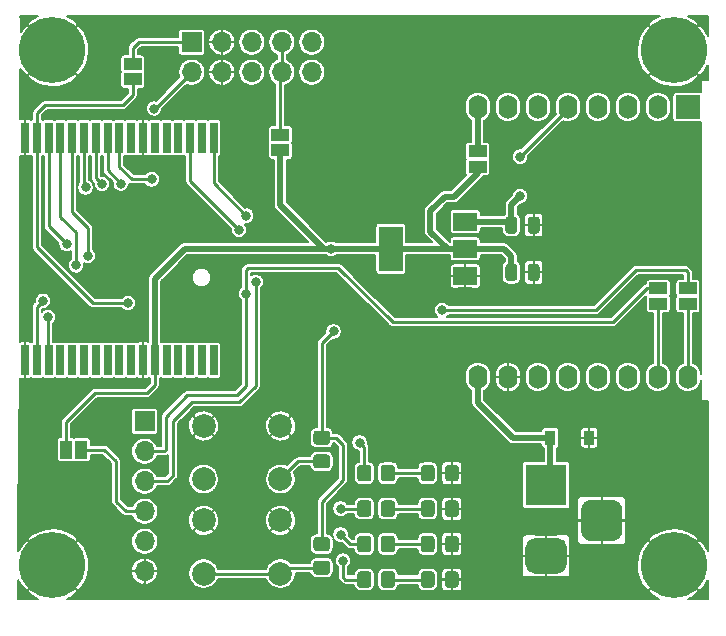
<source format=gbr>
%TF.GenerationSoftware,KiCad,Pcbnew,(5.1.10)-1*%
%TF.CreationDate,2021-11-06T01:00:32+01:00*%
%TF.ProjectId,xlAnchor,786c416e-6368-46f7-922e-6b696361645f,rev?*%
%TF.SameCoordinates,Original*%
%TF.FileFunction,Copper,L1,Top*%
%TF.FilePolarity,Positive*%
%FSLAX46Y46*%
G04 Gerber Fmt 4.6, Leading zero omitted, Abs format (unit mm)*
G04 Created by KiCad (PCBNEW (5.1.10)-1) date 2021-11-06 01:00:32*
%MOMM*%
%LPD*%
G01*
G04 APERTURE LIST*
%TA.AperFunction,ComponentPad*%
%ADD10C,5.600000*%
%TD*%
%TA.AperFunction,SMDPad,CuDef*%
%ADD11R,1.500000X1.000000*%
%TD*%
%TA.AperFunction,SMDPad,CuDef*%
%ADD12R,1.000000X1.500000*%
%TD*%
%TA.AperFunction,ComponentPad*%
%ADD13R,3.500000X3.500000*%
%TD*%
%TA.AperFunction,ComponentPad*%
%ADD14O,1.700000X1.700000*%
%TD*%
%TA.AperFunction,ComponentPad*%
%ADD15R,1.700000X1.700000*%
%TD*%
%TA.AperFunction,SMDPad,CuDef*%
%ADD16R,0.900000X1.200000*%
%TD*%
%TA.AperFunction,SMDPad,CuDef*%
%ADD17R,2.000000X1.500000*%
%TD*%
%TA.AperFunction,SMDPad,CuDef*%
%ADD18R,2.000000X3.800000*%
%TD*%
%TA.AperFunction,SMDPad,CuDef*%
%ADD19R,0.650000X2.540000*%
%TD*%
%TA.AperFunction,ComponentPad*%
%ADD20O,1.600000X2.000000*%
%TD*%
%TA.AperFunction,ComponentPad*%
%ADD21R,2.000000X2.000000*%
%TD*%
%TA.AperFunction,ComponentPad*%
%ADD22C,2.000000*%
%TD*%
%TA.AperFunction,ViaPad*%
%ADD23C,0.800000*%
%TD*%
%TA.AperFunction,Conductor*%
%ADD24C,0.250000*%
%TD*%
%TA.AperFunction,Conductor*%
%ADD25C,0.500000*%
%TD*%
%TA.AperFunction,Conductor*%
%ADD26C,0.200000*%
%TD*%
%TA.AperFunction,Conductor*%
%ADD27C,0.100000*%
%TD*%
G04 APERTURE END LIST*
D10*
%TO.P,H4,1*%
%TO.N,GND*%
X154800000Y-62800000D03*
%TD*%
%TO.P,H3,1*%
%TO.N,GND*%
X102200000Y-19200000D03*
%TD*%
%TO.P,H2,1*%
%TO.N,GND*%
X102200000Y-62800000D03*
%TD*%
%TO.P,H1,1*%
%TO.N,GND*%
X154800000Y-19200000D03*
%TD*%
%TO.P,R6,2*%
%TO.N,Net-(D4-Pad2)*%
%TA.AperFunction,SMDPad,CuDef*%
G36*
G01*
X130005000Y-64450001D02*
X130005000Y-63549999D01*
G75*
G02*
X130254999Y-63300000I249999J0D01*
G01*
X130955001Y-63300000D01*
G75*
G02*
X131205000Y-63549999I0J-249999D01*
G01*
X131205000Y-64450001D01*
G75*
G02*
X130955001Y-64700000I-249999J0D01*
G01*
X130254999Y-64700000D01*
G75*
G02*
X130005000Y-64450001I0J249999D01*
G01*
G37*
%TD.AperFunction*%
%TO.P,R6,1*%
%TO.N,Net-(R6-Pad1)*%
%TA.AperFunction,SMDPad,CuDef*%
G36*
G01*
X128005000Y-64450001D02*
X128005000Y-63549999D01*
G75*
G02*
X128254999Y-63300000I249999J0D01*
G01*
X128955001Y-63300000D01*
G75*
G02*
X129205000Y-63549999I0J-249999D01*
G01*
X129205000Y-64450001D01*
G75*
G02*
X128955001Y-64700000I-249999J0D01*
G01*
X128254999Y-64700000D01*
G75*
G02*
X128005000Y-64450001I0J249999D01*
G01*
G37*
%TD.AperFunction*%
%TD*%
%TO.P,R5,2*%
%TO.N,Net-(D3-Pad2)*%
%TA.AperFunction,SMDPad,CuDef*%
G36*
G01*
X130005000Y-61450001D02*
X130005000Y-60549999D01*
G75*
G02*
X130254999Y-60300000I249999J0D01*
G01*
X130955001Y-60300000D01*
G75*
G02*
X131205000Y-60549999I0J-249999D01*
G01*
X131205000Y-61450001D01*
G75*
G02*
X130955001Y-61700000I-249999J0D01*
G01*
X130254999Y-61700000D01*
G75*
G02*
X130005000Y-61450001I0J249999D01*
G01*
G37*
%TD.AperFunction*%
%TO.P,R5,1*%
%TO.N,Net-(R5-Pad1)*%
%TA.AperFunction,SMDPad,CuDef*%
G36*
G01*
X128005000Y-61450001D02*
X128005000Y-60549999D01*
G75*
G02*
X128254999Y-60300000I249999J0D01*
G01*
X128955001Y-60300000D01*
G75*
G02*
X129205000Y-60549999I0J-249999D01*
G01*
X129205000Y-61450001D01*
G75*
G02*
X128955001Y-61700000I-249999J0D01*
G01*
X128254999Y-61700000D01*
G75*
G02*
X128005000Y-61450001I0J249999D01*
G01*
G37*
%TD.AperFunction*%
%TD*%
D11*
%TO.P,JP6,1*%
%TO.N,Net-(JP6-Pad1)*%
X138200000Y-27750000D03*
%TO.P,JP6,2*%
%TO.N,+3V3*%
X138200000Y-29050000D03*
%TD*%
D12*
%TO.P,JP5,1*%
%TO.N,+3V3*%
X103350000Y-53000000D03*
%TO.P,JP5,2*%
%TO.N,Net-(J2-Pad4)*%
X104650000Y-53000000D03*
%TD*%
%TO.P,J3,3*%
%TO.N,GND*%
%TA.AperFunction,ComponentPad*%
G36*
G01*
X149575000Y-60750000D02*
X147825000Y-60750000D01*
G75*
G02*
X146950000Y-59875000I0J875000D01*
G01*
X146950000Y-58125000D01*
G75*
G02*
X147825000Y-57250000I875000J0D01*
G01*
X149575000Y-57250000D01*
G75*
G02*
X150450000Y-58125000I0J-875000D01*
G01*
X150450000Y-59875000D01*
G75*
G02*
X149575000Y-60750000I-875000J0D01*
G01*
G37*
%TD.AperFunction*%
%TO.P,J3,2*%
%TA.AperFunction,ComponentPad*%
G36*
G01*
X145000000Y-63500000D02*
X143000000Y-63500000D01*
G75*
G02*
X142250000Y-62750000I0J750000D01*
G01*
X142250000Y-61250000D01*
G75*
G02*
X143000000Y-60500000I750000J0D01*
G01*
X145000000Y-60500000D01*
G75*
G02*
X145750000Y-61250000I0J-750000D01*
G01*
X145750000Y-62750000D01*
G75*
G02*
X145000000Y-63500000I-750000J0D01*
G01*
G37*
%TD.AperFunction*%
D13*
%TO.P,J3,1*%
%TO.N,+5V*%
X144000000Y-56000000D03*
%TD*%
D14*
%TO.P,J2,6*%
%TO.N,GND*%
X110000000Y-63300000D03*
%TO.P,J2,5*%
%TO.N,N/C*%
X110000000Y-60760000D03*
%TO.P,J2,4*%
%TO.N,Net-(J2-Pad4)*%
X110000000Y-58220000D03*
%TO.P,J2,3*%
%TO.N,/DWM_RX*%
X110000000Y-55680000D03*
%TO.P,J2,2*%
%TO.N,/DWM_TX*%
X110000000Y-53140000D03*
D15*
%TO.P,J2,1*%
%TO.N,N/C*%
X110000000Y-50600000D03*
%TD*%
D16*
%TO.P,D5,2*%
%TO.N,GND*%
X147650000Y-52000000D03*
%TO.P,D5,1*%
%TO.N,+5V*%
X144350000Y-52000000D03*
%TD*%
%TO.P,D4,2*%
%TO.N,Net-(D4-Pad2)*%
%TA.AperFunction,SMDPad,CuDef*%
G36*
G01*
X134550000Y-63549999D02*
X134550000Y-64450001D01*
G75*
G02*
X134300001Y-64700000I-249999J0D01*
G01*
X133649999Y-64700000D01*
G75*
G02*
X133400000Y-64450001I0J249999D01*
G01*
X133400000Y-63549999D01*
G75*
G02*
X133649999Y-63300000I249999J0D01*
G01*
X134300001Y-63300000D01*
G75*
G02*
X134550000Y-63549999I0J-249999D01*
G01*
G37*
%TD.AperFunction*%
%TO.P,D4,1*%
%TO.N,GND*%
%TA.AperFunction,SMDPad,CuDef*%
G36*
G01*
X136600000Y-63549999D02*
X136600000Y-64450001D01*
G75*
G02*
X136350001Y-64700000I-249999J0D01*
G01*
X135699999Y-64700000D01*
G75*
G02*
X135450000Y-64450001I0J249999D01*
G01*
X135450000Y-63549999D01*
G75*
G02*
X135699999Y-63300000I249999J0D01*
G01*
X136350001Y-63300000D01*
G75*
G02*
X136600000Y-63549999I0J-249999D01*
G01*
G37*
%TD.AperFunction*%
%TD*%
%TO.P,D3,2*%
%TO.N,Net-(D3-Pad2)*%
%TA.AperFunction,SMDPad,CuDef*%
G36*
G01*
X134550000Y-60549999D02*
X134550000Y-61450001D01*
G75*
G02*
X134300001Y-61700000I-249999J0D01*
G01*
X133649999Y-61700000D01*
G75*
G02*
X133400000Y-61450001I0J249999D01*
G01*
X133400000Y-60549999D01*
G75*
G02*
X133649999Y-60300000I249999J0D01*
G01*
X134300001Y-60300000D01*
G75*
G02*
X134550000Y-60549999I0J-249999D01*
G01*
G37*
%TD.AperFunction*%
%TO.P,D3,1*%
%TO.N,GND*%
%TA.AperFunction,SMDPad,CuDef*%
G36*
G01*
X136600000Y-60549999D02*
X136600000Y-61450001D01*
G75*
G02*
X136350001Y-61700000I-249999J0D01*
G01*
X135699999Y-61700000D01*
G75*
G02*
X135450000Y-61450001I0J249999D01*
G01*
X135450000Y-60549999D01*
G75*
G02*
X135699999Y-60300000I249999J0D01*
G01*
X136350001Y-60300000D01*
G75*
G02*
X136600000Y-60549999I0J-249999D01*
G01*
G37*
%TD.AperFunction*%
%TD*%
%TO.P,C2,2*%
%TO.N,GND*%
%TA.AperFunction,SMDPad,CuDef*%
G36*
G01*
X142450000Y-38475000D02*
X142450000Y-37525000D01*
G75*
G02*
X142700000Y-37275000I250000J0D01*
G01*
X143200000Y-37275000D01*
G75*
G02*
X143450000Y-37525000I0J-250000D01*
G01*
X143450000Y-38475000D01*
G75*
G02*
X143200000Y-38725000I-250000J0D01*
G01*
X142700000Y-38725000D01*
G75*
G02*
X142450000Y-38475000I0J250000D01*
G01*
G37*
%TD.AperFunction*%
%TO.P,C2,1*%
%TO.N,+3V3*%
%TA.AperFunction,SMDPad,CuDef*%
G36*
G01*
X140550000Y-38475000D02*
X140550000Y-37525000D01*
G75*
G02*
X140800000Y-37275000I250000J0D01*
G01*
X141300000Y-37275000D01*
G75*
G02*
X141550000Y-37525000I0J-250000D01*
G01*
X141550000Y-38475000D01*
G75*
G02*
X141300000Y-38725000I-250000J0D01*
G01*
X140800000Y-38725000D01*
G75*
G02*
X140550000Y-38475000I0J250000D01*
G01*
G37*
%TD.AperFunction*%
%TD*%
%TO.P,C1,2*%
%TO.N,GND*%
%TA.AperFunction,SMDPad,CuDef*%
G36*
G01*
X142450000Y-34475000D02*
X142450000Y-33525000D01*
G75*
G02*
X142700000Y-33275000I250000J0D01*
G01*
X143200000Y-33275000D01*
G75*
G02*
X143450000Y-33525000I0J-250000D01*
G01*
X143450000Y-34475000D01*
G75*
G02*
X143200000Y-34725000I-250000J0D01*
G01*
X142700000Y-34725000D01*
G75*
G02*
X142450000Y-34475000I0J250000D01*
G01*
G37*
%TD.AperFunction*%
%TO.P,C1,1*%
%TO.N,+5V*%
%TA.AperFunction,SMDPad,CuDef*%
G36*
G01*
X140550000Y-34475000D02*
X140550000Y-33525000D01*
G75*
G02*
X140800000Y-33275000I250000J0D01*
G01*
X141300000Y-33275000D01*
G75*
G02*
X141550000Y-33525000I0J-250000D01*
G01*
X141550000Y-34475000D01*
G75*
G02*
X141300000Y-34725000I-250000J0D01*
G01*
X140800000Y-34725000D01*
G75*
G02*
X140550000Y-34475000I0J250000D01*
G01*
G37*
%TD.AperFunction*%
%TD*%
D17*
%TO.P,U3,1*%
%TO.N,GND*%
X137150000Y-38300000D03*
%TO.P,U3,3*%
%TO.N,+5V*%
X137150000Y-33700000D03*
%TO.P,U3,2*%
%TO.N,+3V3*%
X137150000Y-36000000D03*
D18*
X130850000Y-36000000D03*
%TD*%
D19*
%TO.P,U2,34*%
%TO.N,GND*%
X99870000Y-26580000D03*
%TO.P,U2,33*%
%TO.N,/DWM_RESET*%
X100870000Y-26580000D03*
%TO.P,U2,32*%
%TO.N,Net-(R1-Pad2)*%
X101870000Y-26580000D03*
%TO.P,U2,31*%
%TO.N,Net-(R4-Pad1)*%
X102870000Y-26580000D03*
%TO.P,U2,30*%
%TO.N,Net-(R3-Pad1)*%
X103870000Y-26580000D03*
%TO.P,U2,29*%
%TO.N,Net-(U1-Pad7)*%
X104870000Y-26580000D03*
%TO.P,U2,28*%
%TO.N,Net-(U1-Pad4)*%
X105870000Y-26580000D03*
%TO.P,U2,27*%
%TO.N,Net-(U1-Pad6)*%
X106870000Y-26580000D03*
%TO.P,U2,26*%
%TO.N,Net-(U1-Pad5)*%
X107870000Y-26580000D03*
%TO.P,U2,25*%
%TO.N,N/C*%
X108870000Y-26580000D03*
%TO.P,U2,24*%
%TO.N,GND*%
X109870000Y-26580000D03*
%TO.P,U2,23*%
%TO.N,N/C*%
X110870000Y-26580000D03*
%TO.P,U2,22*%
X111870000Y-26580000D03*
%TO.P,U2,21*%
X112870000Y-26580000D03*
%TO.P,U2,20*%
%TO.N,/DWM_TX*%
X113870000Y-26580000D03*
%TO.P,U2,19*%
%TO.N,N/C*%
X114870000Y-26580000D03*
%TO.P,U2,18*%
%TO.N,/DWM_RX*%
X115870000Y-26580000D03*
%TO.P,U2,17*%
%TO.N,N/C*%
X115870000Y-45420000D03*
%TO.P,U2,16*%
X114870000Y-45420000D03*
%TO.P,U2,15*%
X113870000Y-45420000D03*
%TO.P,U2,14*%
X112870000Y-45420000D03*
%TO.P,U2,13*%
X111870000Y-45420000D03*
%TO.P,U2,12*%
%TO.N,+3V3*%
X110870000Y-45420000D03*
%TO.P,U2,11*%
%TO.N,GND*%
X109870000Y-45420000D03*
%TO.P,U2,10*%
%TO.N,N/C*%
X108870000Y-45420000D03*
%TO.P,U2,9*%
X107870000Y-45420000D03*
%TO.P,U2,8*%
X106870000Y-45420000D03*
%TO.P,U2,7*%
X105870000Y-45420000D03*
%TO.P,U2,6*%
X104870000Y-45420000D03*
%TO.P,U2,5*%
X103870000Y-45420000D03*
%TO.P,U2,4*%
X102870000Y-45420000D03*
%TO.P,U2,3*%
%TO.N,/SWD_DIO*%
X101870000Y-45420000D03*
%TO.P,U2,2*%
%TO.N,/SWD_CLK*%
X100870000Y-45420000D03*
%TO.P,U2,1*%
%TO.N,GND*%
X99870000Y-45420000D03*
%TD*%
D20*
%TO.P,U1,16*%
%TO.N,Net-(JP2-Pad2)*%
X156000000Y-46860000D03*
%TO.P,U1,15*%
%TO.N,Net-(JP1-Pad2)*%
X153460000Y-46860000D03*
%TO.P,U1,14*%
%TO.N,N/C*%
X150920000Y-46860000D03*
%TO.P,U1,13*%
X148380000Y-46860000D03*
%TO.P,U1,12*%
%TO.N,Net-(R6-Pad1)*%
X145840000Y-46860000D03*
%TO.P,U1,11*%
%TO.N,Net-(R5-Pad1)*%
X143300000Y-46860000D03*
%TO.P,U1,10*%
%TO.N,GND*%
X140760000Y-46860000D03*
%TO.P,U1,9*%
%TO.N,+5V*%
X138220000Y-46860000D03*
%TO.P,U1,8*%
%TO.N,Net-(JP6-Pad1)*%
X138220000Y-24000000D03*
%TO.P,U1,7*%
%TO.N,Net-(U1-Pad7)*%
X140760000Y-24000000D03*
%TO.P,U1,6*%
%TO.N,Net-(U1-Pad6)*%
X143300000Y-24000000D03*
%TO.P,U1,5*%
%TO.N,Net-(U1-Pad5)*%
X145840000Y-24000000D03*
%TO.P,U1,4*%
%TO.N,Net-(U1-Pad4)*%
X148380000Y-24000000D03*
%TO.P,U1,3*%
%TO.N,N/C*%
X150920000Y-24000000D03*
D21*
%TO.P,U1,1*%
X156000000Y-24000000D03*
D20*
%TO.P,U1,2*%
X153460000Y-24000000D03*
%TD*%
D22*
%TO.P,SW2,1*%
%TO.N,GND*%
X121500000Y-51000000D03*
%TO.P,SW2,2*%
%TO.N,/DWM_RESET*%
X121500000Y-55500000D03*
%TO.P,SW2,1*%
%TO.N,GND*%
X115000000Y-51000000D03*
%TO.P,SW2,2*%
%TO.N,/DWM_RESET*%
X115000000Y-55500000D03*
%TD*%
%TO.P,SW1,1*%
%TO.N,GND*%
X121500000Y-59000000D03*
%TO.P,SW1,2*%
%TO.N,Net-(R1-Pad2)*%
X121500000Y-63500000D03*
%TO.P,SW1,1*%
%TO.N,GND*%
X115000000Y-59000000D03*
%TO.P,SW1,2*%
%TO.N,Net-(R1-Pad2)*%
X115000000Y-63500000D03*
%TD*%
%TO.P,R4,2*%
%TO.N,Net-(D2-Pad2)*%
%TA.AperFunction,SMDPad,CuDef*%
G36*
G01*
X130005000Y-58450001D02*
X130005000Y-57549999D01*
G75*
G02*
X130254999Y-57300000I249999J0D01*
G01*
X130955001Y-57300000D01*
G75*
G02*
X131205000Y-57549999I0J-249999D01*
G01*
X131205000Y-58450001D01*
G75*
G02*
X130955001Y-58700000I-249999J0D01*
G01*
X130254999Y-58700000D01*
G75*
G02*
X130005000Y-58450001I0J249999D01*
G01*
G37*
%TD.AperFunction*%
%TO.P,R4,1*%
%TO.N,Net-(R4-Pad1)*%
%TA.AperFunction,SMDPad,CuDef*%
G36*
G01*
X128005000Y-58450001D02*
X128005000Y-57549999D01*
G75*
G02*
X128254999Y-57300000I249999J0D01*
G01*
X128955001Y-57300000D01*
G75*
G02*
X129205000Y-57549999I0J-249999D01*
G01*
X129205000Y-58450001D01*
G75*
G02*
X128955001Y-58700000I-249999J0D01*
G01*
X128254999Y-58700000D01*
G75*
G02*
X128005000Y-58450001I0J249999D01*
G01*
G37*
%TD.AperFunction*%
%TD*%
%TO.P,R3,2*%
%TO.N,Net-(D1-Pad2)*%
%TA.AperFunction,SMDPad,CuDef*%
G36*
G01*
X130005000Y-55450001D02*
X130005000Y-54549999D01*
G75*
G02*
X130254999Y-54300000I249999J0D01*
G01*
X130955001Y-54300000D01*
G75*
G02*
X131205000Y-54549999I0J-249999D01*
G01*
X131205000Y-55450001D01*
G75*
G02*
X130955001Y-55700000I-249999J0D01*
G01*
X130254999Y-55700000D01*
G75*
G02*
X130005000Y-55450001I0J249999D01*
G01*
G37*
%TD.AperFunction*%
%TO.P,R3,1*%
%TO.N,Net-(R3-Pad1)*%
%TA.AperFunction,SMDPad,CuDef*%
G36*
G01*
X128005000Y-55450001D02*
X128005000Y-54549999D01*
G75*
G02*
X128254999Y-54300000I249999J0D01*
G01*
X128955001Y-54300000D01*
G75*
G02*
X129205000Y-54549999I0J-249999D01*
G01*
X129205000Y-55450001D01*
G75*
G02*
X128955001Y-55700000I-249999J0D01*
G01*
X128254999Y-55700000D01*
G75*
G02*
X128005000Y-55450001I0J249999D01*
G01*
G37*
%TD.AperFunction*%
%TD*%
%TO.P,R2,2*%
%TO.N,/DWM_RESET*%
%TA.AperFunction,SMDPad,CuDef*%
G36*
G01*
X124549999Y-53400000D02*
X125450001Y-53400000D01*
G75*
G02*
X125700000Y-53649999I0J-249999D01*
G01*
X125700000Y-54350001D01*
G75*
G02*
X125450001Y-54600000I-249999J0D01*
G01*
X124549999Y-54600000D01*
G75*
G02*
X124300000Y-54350001I0J249999D01*
G01*
X124300000Y-53649999D01*
G75*
G02*
X124549999Y-53400000I249999J0D01*
G01*
G37*
%TD.AperFunction*%
%TO.P,R2,1*%
%TO.N,+3V3*%
%TA.AperFunction,SMDPad,CuDef*%
G36*
G01*
X124549999Y-51400000D02*
X125450001Y-51400000D01*
G75*
G02*
X125700000Y-51649999I0J-249999D01*
G01*
X125700000Y-52350001D01*
G75*
G02*
X125450001Y-52600000I-249999J0D01*
G01*
X124549999Y-52600000D01*
G75*
G02*
X124300000Y-52350001I0J249999D01*
G01*
X124300000Y-51649999D01*
G75*
G02*
X124549999Y-51400000I249999J0D01*
G01*
G37*
%TD.AperFunction*%
%TD*%
%TO.P,R1,2*%
%TO.N,Net-(R1-Pad2)*%
%TA.AperFunction,SMDPad,CuDef*%
G36*
G01*
X124549999Y-62400000D02*
X125450001Y-62400000D01*
G75*
G02*
X125700000Y-62649999I0J-249999D01*
G01*
X125700000Y-63350001D01*
G75*
G02*
X125450001Y-63600000I-249999J0D01*
G01*
X124549999Y-63600000D01*
G75*
G02*
X124300000Y-63350001I0J249999D01*
G01*
X124300000Y-62649999D01*
G75*
G02*
X124549999Y-62400000I249999J0D01*
G01*
G37*
%TD.AperFunction*%
%TO.P,R1,1*%
%TO.N,+3V3*%
%TA.AperFunction,SMDPad,CuDef*%
G36*
G01*
X124549999Y-60400000D02*
X125450001Y-60400000D01*
G75*
G02*
X125700000Y-60649999I0J-249999D01*
G01*
X125700000Y-61350001D01*
G75*
G02*
X125450001Y-61600000I-249999J0D01*
G01*
X124549999Y-61600000D01*
G75*
G02*
X124300000Y-61350001I0J249999D01*
G01*
X124300000Y-60649999D01*
G75*
G02*
X124549999Y-60400000I249999J0D01*
G01*
G37*
%TD.AperFunction*%
%TD*%
D11*
%TO.P,JP4,1*%
%TO.N,+3V3*%
X121500000Y-27650000D03*
%TO.P,JP4,2*%
%TO.N,Net-(J1-Pad7)*%
X121500000Y-26350000D03*
%TD*%
%TO.P,JP3,1*%
%TO.N,/DWM_RESET*%
X109000000Y-21650000D03*
%TO.P,JP3,2*%
%TO.N,Net-(J1-Pad1)*%
X109000000Y-20350000D03*
%TD*%
%TO.P,JP2,1*%
%TO.N,/DWM_RX*%
X156000000Y-39350000D03*
%TO.P,JP2,2*%
%TO.N,Net-(JP2-Pad2)*%
X156000000Y-40650000D03*
%TD*%
%TO.P,JP1,1*%
%TO.N,/DWM_TX*%
X153500000Y-39350000D03*
%TO.P,JP1,2*%
%TO.N,Net-(JP1-Pad2)*%
X153500000Y-40650000D03*
%TD*%
D14*
%TO.P,J1,10*%
%TO.N,N/C*%
X124160000Y-21040000D03*
%TO.P,J1,9*%
X124160000Y-18500000D03*
%TO.P,J1,8*%
%TO.N,Net-(J1-Pad7)*%
X121620000Y-21040000D03*
%TO.P,J1,7*%
X121620000Y-18500000D03*
%TO.P,J1,6*%
%TO.N,/SWD_CLK*%
X119080000Y-21040000D03*
%TO.P,J1,5*%
%TO.N,N/C*%
X119080000Y-18500000D03*
%TO.P,J1,4*%
%TO.N,GND*%
X116540000Y-21040000D03*
%TO.P,J1,3*%
X116540000Y-18500000D03*
%TO.P,J1,2*%
%TO.N,/SWD_DIO*%
X114000000Y-21040000D03*
D15*
%TO.P,J1,1*%
%TO.N,Net-(J1-Pad1)*%
X114000000Y-18500000D03*
%TD*%
%TO.P,D2,2*%
%TO.N,Net-(D2-Pad2)*%
%TA.AperFunction,SMDPad,CuDef*%
G36*
G01*
X134550000Y-57549999D02*
X134550000Y-58450001D01*
G75*
G02*
X134300001Y-58700000I-249999J0D01*
G01*
X133649999Y-58700000D01*
G75*
G02*
X133400000Y-58450001I0J249999D01*
G01*
X133400000Y-57549999D01*
G75*
G02*
X133649999Y-57300000I249999J0D01*
G01*
X134300001Y-57300000D01*
G75*
G02*
X134550000Y-57549999I0J-249999D01*
G01*
G37*
%TD.AperFunction*%
%TO.P,D2,1*%
%TO.N,GND*%
%TA.AperFunction,SMDPad,CuDef*%
G36*
G01*
X136600000Y-57549999D02*
X136600000Y-58450001D01*
G75*
G02*
X136350001Y-58700000I-249999J0D01*
G01*
X135699999Y-58700000D01*
G75*
G02*
X135450000Y-58450001I0J249999D01*
G01*
X135450000Y-57549999D01*
G75*
G02*
X135699999Y-57300000I249999J0D01*
G01*
X136350001Y-57300000D01*
G75*
G02*
X136600000Y-57549999I0J-249999D01*
G01*
G37*
%TD.AperFunction*%
%TD*%
%TO.P,D1,2*%
%TO.N,Net-(D1-Pad2)*%
%TA.AperFunction,SMDPad,CuDef*%
G36*
G01*
X134550000Y-54549999D02*
X134550000Y-55450001D01*
G75*
G02*
X134300001Y-55700000I-249999J0D01*
G01*
X133649999Y-55700000D01*
G75*
G02*
X133400000Y-55450001I0J249999D01*
G01*
X133400000Y-54549999D01*
G75*
G02*
X133649999Y-54300000I249999J0D01*
G01*
X134300001Y-54300000D01*
G75*
G02*
X134550000Y-54549999I0J-249999D01*
G01*
G37*
%TD.AperFunction*%
%TO.P,D1,1*%
%TO.N,GND*%
%TA.AperFunction,SMDPad,CuDef*%
G36*
G01*
X136600000Y-54549999D02*
X136600000Y-55450001D01*
G75*
G02*
X136350001Y-55700000I-249999J0D01*
G01*
X135699999Y-55700000D01*
G75*
G02*
X135450000Y-55450001I0J249999D01*
G01*
X135450000Y-54549999D01*
G75*
G02*
X135699999Y-54300000I249999J0D01*
G01*
X136350001Y-54300000D01*
G75*
G02*
X136600000Y-54549999I0J-249999D01*
G01*
G37*
%TD.AperFunction*%
%TD*%
D23*
%TO.N,GND*%
X131600000Y-25200000D03*
X151000000Y-34000000D03*
X132800000Y-48000000D03*
X154600000Y-53400000D03*
X109600000Y-34200000D03*
X116600000Y-40400000D03*
X101400000Y-49800000D03*
X107600000Y-50400000D03*
X106400000Y-57400000D03*
X129600000Y-32800000D03*
%TO.N,/SWD_CLK*%
X101400000Y-40400000D03*
%TO.N,/SWD_DIO*%
X101800000Y-41800000D03*
X110800000Y-24125010D03*
%TO.N,/DWM_RESET*%
X108600000Y-40600000D03*
%TO.N,+3V3*%
X126000000Y-43000000D03*
X125800000Y-36000000D03*
%TO.N,Net-(R1-Pad2)*%
X103400000Y-35600000D03*
%TO.N,Net-(R3-Pad1)*%
X128200000Y-52400000D03*
X105200000Y-36600000D03*
%TO.N,Net-(R4-Pad1)*%
X104200000Y-37400000D03*
X126600000Y-58000000D03*
%TO.N,Net-(U1-Pad7)*%
X105000000Y-30800000D03*
%TO.N,Net-(U1-Pad6)*%
X107987340Y-30474990D03*
%TO.N,Net-(U1-Pad5)*%
X141800000Y-28200000D03*
X110600000Y-30125010D03*
%TO.N,Net-(U1-Pad4)*%
X106400000Y-30525010D03*
%TO.N,+5V*%
X141800000Y-31525010D03*
%TO.N,/DWM_RX*%
X119400000Y-38800000D03*
X118600000Y-33200000D03*
X135200000Y-41200000D03*
%TO.N,/DWM_TX*%
X118000000Y-34400000D03*
X118600000Y-39800000D03*
%TO.N,Net-(R5-Pad1)*%
X126600000Y-60200000D03*
%TO.N,Net-(R6-Pad1)*%
X126800000Y-62400000D03*
%TD*%
D24*
%TO.N,Net-(D1-Pad2)*%
X130605000Y-55000000D02*
X133975000Y-55000000D01*
%TO.N,Net-(D2-Pad2)*%
X133975000Y-58000000D02*
X130605000Y-58000000D01*
%TO.N,Net-(J1-Pad7)*%
X121500000Y-21160000D02*
X121620000Y-21040000D01*
X121500000Y-26350000D02*
X121500000Y-21160000D01*
X121620000Y-18500000D02*
X121620000Y-21040000D01*
%TO.N,/SWD_CLK*%
X100870000Y-40930000D02*
X101400000Y-40400000D01*
X100870000Y-45420000D02*
X100870000Y-40930000D01*
%TO.N,/SWD_DIO*%
X101800000Y-45350000D02*
X101870000Y-45420000D01*
X101800000Y-41800000D02*
X101800000Y-45350000D01*
X110914990Y-24125010D02*
X110800000Y-24125010D01*
X114000000Y-21040000D02*
X110914990Y-24125010D01*
%TO.N,Net-(J1-Pad1)*%
X109000000Y-20350000D02*
X109000000Y-19000000D01*
X109500000Y-18500000D02*
X114000000Y-18500000D01*
X109000000Y-19000000D02*
X109500000Y-18500000D01*
%TO.N,Net-(JP1-Pad2)*%
X153500000Y-46820000D02*
X153460000Y-46860000D01*
X153500000Y-40650000D02*
X153500000Y-46820000D01*
%TO.N,Net-(JP2-Pad2)*%
X156000000Y-40650000D02*
X156000000Y-46860000D01*
%TO.N,/DWM_RESET*%
X109000000Y-21650000D02*
X109000000Y-23000000D01*
X109000000Y-23000000D02*
X108200000Y-23800000D01*
X108200000Y-23800000D02*
X101600000Y-23800000D01*
X100870000Y-24530000D02*
X100870000Y-26580000D01*
X101600000Y-23800000D02*
X100870000Y-24530000D01*
X123000000Y-54000000D02*
X121500000Y-55500000D01*
X125000000Y-54000000D02*
X123000000Y-54000000D01*
X100870000Y-26580000D02*
X100870000Y-35870000D01*
X105600000Y-40600000D02*
X108600000Y-40600000D01*
X100870000Y-35870000D02*
X105600000Y-40600000D01*
D25*
%TO.N,+3V3*%
X137150000Y-36000000D02*
X140400000Y-36000000D01*
X141050000Y-36650000D02*
X141050000Y-38000000D01*
X140400000Y-36000000D02*
X141050000Y-36650000D01*
X138200000Y-29050000D02*
X138200000Y-29600000D01*
X138200000Y-29600000D02*
X136200000Y-31600000D01*
X136200000Y-31600000D02*
X135400000Y-31600000D01*
X135400000Y-31600000D02*
X134200000Y-32800000D01*
X135650000Y-36000000D02*
X137150000Y-36000000D01*
X134200000Y-34550000D02*
X135650000Y-36000000D01*
X134200000Y-32800000D02*
X134200000Y-34550000D01*
X137150000Y-36000000D02*
X131000000Y-36000000D01*
X121500000Y-27650000D02*
X121500000Y-32300000D01*
X121500000Y-32300000D02*
X125200000Y-36000000D01*
X110870000Y-38530000D02*
X110870000Y-45420000D01*
X113400000Y-36000000D02*
X110870000Y-38530000D01*
D24*
X125000000Y-61000000D02*
X125000000Y-57400000D01*
X125000000Y-57400000D02*
X126800000Y-55600000D01*
X126800000Y-55600000D02*
X126800000Y-52600000D01*
X126200000Y-52000000D02*
X125000000Y-52000000D01*
X126800000Y-52600000D02*
X126200000Y-52000000D01*
X103350000Y-53000000D02*
X103350000Y-50650000D01*
X103350000Y-50650000D02*
X105800000Y-48200000D01*
X105800000Y-48200000D02*
X110200000Y-48200000D01*
X110870000Y-47530000D02*
X110870000Y-45420000D01*
X110200000Y-48200000D02*
X110870000Y-47530000D01*
D25*
X125000000Y-36000000D02*
X113400000Y-36000000D01*
X125200000Y-36000000D02*
X125000000Y-36000000D01*
D24*
X125000000Y-44000000D02*
X126000000Y-43000000D01*
X125000000Y-52000000D02*
X125000000Y-44000000D01*
D25*
X125800000Y-36000000D02*
X130850000Y-36000000D01*
X125200000Y-36000000D02*
X125800000Y-36000000D01*
X131000000Y-36000000D02*
X130850000Y-36000000D01*
D24*
%TO.N,Net-(R1-Pad2)*%
X122000000Y-63000000D02*
X121500000Y-63500000D01*
X125000000Y-63000000D02*
X122000000Y-63000000D01*
X121500000Y-63500000D02*
X115000000Y-63500000D01*
X101870000Y-34070000D02*
X101870000Y-26580000D01*
X103400000Y-35600000D02*
X101870000Y-34070000D01*
%TO.N,Net-(R3-Pad1)*%
X128605000Y-52805000D02*
X128200000Y-52400000D01*
X128605000Y-55000000D02*
X128605000Y-52805000D01*
X103870000Y-32870000D02*
X103870000Y-26580000D01*
X105200000Y-34200000D02*
X103870000Y-32870000D01*
X105200000Y-36600000D02*
X105200000Y-34200000D01*
%TO.N,Net-(R4-Pad1)*%
X102870000Y-26580000D02*
X102870000Y-33270000D01*
X104200000Y-34600000D02*
X104200000Y-37400000D01*
X102870000Y-33270000D02*
X104200000Y-34600000D01*
X126600000Y-58000000D02*
X128605000Y-58000000D01*
%TO.N,Net-(U1-Pad7)*%
X104870000Y-30670000D02*
X105000000Y-30800000D01*
X104870000Y-26580000D02*
X104870000Y-30670000D01*
%TO.N,Net-(U1-Pad6)*%
X106870000Y-26580000D02*
X106870000Y-29357650D01*
X106870000Y-29357650D02*
X107987340Y-30474990D01*
%TO.N,Net-(U1-Pad5)*%
X145840000Y-24160000D02*
X141800000Y-28200000D01*
X145840000Y-24000000D02*
X145840000Y-24160000D01*
X107870000Y-29070000D02*
X108925010Y-30125010D01*
X108925010Y-30125010D02*
X110600000Y-30125010D01*
X107870000Y-26580000D02*
X107870000Y-29070000D01*
%TO.N,Net-(U1-Pad4)*%
X105870000Y-29995010D02*
X106400000Y-30525010D01*
X105870000Y-26580000D02*
X105870000Y-29995010D01*
D25*
%TO.N,+5V*%
X144350000Y-55650000D02*
X144000000Y-56000000D01*
X144350000Y-52000000D02*
X144350000Y-55650000D01*
X138220000Y-46860000D02*
X138220000Y-49020000D01*
X141200000Y-52000000D02*
X144350000Y-52000000D01*
X138220000Y-49020000D02*
X141200000Y-52000000D01*
X140750000Y-33700000D02*
X141050000Y-34000000D01*
X137150000Y-33700000D02*
X140750000Y-33700000D01*
X141050000Y-32275010D02*
X141800000Y-31525010D01*
X141050000Y-34000000D02*
X141050000Y-32275010D01*
D24*
%TO.N,Net-(D3-Pad2)*%
X130605000Y-61000000D02*
X133975000Y-61000000D01*
%TO.N,Net-(D4-Pad2)*%
X133975000Y-64000000D02*
X130605000Y-64000000D01*
%TO.N,Net-(J2-Pad4)*%
X108420000Y-58220000D02*
X110000000Y-58220000D01*
X107600000Y-57400000D02*
X108420000Y-58220000D01*
X107600000Y-54000000D02*
X107600000Y-57400000D01*
X106600000Y-53000000D02*
X107600000Y-54000000D01*
X104650000Y-53000000D02*
X106600000Y-53000000D01*
%TO.N,/DWM_RX*%
X110000000Y-55680000D02*
X111920000Y-55680000D01*
X111920000Y-55680000D02*
X112400000Y-55200000D01*
X112400000Y-55200000D02*
X112400000Y-50600000D01*
X112400000Y-50600000D02*
X114000000Y-49000000D01*
X114000000Y-49000000D02*
X118000000Y-49000000D01*
X119400000Y-47600000D02*
X119400000Y-38800000D01*
X118000000Y-49000000D02*
X119400000Y-47600000D01*
X115870000Y-30470000D02*
X115870000Y-26580000D01*
X118600000Y-33200000D02*
X115870000Y-30470000D01*
X135200000Y-41200000D02*
X148200000Y-41200000D01*
X148200000Y-41200000D02*
X151600000Y-37800000D01*
X151600000Y-37800000D02*
X155800000Y-37800000D01*
X156000000Y-38000000D02*
X156000000Y-39350000D01*
X155800000Y-37800000D02*
X156000000Y-38000000D01*
%TO.N,/DWM_TX*%
X113870000Y-30270000D02*
X118000000Y-34400000D01*
X113870000Y-26580000D02*
X113870000Y-30270000D01*
X118600000Y-39800000D02*
X118600000Y-47600000D01*
X118600000Y-47600000D02*
X117800000Y-48400000D01*
X117800000Y-48400000D02*
X113600000Y-48400000D01*
X113600000Y-48400000D02*
X111800000Y-50200000D01*
X111800000Y-50200000D02*
X111800000Y-53000000D01*
X111660000Y-53140000D02*
X110000000Y-53140000D01*
X111800000Y-53000000D02*
X111660000Y-53140000D01*
X152500000Y-39350000D02*
X149650000Y-42200000D01*
X153500000Y-39350000D02*
X152500000Y-39350000D01*
X149650000Y-42200000D02*
X131000000Y-42200000D01*
X131000000Y-42200000D02*
X126400000Y-37600000D01*
X126400000Y-37600000D02*
X118800000Y-37600000D01*
X118600000Y-37800000D02*
X118600000Y-39800000D01*
X118800000Y-37600000D02*
X118600000Y-37800000D01*
D25*
%TO.N,Net-(JP6-Pad1)*%
X138220000Y-27730000D02*
X138200000Y-27750000D01*
X138220000Y-24000000D02*
X138220000Y-27730000D01*
D24*
%TO.N,Net-(R5-Pad1)*%
X127400000Y-61000000D02*
X126600000Y-60200000D01*
X128605000Y-61000000D02*
X127400000Y-61000000D01*
%TO.N,Net-(R6-Pad1)*%
X127000000Y-64000000D02*
X128605000Y-64000000D01*
X126800000Y-63800000D02*
X127000000Y-64000000D01*
X126800000Y-62400000D02*
X126800000Y-63800000D01*
%TD*%
D26*
%TO.N,GND*%
X100562906Y-16538074D02*
X100367191Y-16668848D01*
X100048597Y-17041525D01*
X102200000Y-19192929D01*
X104351403Y-17041525D01*
X104032809Y-16668848D01*
X103503789Y-16359920D01*
X103402565Y-16325000D01*
X153600418Y-16325000D01*
X153162906Y-16538074D01*
X152967191Y-16668848D01*
X152648597Y-17041525D01*
X154800000Y-19192929D01*
X156951403Y-17041525D01*
X156632809Y-16668848D01*
X156103789Y-16359920D01*
X156002565Y-16325000D01*
X157675001Y-16325000D01*
X157675001Y-18000420D01*
X157461926Y-17562906D01*
X157331152Y-17367191D01*
X156958475Y-17048597D01*
X154807071Y-19200000D01*
X156958475Y-21351403D01*
X157331152Y-21032809D01*
X157640080Y-20503789D01*
X157675001Y-20402562D01*
X157675001Y-21700000D01*
X157200000Y-21700000D01*
X157180491Y-21701921D01*
X157161732Y-21707612D01*
X157144443Y-21716853D01*
X157129289Y-21729289D01*
X157116853Y-21744443D01*
X157107612Y-21761732D01*
X157101921Y-21780491D01*
X157100000Y-21800000D01*
X157100000Y-22716836D01*
X157058810Y-22704341D01*
X157000000Y-22698549D01*
X155000000Y-22698549D01*
X154941190Y-22704341D01*
X154884640Y-22721496D01*
X154832523Y-22749353D01*
X154786842Y-22786842D01*
X154749353Y-22832523D01*
X154721496Y-22884640D01*
X154704341Y-22941190D01*
X154698549Y-23000000D01*
X154698549Y-25000000D01*
X154704341Y-25058810D01*
X154721496Y-25115360D01*
X154749353Y-25167477D01*
X154786842Y-25213158D01*
X154832523Y-25250647D01*
X154884640Y-25278504D01*
X154941190Y-25295659D01*
X155000000Y-25301451D01*
X157000000Y-25301451D01*
X157058810Y-25295659D01*
X157100000Y-25283164D01*
X157100000Y-46605964D01*
X157084084Y-46444363D01*
X157021184Y-46237013D01*
X156919042Y-46045916D01*
X156781581Y-45878419D01*
X156614084Y-45740958D01*
X156425000Y-45639891D01*
X156425000Y-41451451D01*
X156750000Y-41451451D01*
X156808810Y-41445659D01*
X156865360Y-41428504D01*
X156917477Y-41400647D01*
X156963158Y-41363158D01*
X157000647Y-41317477D01*
X157028504Y-41265360D01*
X157045659Y-41208810D01*
X157051451Y-41150000D01*
X157051451Y-40150000D01*
X157045659Y-40091190D01*
X157028504Y-40034640D01*
X157009989Y-40000000D01*
X157028504Y-39965360D01*
X157045659Y-39908810D01*
X157051451Y-39850000D01*
X157051451Y-38850000D01*
X157045659Y-38791190D01*
X157028504Y-38734640D01*
X157000647Y-38682523D01*
X156963158Y-38636842D01*
X156917477Y-38599353D01*
X156865360Y-38571496D01*
X156808810Y-38554341D01*
X156750000Y-38548549D01*
X156425000Y-38548549D01*
X156425000Y-38020867D01*
X156427055Y-38000000D01*
X156425000Y-37979133D01*
X156425000Y-37979126D01*
X156418850Y-37916686D01*
X156397476Y-37846224D01*
X156394548Y-37836572D01*
X156375000Y-37800001D01*
X156355084Y-37762740D01*
X156301974Y-37698026D01*
X156285758Y-37684718D01*
X156115284Y-37514244D01*
X156101974Y-37498026D01*
X156037260Y-37444916D01*
X155963427Y-37405452D01*
X155883314Y-37381150D01*
X155820874Y-37375000D01*
X155820867Y-37375000D01*
X155800000Y-37372945D01*
X155779133Y-37375000D01*
X151620866Y-37375000D01*
X151599999Y-37372945D01*
X151579132Y-37375000D01*
X151579126Y-37375000D01*
X151525098Y-37380321D01*
X151516685Y-37381150D01*
X151492383Y-37388522D01*
X151436573Y-37405452D01*
X151362740Y-37444916D01*
X151298026Y-37498026D01*
X151284721Y-37514238D01*
X148023960Y-40775000D01*
X135757907Y-40775000D01*
X135743726Y-40753776D01*
X135646224Y-40656274D01*
X135531574Y-40579668D01*
X135404182Y-40526901D01*
X135268944Y-40500000D01*
X135131056Y-40500000D01*
X134995818Y-40526901D01*
X134868426Y-40579668D01*
X134753776Y-40656274D01*
X134656274Y-40753776D01*
X134579668Y-40868426D01*
X134526901Y-40995818D01*
X134500000Y-41131056D01*
X134500000Y-41268944D01*
X134526901Y-41404182D01*
X134579668Y-41531574D01*
X134656274Y-41646224D01*
X134753776Y-41743726D01*
X134800581Y-41775000D01*
X131176041Y-41775000D01*
X128451041Y-39050000D01*
X135838500Y-39050000D01*
X135844485Y-39110771D01*
X135862212Y-39169206D01*
X135890997Y-39223060D01*
X135929736Y-39270264D01*
X135976940Y-39309003D01*
X136030794Y-39337788D01*
X136089229Y-39355515D01*
X136150000Y-39361500D01*
X137067500Y-39360000D01*
X137145000Y-39282500D01*
X137145000Y-38305000D01*
X137155000Y-38305000D01*
X137155000Y-39282500D01*
X137232500Y-39360000D01*
X138150000Y-39361500D01*
X138210771Y-39355515D01*
X138269206Y-39337788D01*
X138323060Y-39309003D01*
X138370264Y-39270264D01*
X138409003Y-39223060D01*
X138437788Y-39169206D01*
X138455515Y-39110771D01*
X138461500Y-39050000D01*
X138460000Y-38382500D01*
X138382500Y-38305000D01*
X137155000Y-38305000D01*
X137145000Y-38305000D01*
X135917500Y-38305000D01*
X135840000Y-38382500D01*
X135838500Y-39050000D01*
X128451041Y-39050000D01*
X126715284Y-37314244D01*
X126701974Y-37298026D01*
X126637260Y-37244916D01*
X126563427Y-37205452D01*
X126483314Y-37181150D01*
X126420874Y-37175000D01*
X126420867Y-37175000D01*
X126400000Y-37172945D01*
X126379133Y-37175000D01*
X118820867Y-37175000D01*
X118800000Y-37172945D01*
X118779133Y-37175000D01*
X118779126Y-37175000D01*
X118716686Y-37181150D01*
X118636572Y-37205452D01*
X118620152Y-37214229D01*
X118562740Y-37244916D01*
X118498026Y-37298026D01*
X118484716Y-37314244D01*
X118314244Y-37484716D01*
X118298026Y-37498026D01*
X118244916Y-37562741D01*
X118205452Y-37636574D01*
X118181150Y-37716687D01*
X118175000Y-37779127D01*
X118175000Y-37779133D01*
X118172945Y-37800000D01*
X118175000Y-37820867D01*
X118175001Y-39242092D01*
X118153776Y-39256274D01*
X118056274Y-39353776D01*
X117979668Y-39468426D01*
X117926901Y-39595818D01*
X117900000Y-39731056D01*
X117900000Y-39868944D01*
X117926901Y-40004182D01*
X117979668Y-40131574D01*
X118056274Y-40246224D01*
X118153776Y-40343726D01*
X118175000Y-40357907D01*
X118175001Y-47423958D01*
X117623960Y-47975000D01*
X113620866Y-47975000D01*
X113599999Y-47972945D01*
X113579132Y-47975000D01*
X113579126Y-47975000D01*
X113525098Y-47980321D01*
X113516685Y-47981150D01*
X113501657Y-47985709D01*
X113436573Y-48005452D01*
X113362740Y-48044916D01*
X113298026Y-48098026D01*
X113284721Y-48114238D01*
X111514243Y-49884717D01*
X111498026Y-49898026D01*
X111444916Y-49962741D01*
X111405452Y-50036574D01*
X111381150Y-50116687D01*
X111375000Y-50179127D01*
X111375000Y-50179133D01*
X111372945Y-50200000D01*
X111375000Y-50220867D01*
X111375001Y-52715000D01*
X111068710Y-52715000D01*
X111019116Y-52595271D01*
X110893263Y-52406918D01*
X110733082Y-52246737D01*
X110544729Y-52120884D01*
X110335443Y-52034194D01*
X110113265Y-51990000D01*
X109886735Y-51990000D01*
X109664557Y-52034194D01*
X109455271Y-52120884D01*
X109266918Y-52246737D01*
X109106737Y-52406918D01*
X108980884Y-52595271D01*
X108894194Y-52804557D01*
X108850000Y-53026735D01*
X108850000Y-53253265D01*
X108894194Y-53475443D01*
X108980884Y-53684729D01*
X109106737Y-53873082D01*
X109266918Y-54033263D01*
X109455271Y-54159116D01*
X109664557Y-54245806D01*
X109886735Y-54290000D01*
X110113265Y-54290000D01*
X110335443Y-54245806D01*
X110544729Y-54159116D01*
X110733082Y-54033263D01*
X110893263Y-53873082D01*
X111019116Y-53684729D01*
X111068710Y-53565000D01*
X111639133Y-53565000D01*
X111660000Y-53567055D01*
X111680867Y-53565000D01*
X111680874Y-53565000D01*
X111743314Y-53558850D01*
X111823427Y-53534548D01*
X111897260Y-53495084D01*
X111961974Y-53441974D01*
X111975000Y-53426101D01*
X111975000Y-55023960D01*
X111743960Y-55255000D01*
X111068710Y-55255000D01*
X111019116Y-55135271D01*
X110893263Y-54946918D01*
X110733082Y-54786737D01*
X110544729Y-54660884D01*
X110335443Y-54574194D01*
X110113265Y-54530000D01*
X109886735Y-54530000D01*
X109664557Y-54574194D01*
X109455271Y-54660884D01*
X109266918Y-54786737D01*
X109106737Y-54946918D01*
X108980884Y-55135271D01*
X108894194Y-55344557D01*
X108850000Y-55566735D01*
X108850000Y-55793265D01*
X108894194Y-56015443D01*
X108980884Y-56224729D01*
X109106737Y-56413082D01*
X109266918Y-56573263D01*
X109455271Y-56699116D01*
X109664557Y-56785806D01*
X109886735Y-56830000D01*
X110113265Y-56830000D01*
X110335443Y-56785806D01*
X110544729Y-56699116D01*
X110733082Y-56573263D01*
X110893263Y-56413082D01*
X111019116Y-56224729D01*
X111068710Y-56105000D01*
X111899133Y-56105000D01*
X111920000Y-56107055D01*
X111940867Y-56105000D01*
X111940874Y-56105000D01*
X112003314Y-56098850D01*
X112083427Y-56074548D01*
X112157260Y-56035084D01*
X112221974Y-55981974D01*
X112235284Y-55965756D01*
X112685758Y-55515282D01*
X112701974Y-55501974D01*
X112755084Y-55437260D01*
X112789986Y-55371961D01*
X113700000Y-55371961D01*
X113700000Y-55628039D01*
X113749958Y-55879196D01*
X113847955Y-56115781D01*
X113990224Y-56328702D01*
X114171298Y-56509776D01*
X114384219Y-56652045D01*
X114620804Y-56750042D01*
X114871961Y-56800000D01*
X115128039Y-56800000D01*
X115379196Y-56750042D01*
X115615781Y-56652045D01*
X115828702Y-56509776D01*
X116009776Y-56328702D01*
X116152045Y-56115781D01*
X116250042Y-55879196D01*
X116300000Y-55628039D01*
X116300000Y-55371961D01*
X120200000Y-55371961D01*
X120200000Y-55628039D01*
X120249958Y-55879196D01*
X120347955Y-56115781D01*
X120490224Y-56328702D01*
X120671298Y-56509776D01*
X120884219Y-56652045D01*
X121120804Y-56750042D01*
X121371961Y-56800000D01*
X121628039Y-56800000D01*
X121879196Y-56750042D01*
X122115781Y-56652045D01*
X122328702Y-56509776D01*
X122509776Y-56328702D01*
X122652045Y-56115781D01*
X122750042Y-55879196D01*
X122800000Y-55628039D01*
X122800000Y-55371961D01*
X122750042Y-55120804D01*
X122671018Y-54930023D01*
X123176041Y-54425000D01*
X124005936Y-54425000D01*
X124009145Y-54457584D01*
X124040526Y-54561032D01*
X124091485Y-54656370D01*
X124160065Y-54739935D01*
X124243630Y-54808515D01*
X124338968Y-54859474D01*
X124442416Y-54890855D01*
X124549999Y-54901451D01*
X125450001Y-54901451D01*
X125557584Y-54890855D01*
X125661032Y-54859474D01*
X125756370Y-54808515D01*
X125839935Y-54739935D01*
X125908515Y-54656370D01*
X125959474Y-54561032D01*
X125990855Y-54457584D01*
X126001451Y-54350001D01*
X126001451Y-53649999D01*
X125990855Y-53542416D01*
X125959474Y-53438968D01*
X125908515Y-53343630D01*
X125839935Y-53260065D01*
X125756370Y-53191485D01*
X125661032Y-53140526D01*
X125557584Y-53109145D01*
X125450001Y-53098549D01*
X124549999Y-53098549D01*
X124442416Y-53109145D01*
X124338968Y-53140526D01*
X124243630Y-53191485D01*
X124160065Y-53260065D01*
X124091485Y-53343630D01*
X124040526Y-53438968D01*
X124009145Y-53542416D01*
X124005936Y-53575000D01*
X123020866Y-53575000D01*
X122999999Y-53572945D01*
X122979132Y-53575000D01*
X122979126Y-53575000D01*
X122925098Y-53580321D01*
X122916685Y-53581150D01*
X122892383Y-53588522D01*
X122836573Y-53605452D01*
X122762740Y-53644916D01*
X122698026Y-53698026D01*
X122684721Y-53714238D01*
X122069977Y-54328982D01*
X121879196Y-54249958D01*
X121628039Y-54200000D01*
X121371961Y-54200000D01*
X121120804Y-54249958D01*
X120884219Y-54347955D01*
X120671298Y-54490224D01*
X120490224Y-54671298D01*
X120347955Y-54884219D01*
X120249958Y-55120804D01*
X120200000Y-55371961D01*
X116300000Y-55371961D01*
X116250042Y-55120804D01*
X116152045Y-54884219D01*
X116009776Y-54671298D01*
X115828702Y-54490224D01*
X115615781Y-54347955D01*
X115379196Y-54249958D01*
X115128039Y-54200000D01*
X114871961Y-54200000D01*
X114620804Y-54249958D01*
X114384219Y-54347955D01*
X114171298Y-54490224D01*
X113990224Y-54671298D01*
X113847955Y-54884219D01*
X113749958Y-55120804D01*
X113700000Y-55371961D01*
X112789986Y-55371961D01*
X112794548Y-55363427D01*
X112818850Y-55283314D01*
X112825000Y-55220874D01*
X112825000Y-55220873D01*
X112827056Y-55200000D01*
X112825000Y-55179126D01*
X112825000Y-51879520D01*
X114127551Y-51879520D01*
X114230326Y-52067873D01*
X114453446Y-52197509D01*
X114697570Y-52281128D01*
X114953318Y-52315512D01*
X115210859Y-52299342D01*
X115460296Y-52233239D01*
X115692044Y-52119743D01*
X115769674Y-52067873D01*
X115872449Y-51879520D01*
X120627551Y-51879520D01*
X120730326Y-52067873D01*
X120953446Y-52197509D01*
X121197570Y-52281128D01*
X121453318Y-52315512D01*
X121710859Y-52299342D01*
X121960296Y-52233239D01*
X122192044Y-52119743D01*
X122269674Y-52067873D01*
X122372449Y-51879520D01*
X121500000Y-51007071D01*
X120627551Y-51879520D01*
X115872449Y-51879520D01*
X115000000Y-51007071D01*
X114127551Y-51879520D01*
X112825000Y-51879520D01*
X112825000Y-50953318D01*
X113684488Y-50953318D01*
X113700658Y-51210859D01*
X113766761Y-51460296D01*
X113880257Y-51692044D01*
X113932127Y-51769674D01*
X114120480Y-51872449D01*
X114992929Y-51000000D01*
X115007071Y-51000000D01*
X115879520Y-51872449D01*
X116067873Y-51769674D01*
X116197509Y-51546554D01*
X116281128Y-51302430D01*
X116315512Y-51046682D01*
X116309651Y-50953318D01*
X120184488Y-50953318D01*
X120200658Y-51210859D01*
X120266761Y-51460296D01*
X120380257Y-51692044D01*
X120432127Y-51769674D01*
X120620480Y-51872449D01*
X121492929Y-51000000D01*
X121507071Y-51000000D01*
X122379520Y-51872449D01*
X122567873Y-51769674D01*
X122637405Y-51649999D01*
X123998549Y-51649999D01*
X123998549Y-52350001D01*
X124009145Y-52457584D01*
X124040526Y-52561032D01*
X124091485Y-52656370D01*
X124160065Y-52739935D01*
X124243630Y-52808515D01*
X124338968Y-52859474D01*
X124442416Y-52890855D01*
X124549999Y-52901451D01*
X125450001Y-52901451D01*
X125557584Y-52890855D01*
X125661032Y-52859474D01*
X125756370Y-52808515D01*
X125839935Y-52739935D01*
X125908515Y-52656370D01*
X125959474Y-52561032D01*
X125990855Y-52457584D01*
X125994064Y-52425000D01*
X126023960Y-52425000D01*
X126375001Y-52776042D01*
X126375000Y-55423959D01*
X124714240Y-57084720D01*
X124698027Y-57098026D01*
X124644917Y-57162740D01*
X124635267Y-57180794D01*
X124605453Y-57236573D01*
X124581150Y-57316686D01*
X124572945Y-57400000D01*
X124575001Y-57420874D01*
X124575000Y-60098549D01*
X124549999Y-60098549D01*
X124442416Y-60109145D01*
X124338968Y-60140526D01*
X124243630Y-60191485D01*
X124160065Y-60260065D01*
X124091485Y-60343630D01*
X124040526Y-60438968D01*
X124009145Y-60542416D01*
X123998549Y-60649999D01*
X123998549Y-61350001D01*
X124009145Y-61457584D01*
X124040526Y-61561032D01*
X124091485Y-61656370D01*
X124160065Y-61739935D01*
X124243630Y-61808515D01*
X124338968Y-61859474D01*
X124442416Y-61890855D01*
X124549999Y-61901451D01*
X125450001Y-61901451D01*
X125557584Y-61890855D01*
X125661032Y-61859474D01*
X125756370Y-61808515D01*
X125839935Y-61739935D01*
X125908515Y-61656370D01*
X125959474Y-61561032D01*
X125990855Y-61457584D01*
X126001451Y-61350001D01*
X126001451Y-60649999D01*
X125991537Y-60549337D01*
X126056274Y-60646224D01*
X126153776Y-60743726D01*
X126268426Y-60820332D01*
X126395818Y-60873099D01*
X126531056Y-60900000D01*
X126668944Y-60900000D01*
X126693980Y-60895020D01*
X127084721Y-61285762D01*
X127098026Y-61301974D01*
X127162740Y-61355084D01*
X127210855Y-61380801D01*
X127236572Y-61394548D01*
X127316685Y-61418850D01*
X127324327Y-61419603D01*
X127379126Y-61425000D01*
X127379133Y-61425000D01*
X127400000Y-61427055D01*
X127420867Y-61425000D01*
X127703549Y-61425000D01*
X127703549Y-61450001D01*
X127714145Y-61557584D01*
X127745526Y-61661032D01*
X127796485Y-61756370D01*
X127865065Y-61839935D01*
X127948630Y-61908515D01*
X128043968Y-61959474D01*
X128147416Y-61990855D01*
X128254999Y-62001451D01*
X128955001Y-62001451D01*
X129062584Y-61990855D01*
X129166032Y-61959474D01*
X129261370Y-61908515D01*
X129344935Y-61839935D01*
X129413515Y-61756370D01*
X129464474Y-61661032D01*
X129495855Y-61557584D01*
X129506451Y-61450001D01*
X129506451Y-60549999D01*
X129703549Y-60549999D01*
X129703549Y-61450001D01*
X129714145Y-61557584D01*
X129745526Y-61661032D01*
X129796485Y-61756370D01*
X129865065Y-61839935D01*
X129948630Y-61908515D01*
X130043968Y-61959474D01*
X130147416Y-61990855D01*
X130254999Y-62001451D01*
X130955001Y-62001451D01*
X131062584Y-61990855D01*
X131166032Y-61959474D01*
X131261370Y-61908515D01*
X131344935Y-61839935D01*
X131413515Y-61756370D01*
X131464474Y-61661032D01*
X131495855Y-61557584D01*
X131506451Y-61450001D01*
X131506451Y-61425000D01*
X133098549Y-61425000D01*
X133098549Y-61450001D01*
X133109145Y-61557584D01*
X133140526Y-61661032D01*
X133191485Y-61756370D01*
X133260065Y-61839935D01*
X133343630Y-61908515D01*
X133438968Y-61959474D01*
X133542416Y-61990855D01*
X133649999Y-62001451D01*
X134300001Y-62001451D01*
X134407584Y-61990855D01*
X134511032Y-61959474D01*
X134606370Y-61908515D01*
X134689935Y-61839935D01*
X134758515Y-61756370D01*
X134788645Y-61700000D01*
X135138500Y-61700000D01*
X135144485Y-61760771D01*
X135162212Y-61819206D01*
X135190997Y-61873060D01*
X135229736Y-61920264D01*
X135276940Y-61959003D01*
X135330794Y-61987788D01*
X135389229Y-62005515D01*
X135450000Y-62011500D01*
X135942500Y-62010000D01*
X136020000Y-61932500D01*
X136020000Y-61005000D01*
X136030000Y-61005000D01*
X136030000Y-61932500D01*
X136107500Y-62010000D01*
X136600000Y-62011500D01*
X136660771Y-62005515D01*
X136719206Y-61987788D01*
X136773060Y-61959003D01*
X136820264Y-61920264D01*
X136859003Y-61873060D01*
X136887788Y-61819206D01*
X136905515Y-61760771D01*
X136911500Y-61700000D01*
X136910000Y-61082500D01*
X136832500Y-61005000D01*
X136030000Y-61005000D01*
X136020000Y-61005000D01*
X135217500Y-61005000D01*
X135140000Y-61082500D01*
X135138500Y-61700000D01*
X134788645Y-61700000D01*
X134809474Y-61661032D01*
X134840855Y-61557584D01*
X134851451Y-61450001D01*
X134851451Y-60549999D01*
X134840855Y-60442416D01*
X134809474Y-60338968D01*
X134788646Y-60300000D01*
X135138500Y-60300000D01*
X135140000Y-60917500D01*
X135217500Y-60995000D01*
X136020000Y-60995000D01*
X136020000Y-60067500D01*
X136030000Y-60067500D01*
X136030000Y-60995000D01*
X136832500Y-60995000D01*
X136910000Y-60917500D01*
X136911014Y-60500000D01*
X141938500Y-60500000D01*
X141940000Y-61917500D01*
X142017500Y-61995000D01*
X143995000Y-61995000D01*
X143995000Y-60267500D01*
X144005000Y-60267500D01*
X144005000Y-61995000D01*
X145982500Y-61995000D01*
X146060000Y-61917500D01*
X146061235Y-60750000D01*
X146638500Y-60750000D01*
X146644485Y-60810771D01*
X146662212Y-60869206D01*
X146690997Y-60923060D01*
X146729736Y-60970264D01*
X146776940Y-61009003D01*
X146830794Y-61037788D01*
X146889229Y-61055515D01*
X146950000Y-61061500D01*
X148617500Y-61060000D01*
X148695000Y-60982500D01*
X148695000Y-59005000D01*
X148705000Y-59005000D01*
X148705000Y-60982500D01*
X148782500Y-61060000D01*
X150450000Y-61061500D01*
X150510771Y-61055515D01*
X150569206Y-61037788D01*
X150623060Y-61009003D01*
X150670264Y-60970264D01*
X150709003Y-60923060D01*
X150737788Y-60869206D01*
X150755515Y-60810771D01*
X150761500Y-60750000D01*
X150761403Y-60641525D01*
X152648597Y-60641525D01*
X154800000Y-62792929D01*
X156951403Y-60641525D01*
X156632809Y-60268848D01*
X156103789Y-59959920D01*
X155524665Y-59760135D01*
X154917692Y-59677169D01*
X154306197Y-59714212D01*
X153713678Y-59869841D01*
X153162906Y-60138074D01*
X152967191Y-60268848D01*
X152648597Y-60641525D01*
X150761403Y-60641525D01*
X150760000Y-59082500D01*
X150682500Y-59005000D01*
X148705000Y-59005000D01*
X148695000Y-59005000D01*
X146717500Y-59005000D01*
X146640000Y-59082500D01*
X146638500Y-60750000D01*
X146061235Y-60750000D01*
X146061500Y-60500000D01*
X146055515Y-60439229D01*
X146037788Y-60380794D01*
X146009003Y-60326940D01*
X145970264Y-60279736D01*
X145923060Y-60240997D01*
X145869206Y-60212212D01*
X145810771Y-60194485D01*
X145750000Y-60188500D01*
X144082500Y-60190000D01*
X144005000Y-60267500D01*
X143995000Y-60267500D01*
X143917500Y-60190000D01*
X142250000Y-60188500D01*
X142189229Y-60194485D01*
X142130794Y-60212212D01*
X142076940Y-60240997D01*
X142029736Y-60279736D01*
X141990997Y-60326940D01*
X141962212Y-60380794D01*
X141944485Y-60439229D01*
X141938500Y-60500000D01*
X136911014Y-60500000D01*
X136911500Y-60300000D01*
X136905515Y-60239229D01*
X136887788Y-60180794D01*
X136859003Y-60126940D01*
X136820264Y-60079736D01*
X136773060Y-60040997D01*
X136719206Y-60012212D01*
X136660771Y-59994485D01*
X136600000Y-59988500D01*
X136107500Y-59990000D01*
X136030000Y-60067500D01*
X136020000Y-60067500D01*
X135942500Y-59990000D01*
X135450000Y-59988500D01*
X135389229Y-59994485D01*
X135330794Y-60012212D01*
X135276940Y-60040997D01*
X135229736Y-60079736D01*
X135190997Y-60126940D01*
X135162212Y-60180794D01*
X135144485Y-60239229D01*
X135138500Y-60300000D01*
X134788646Y-60300000D01*
X134758515Y-60243630D01*
X134689935Y-60160065D01*
X134606370Y-60091485D01*
X134511032Y-60040526D01*
X134407584Y-60009145D01*
X134300001Y-59998549D01*
X133649999Y-59998549D01*
X133542416Y-60009145D01*
X133438968Y-60040526D01*
X133343630Y-60091485D01*
X133260065Y-60160065D01*
X133191485Y-60243630D01*
X133140526Y-60338968D01*
X133109145Y-60442416D01*
X133098549Y-60549999D01*
X133098549Y-60575000D01*
X131506451Y-60575000D01*
X131506451Y-60549999D01*
X131495855Y-60442416D01*
X131464474Y-60338968D01*
X131413515Y-60243630D01*
X131344935Y-60160065D01*
X131261370Y-60091485D01*
X131166032Y-60040526D01*
X131062584Y-60009145D01*
X130955001Y-59998549D01*
X130254999Y-59998549D01*
X130147416Y-60009145D01*
X130043968Y-60040526D01*
X129948630Y-60091485D01*
X129865065Y-60160065D01*
X129796485Y-60243630D01*
X129745526Y-60338968D01*
X129714145Y-60442416D01*
X129703549Y-60549999D01*
X129506451Y-60549999D01*
X129495855Y-60442416D01*
X129464474Y-60338968D01*
X129413515Y-60243630D01*
X129344935Y-60160065D01*
X129261370Y-60091485D01*
X129166032Y-60040526D01*
X129062584Y-60009145D01*
X128955001Y-59998549D01*
X128254999Y-59998549D01*
X128147416Y-60009145D01*
X128043968Y-60040526D01*
X127948630Y-60091485D01*
X127865065Y-60160065D01*
X127796485Y-60243630D01*
X127745526Y-60338968D01*
X127714145Y-60442416D01*
X127703549Y-60549999D01*
X127703549Y-60575000D01*
X127576041Y-60575000D01*
X127295020Y-60293980D01*
X127300000Y-60268944D01*
X127300000Y-60131056D01*
X127273099Y-59995818D01*
X127220332Y-59868426D01*
X127143726Y-59753776D01*
X127046224Y-59656274D01*
X126931574Y-59579668D01*
X126804182Y-59526901D01*
X126668944Y-59500000D01*
X126531056Y-59500000D01*
X126395818Y-59526901D01*
X126268426Y-59579668D01*
X126153776Y-59656274D01*
X126056274Y-59753776D01*
X125979668Y-59868426D01*
X125926901Y-59995818D01*
X125900000Y-60131056D01*
X125900000Y-60268944D01*
X125918615Y-60362526D01*
X125908515Y-60343630D01*
X125839935Y-60260065D01*
X125756370Y-60191485D01*
X125661032Y-60140526D01*
X125557584Y-60109145D01*
X125450001Y-60098549D01*
X125425000Y-60098549D01*
X125425000Y-57931056D01*
X125900000Y-57931056D01*
X125900000Y-58068944D01*
X125926901Y-58204182D01*
X125979668Y-58331574D01*
X126056274Y-58446224D01*
X126153776Y-58543726D01*
X126268426Y-58620332D01*
X126395818Y-58673099D01*
X126531056Y-58700000D01*
X126668944Y-58700000D01*
X126804182Y-58673099D01*
X126931574Y-58620332D01*
X127046224Y-58543726D01*
X127143726Y-58446224D01*
X127157907Y-58425000D01*
X127703549Y-58425000D01*
X127703549Y-58450001D01*
X127714145Y-58557584D01*
X127745526Y-58661032D01*
X127796485Y-58756370D01*
X127865065Y-58839935D01*
X127948630Y-58908515D01*
X128043968Y-58959474D01*
X128147416Y-58990855D01*
X128254999Y-59001451D01*
X128955001Y-59001451D01*
X129062584Y-58990855D01*
X129166032Y-58959474D01*
X129261370Y-58908515D01*
X129344935Y-58839935D01*
X129413515Y-58756370D01*
X129464474Y-58661032D01*
X129495855Y-58557584D01*
X129506451Y-58450001D01*
X129506451Y-57549999D01*
X129703549Y-57549999D01*
X129703549Y-58450001D01*
X129714145Y-58557584D01*
X129745526Y-58661032D01*
X129796485Y-58756370D01*
X129865065Y-58839935D01*
X129948630Y-58908515D01*
X130043968Y-58959474D01*
X130147416Y-58990855D01*
X130254999Y-59001451D01*
X130955001Y-59001451D01*
X131062584Y-58990855D01*
X131166032Y-58959474D01*
X131261370Y-58908515D01*
X131344935Y-58839935D01*
X131413515Y-58756370D01*
X131464474Y-58661032D01*
X131495855Y-58557584D01*
X131506451Y-58450001D01*
X131506451Y-58425000D01*
X133098549Y-58425000D01*
X133098549Y-58450001D01*
X133109145Y-58557584D01*
X133140526Y-58661032D01*
X133191485Y-58756370D01*
X133260065Y-58839935D01*
X133343630Y-58908515D01*
X133438968Y-58959474D01*
X133542416Y-58990855D01*
X133649999Y-59001451D01*
X134300001Y-59001451D01*
X134407584Y-58990855D01*
X134511032Y-58959474D01*
X134606370Y-58908515D01*
X134689935Y-58839935D01*
X134758515Y-58756370D01*
X134788645Y-58700000D01*
X135138500Y-58700000D01*
X135144485Y-58760771D01*
X135162212Y-58819206D01*
X135190997Y-58873060D01*
X135229736Y-58920264D01*
X135276940Y-58959003D01*
X135330794Y-58987788D01*
X135389229Y-59005515D01*
X135450000Y-59011500D01*
X135942500Y-59010000D01*
X136020000Y-58932500D01*
X136020000Y-58005000D01*
X136030000Y-58005000D01*
X136030000Y-58932500D01*
X136107500Y-59010000D01*
X136600000Y-59011500D01*
X136660771Y-59005515D01*
X136719206Y-58987788D01*
X136773060Y-58959003D01*
X136820264Y-58920264D01*
X136859003Y-58873060D01*
X136887788Y-58819206D01*
X136905515Y-58760771D01*
X136911500Y-58700000D01*
X136910000Y-58082500D01*
X136832500Y-58005000D01*
X136030000Y-58005000D01*
X136020000Y-58005000D01*
X135217500Y-58005000D01*
X135140000Y-58082500D01*
X135138500Y-58700000D01*
X134788645Y-58700000D01*
X134809474Y-58661032D01*
X134840855Y-58557584D01*
X134851451Y-58450001D01*
X134851451Y-57549999D01*
X134840855Y-57442416D01*
X134809474Y-57338968D01*
X134788646Y-57300000D01*
X135138500Y-57300000D01*
X135140000Y-57917500D01*
X135217500Y-57995000D01*
X136020000Y-57995000D01*
X136020000Y-57067500D01*
X136030000Y-57067500D01*
X136030000Y-57995000D01*
X136832500Y-57995000D01*
X136910000Y-57917500D01*
X136911500Y-57300000D01*
X136905515Y-57239229D01*
X136887788Y-57180794D01*
X136859003Y-57126940D01*
X136820264Y-57079736D01*
X136773060Y-57040997D01*
X136719206Y-57012212D01*
X136660771Y-56994485D01*
X136600000Y-56988500D01*
X136107500Y-56990000D01*
X136030000Y-57067500D01*
X136020000Y-57067500D01*
X135942500Y-56990000D01*
X135450000Y-56988500D01*
X135389229Y-56994485D01*
X135330794Y-57012212D01*
X135276940Y-57040997D01*
X135229736Y-57079736D01*
X135190997Y-57126940D01*
X135162212Y-57180794D01*
X135144485Y-57239229D01*
X135138500Y-57300000D01*
X134788646Y-57300000D01*
X134758515Y-57243630D01*
X134689935Y-57160065D01*
X134606370Y-57091485D01*
X134511032Y-57040526D01*
X134407584Y-57009145D01*
X134300001Y-56998549D01*
X133649999Y-56998549D01*
X133542416Y-57009145D01*
X133438968Y-57040526D01*
X133343630Y-57091485D01*
X133260065Y-57160065D01*
X133191485Y-57243630D01*
X133140526Y-57338968D01*
X133109145Y-57442416D01*
X133098549Y-57549999D01*
X133098549Y-57575000D01*
X131506451Y-57575000D01*
X131506451Y-57549999D01*
X131495855Y-57442416D01*
X131464474Y-57338968D01*
X131413515Y-57243630D01*
X131344935Y-57160065D01*
X131261370Y-57091485D01*
X131166032Y-57040526D01*
X131062584Y-57009145D01*
X130955001Y-56998549D01*
X130254999Y-56998549D01*
X130147416Y-57009145D01*
X130043968Y-57040526D01*
X129948630Y-57091485D01*
X129865065Y-57160065D01*
X129796485Y-57243630D01*
X129745526Y-57338968D01*
X129714145Y-57442416D01*
X129703549Y-57549999D01*
X129506451Y-57549999D01*
X129495855Y-57442416D01*
X129464474Y-57338968D01*
X129413515Y-57243630D01*
X129344935Y-57160065D01*
X129261370Y-57091485D01*
X129166032Y-57040526D01*
X129062584Y-57009145D01*
X128955001Y-56998549D01*
X128254999Y-56998549D01*
X128147416Y-57009145D01*
X128043968Y-57040526D01*
X127948630Y-57091485D01*
X127865065Y-57160065D01*
X127796485Y-57243630D01*
X127745526Y-57338968D01*
X127714145Y-57442416D01*
X127703549Y-57549999D01*
X127703549Y-57575000D01*
X127157907Y-57575000D01*
X127143726Y-57553776D01*
X127046224Y-57456274D01*
X126931574Y-57379668D01*
X126804182Y-57326901D01*
X126668944Y-57300000D01*
X126531056Y-57300000D01*
X126395818Y-57326901D01*
X126268426Y-57379668D01*
X126153776Y-57456274D01*
X126056274Y-57553776D01*
X125979668Y-57668426D01*
X125926901Y-57795818D01*
X125900000Y-57931056D01*
X125425000Y-57931056D01*
X125425000Y-57576040D01*
X127085763Y-55915278D01*
X127101974Y-55901974D01*
X127117310Y-55883288D01*
X127155083Y-55837261D01*
X127155084Y-55837260D01*
X127194548Y-55763427D01*
X127218850Y-55683314D01*
X127225000Y-55620874D01*
X127225000Y-55620868D01*
X127227055Y-55600001D01*
X127225000Y-55579134D01*
X127225000Y-52620866D01*
X127227055Y-52599999D01*
X127225000Y-52579132D01*
X127225000Y-52579126D01*
X127219679Y-52525098D01*
X127218850Y-52516685D01*
X127208727Y-52483314D01*
X127194548Y-52436573D01*
X127155084Y-52362740D01*
X127129082Y-52331056D01*
X127500000Y-52331056D01*
X127500000Y-52468944D01*
X127526901Y-52604182D01*
X127579668Y-52731574D01*
X127656274Y-52846224D01*
X127753776Y-52943726D01*
X127868426Y-53020332D01*
X127995818Y-53073099D01*
X128131056Y-53100000D01*
X128180001Y-53100000D01*
X128180000Y-54005936D01*
X128147416Y-54009145D01*
X128043968Y-54040526D01*
X127948630Y-54091485D01*
X127865065Y-54160065D01*
X127796485Y-54243630D01*
X127745526Y-54338968D01*
X127714145Y-54442416D01*
X127703549Y-54549999D01*
X127703549Y-55450001D01*
X127714145Y-55557584D01*
X127745526Y-55661032D01*
X127796485Y-55756370D01*
X127865065Y-55839935D01*
X127948630Y-55908515D01*
X128043968Y-55959474D01*
X128147416Y-55990855D01*
X128254999Y-56001451D01*
X128955001Y-56001451D01*
X129062584Y-55990855D01*
X129166032Y-55959474D01*
X129261370Y-55908515D01*
X129344935Y-55839935D01*
X129413515Y-55756370D01*
X129464474Y-55661032D01*
X129495855Y-55557584D01*
X129506451Y-55450001D01*
X129506451Y-54549999D01*
X129703549Y-54549999D01*
X129703549Y-55450001D01*
X129714145Y-55557584D01*
X129745526Y-55661032D01*
X129796485Y-55756370D01*
X129865065Y-55839935D01*
X129948630Y-55908515D01*
X130043968Y-55959474D01*
X130147416Y-55990855D01*
X130254999Y-56001451D01*
X130955001Y-56001451D01*
X131062584Y-55990855D01*
X131166032Y-55959474D01*
X131261370Y-55908515D01*
X131344935Y-55839935D01*
X131413515Y-55756370D01*
X131464474Y-55661032D01*
X131495855Y-55557584D01*
X131506451Y-55450001D01*
X131506451Y-55425000D01*
X133098549Y-55425000D01*
X133098549Y-55450001D01*
X133109145Y-55557584D01*
X133140526Y-55661032D01*
X133191485Y-55756370D01*
X133260065Y-55839935D01*
X133343630Y-55908515D01*
X133438968Y-55959474D01*
X133542416Y-55990855D01*
X133649999Y-56001451D01*
X134300001Y-56001451D01*
X134407584Y-55990855D01*
X134511032Y-55959474D01*
X134606370Y-55908515D01*
X134689935Y-55839935D01*
X134758515Y-55756370D01*
X134788645Y-55700000D01*
X135138500Y-55700000D01*
X135144485Y-55760771D01*
X135162212Y-55819206D01*
X135190997Y-55873060D01*
X135229736Y-55920264D01*
X135276940Y-55959003D01*
X135330794Y-55987788D01*
X135389229Y-56005515D01*
X135450000Y-56011500D01*
X135942500Y-56010000D01*
X136020000Y-55932500D01*
X136020000Y-55005000D01*
X136030000Y-55005000D01*
X136030000Y-55932500D01*
X136107500Y-56010000D01*
X136600000Y-56011500D01*
X136660771Y-56005515D01*
X136719206Y-55987788D01*
X136773060Y-55959003D01*
X136820264Y-55920264D01*
X136859003Y-55873060D01*
X136887788Y-55819206D01*
X136905515Y-55760771D01*
X136911500Y-55700000D01*
X136910000Y-55082500D01*
X136832500Y-55005000D01*
X136030000Y-55005000D01*
X136020000Y-55005000D01*
X135217500Y-55005000D01*
X135140000Y-55082500D01*
X135138500Y-55700000D01*
X134788645Y-55700000D01*
X134809474Y-55661032D01*
X134840855Y-55557584D01*
X134851451Y-55450001D01*
X134851451Y-54549999D01*
X134840855Y-54442416D01*
X134809474Y-54338968D01*
X134788646Y-54300000D01*
X135138500Y-54300000D01*
X135140000Y-54917500D01*
X135217500Y-54995000D01*
X136020000Y-54995000D01*
X136020000Y-54067500D01*
X136030000Y-54067500D01*
X136030000Y-54995000D01*
X136832500Y-54995000D01*
X136910000Y-54917500D01*
X136911500Y-54300000D01*
X136905515Y-54239229D01*
X136887788Y-54180794D01*
X136859003Y-54126940D01*
X136820264Y-54079736D01*
X136773060Y-54040997D01*
X136719206Y-54012212D01*
X136660771Y-53994485D01*
X136600000Y-53988500D01*
X136107500Y-53990000D01*
X136030000Y-54067500D01*
X136020000Y-54067500D01*
X135942500Y-53990000D01*
X135450000Y-53988500D01*
X135389229Y-53994485D01*
X135330794Y-54012212D01*
X135276940Y-54040997D01*
X135229736Y-54079736D01*
X135190997Y-54126940D01*
X135162212Y-54180794D01*
X135144485Y-54239229D01*
X135138500Y-54300000D01*
X134788646Y-54300000D01*
X134758515Y-54243630D01*
X134689935Y-54160065D01*
X134606370Y-54091485D01*
X134511032Y-54040526D01*
X134407584Y-54009145D01*
X134300001Y-53998549D01*
X133649999Y-53998549D01*
X133542416Y-54009145D01*
X133438968Y-54040526D01*
X133343630Y-54091485D01*
X133260065Y-54160065D01*
X133191485Y-54243630D01*
X133140526Y-54338968D01*
X133109145Y-54442416D01*
X133098549Y-54549999D01*
X133098549Y-54575000D01*
X131506451Y-54575000D01*
X131506451Y-54549999D01*
X131495855Y-54442416D01*
X131464474Y-54338968D01*
X131413515Y-54243630D01*
X131344935Y-54160065D01*
X131261370Y-54091485D01*
X131166032Y-54040526D01*
X131062584Y-54009145D01*
X130955001Y-53998549D01*
X130254999Y-53998549D01*
X130147416Y-54009145D01*
X130043968Y-54040526D01*
X129948630Y-54091485D01*
X129865065Y-54160065D01*
X129796485Y-54243630D01*
X129745526Y-54338968D01*
X129714145Y-54442416D01*
X129703549Y-54549999D01*
X129506451Y-54549999D01*
X129495855Y-54442416D01*
X129464474Y-54338968D01*
X129413515Y-54243630D01*
X129344935Y-54160065D01*
X129261370Y-54091485D01*
X129166032Y-54040526D01*
X129062584Y-54009145D01*
X129030000Y-54005936D01*
X129030000Y-52825866D01*
X129032055Y-52804999D01*
X129030000Y-52784132D01*
X129030000Y-52784126D01*
X129023850Y-52721686D01*
X129023688Y-52721150D01*
X129012210Y-52683314D01*
X128999548Y-52641573D01*
X128960084Y-52567740D01*
X128906974Y-52503026D01*
X128895151Y-52493323D01*
X128900000Y-52468944D01*
X128900000Y-52331056D01*
X128873099Y-52195818D01*
X128820332Y-52068426D01*
X128743726Y-51953776D01*
X128646224Y-51856274D01*
X128531574Y-51779668D01*
X128404182Y-51726901D01*
X128268944Y-51700000D01*
X128131056Y-51700000D01*
X127995818Y-51726901D01*
X127868426Y-51779668D01*
X127753776Y-51856274D01*
X127656274Y-51953776D01*
X127579668Y-52068426D01*
X127526901Y-52195818D01*
X127500000Y-52331056D01*
X127129082Y-52331056D01*
X127101974Y-52298026D01*
X127085762Y-52284721D01*
X126515283Y-51714243D01*
X126501974Y-51698026D01*
X126437260Y-51644916D01*
X126363427Y-51605452D01*
X126283314Y-51581150D01*
X126220874Y-51575000D01*
X126220867Y-51575000D01*
X126200000Y-51572945D01*
X126179133Y-51575000D01*
X125994064Y-51575000D01*
X125990855Y-51542416D01*
X125959474Y-51438968D01*
X125908515Y-51343630D01*
X125839935Y-51260065D01*
X125756370Y-51191485D01*
X125661032Y-51140526D01*
X125557584Y-51109145D01*
X125450001Y-51098549D01*
X125425000Y-51098549D01*
X125425000Y-46605964D01*
X137120000Y-46605964D01*
X137120000Y-47114035D01*
X137135916Y-47275637D01*
X137198816Y-47482987D01*
X137300958Y-47674084D01*
X137438419Y-47841581D01*
X137605916Y-47979042D01*
X137670001Y-48013296D01*
X137670001Y-48992982D01*
X137667340Y-49020000D01*
X137677959Y-49127818D01*
X137709409Y-49231494D01*
X137760479Y-49327042D01*
X137811987Y-49389804D01*
X137811993Y-49389810D01*
X137829211Y-49410790D01*
X137850191Y-49428008D01*
X140791992Y-52369810D01*
X140809210Y-52390790D01*
X140830190Y-52408008D01*
X140830195Y-52408013D01*
X140864995Y-52436572D01*
X140892958Y-52459521D01*
X140988506Y-52510592D01*
X141092181Y-52542042D01*
X141172982Y-52550000D01*
X141172991Y-52550000D01*
X141199999Y-52552660D01*
X141227007Y-52550000D01*
X143598549Y-52550000D01*
X143598549Y-52600000D01*
X143604341Y-52658810D01*
X143621496Y-52715360D01*
X143649353Y-52767477D01*
X143686842Y-52813158D01*
X143732523Y-52850647D01*
X143784640Y-52878504D01*
X143800000Y-52883164D01*
X143800001Y-53948549D01*
X142250000Y-53948549D01*
X142191190Y-53954341D01*
X142134640Y-53971496D01*
X142082523Y-53999353D01*
X142036842Y-54036842D01*
X141999353Y-54082523D01*
X141971496Y-54134640D01*
X141954341Y-54191190D01*
X141948549Y-54250000D01*
X141948549Y-57750000D01*
X141954341Y-57808810D01*
X141971496Y-57865360D01*
X141999353Y-57917477D01*
X142036842Y-57963158D01*
X142082523Y-58000647D01*
X142134640Y-58028504D01*
X142191190Y-58045659D01*
X142250000Y-58051451D01*
X145750000Y-58051451D01*
X145808810Y-58045659D01*
X145865360Y-58028504D01*
X145917477Y-58000647D01*
X145963158Y-57963158D01*
X146000647Y-57917477D01*
X146028504Y-57865360D01*
X146045659Y-57808810D01*
X146051451Y-57750000D01*
X146051451Y-57250000D01*
X146638500Y-57250000D01*
X146640000Y-58917500D01*
X146717500Y-58995000D01*
X148695000Y-58995000D01*
X148695000Y-57017500D01*
X148705000Y-57017500D01*
X148705000Y-58995000D01*
X150682500Y-58995000D01*
X150760000Y-58917500D01*
X150761500Y-57250000D01*
X150755515Y-57189229D01*
X150737788Y-57130794D01*
X150709003Y-57076940D01*
X150670264Y-57029736D01*
X150623060Y-56990997D01*
X150569206Y-56962212D01*
X150510771Y-56944485D01*
X150450000Y-56938500D01*
X148782500Y-56940000D01*
X148705000Y-57017500D01*
X148695000Y-57017500D01*
X148617500Y-56940000D01*
X146950000Y-56938500D01*
X146889229Y-56944485D01*
X146830794Y-56962212D01*
X146776940Y-56990997D01*
X146729736Y-57029736D01*
X146690997Y-57076940D01*
X146662212Y-57130794D01*
X146644485Y-57189229D01*
X146638500Y-57250000D01*
X146051451Y-57250000D01*
X146051451Y-54250000D01*
X146045659Y-54191190D01*
X146028504Y-54134640D01*
X146000647Y-54082523D01*
X145963158Y-54036842D01*
X145917477Y-53999353D01*
X145865360Y-53971496D01*
X145808810Y-53954341D01*
X145750000Y-53948549D01*
X144900000Y-53948549D01*
X144900000Y-52883164D01*
X144915360Y-52878504D01*
X144967477Y-52850647D01*
X145013158Y-52813158D01*
X145050647Y-52767477D01*
X145078504Y-52715360D01*
X145095659Y-52658810D01*
X145101451Y-52600000D01*
X146888500Y-52600000D01*
X146894485Y-52660771D01*
X146912212Y-52719206D01*
X146940997Y-52773060D01*
X146979736Y-52820264D01*
X147026940Y-52859003D01*
X147080794Y-52887788D01*
X147139229Y-52905515D01*
X147200000Y-52911500D01*
X147567500Y-52910000D01*
X147645000Y-52832500D01*
X147645000Y-52005000D01*
X147655000Y-52005000D01*
X147655000Y-52832500D01*
X147732500Y-52910000D01*
X148100000Y-52911500D01*
X148160771Y-52905515D01*
X148219206Y-52887788D01*
X148273060Y-52859003D01*
X148320264Y-52820264D01*
X148359003Y-52773060D01*
X148387788Y-52719206D01*
X148405515Y-52660771D01*
X148411500Y-52600000D01*
X148410000Y-52082500D01*
X148332500Y-52005000D01*
X147655000Y-52005000D01*
X147645000Y-52005000D01*
X146967500Y-52005000D01*
X146890000Y-52082500D01*
X146888500Y-52600000D01*
X145101451Y-52600000D01*
X145101451Y-51400000D01*
X146888500Y-51400000D01*
X146890000Y-51917500D01*
X146967500Y-51995000D01*
X147645000Y-51995000D01*
X147645000Y-51167500D01*
X147655000Y-51167500D01*
X147655000Y-51995000D01*
X148332500Y-51995000D01*
X148410000Y-51917500D01*
X148411500Y-51400000D01*
X148405515Y-51339229D01*
X148387788Y-51280794D01*
X148359003Y-51226940D01*
X148320264Y-51179736D01*
X148273060Y-51140997D01*
X148219206Y-51112212D01*
X148160771Y-51094485D01*
X148100000Y-51088500D01*
X147732500Y-51090000D01*
X147655000Y-51167500D01*
X147645000Y-51167500D01*
X147567500Y-51090000D01*
X147200000Y-51088500D01*
X147139229Y-51094485D01*
X147080794Y-51112212D01*
X147026940Y-51140997D01*
X146979736Y-51179736D01*
X146940997Y-51226940D01*
X146912212Y-51280794D01*
X146894485Y-51339229D01*
X146888500Y-51400000D01*
X145101451Y-51400000D01*
X145095659Y-51341190D01*
X145078504Y-51284640D01*
X145050647Y-51232523D01*
X145013158Y-51186842D01*
X144967477Y-51149353D01*
X144915360Y-51121496D01*
X144858810Y-51104341D01*
X144800000Y-51098549D01*
X143900000Y-51098549D01*
X143841190Y-51104341D01*
X143784640Y-51121496D01*
X143732523Y-51149353D01*
X143686842Y-51186842D01*
X143649353Y-51232523D01*
X143621496Y-51284640D01*
X143604341Y-51341190D01*
X143598549Y-51400000D01*
X143598549Y-51450000D01*
X141427818Y-51450000D01*
X138770000Y-48792183D01*
X138770000Y-48013295D01*
X138834084Y-47979042D01*
X139001581Y-47841581D01*
X139139042Y-47674084D01*
X139241184Y-47482988D01*
X139304084Y-47275638D01*
X139320000Y-47114036D01*
X139320000Y-46865000D01*
X139650000Y-46865000D01*
X139650000Y-47065000D01*
X139672304Y-47281454D01*
X139736407Y-47489398D01*
X139839846Y-47680840D01*
X139978646Y-47848424D01*
X140147473Y-47985709D01*
X140339839Y-48087420D01*
X140548352Y-48149648D01*
X140581421Y-48155541D01*
X140755000Y-48092488D01*
X140755000Y-46865000D01*
X140765000Y-46865000D01*
X140765000Y-48092488D01*
X140938579Y-48155541D01*
X140971648Y-48149648D01*
X141180161Y-48087420D01*
X141372527Y-47985709D01*
X141541354Y-47848424D01*
X141680154Y-47680840D01*
X141783593Y-47489398D01*
X141847696Y-47281454D01*
X141870000Y-47065000D01*
X141870000Y-46865000D01*
X140765000Y-46865000D01*
X140755000Y-46865000D01*
X139650000Y-46865000D01*
X139320000Y-46865000D01*
X139320000Y-46655000D01*
X139650000Y-46655000D01*
X139650000Y-46855000D01*
X140755000Y-46855000D01*
X140755000Y-45627512D01*
X140765000Y-45627512D01*
X140765000Y-46855000D01*
X141870000Y-46855000D01*
X141870000Y-46655000D01*
X141864948Y-46605964D01*
X142200000Y-46605964D01*
X142200000Y-47114035D01*
X142215916Y-47275637D01*
X142278816Y-47482987D01*
X142380958Y-47674084D01*
X142518419Y-47841581D01*
X142685916Y-47979042D01*
X142877012Y-48081184D01*
X143084362Y-48144084D01*
X143300000Y-48165322D01*
X143515637Y-48144084D01*
X143722987Y-48081184D01*
X143914084Y-47979042D01*
X144081581Y-47841581D01*
X144219042Y-47674084D01*
X144321184Y-47482988D01*
X144384084Y-47275638D01*
X144400000Y-47114036D01*
X144400000Y-46605965D01*
X144400000Y-46605964D01*
X144740000Y-46605964D01*
X144740000Y-47114035D01*
X144755916Y-47275637D01*
X144818816Y-47482987D01*
X144920958Y-47674084D01*
X145058419Y-47841581D01*
X145225916Y-47979042D01*
X145417012Y-48081184D01*
X145624362Y-48144084D01*
X145840000Y-48165322D01*
X146055637Y-48144084D01*
X146262987Y-48081184D01*
X146454084Y-47979042D01*
X146621581Y-47841581D01*
X146759042Y-47674084D01*
X146861184Y-47482988D01*
X146924084Y-47275638D01*
X146940000Y-47114036D01*
X146940000Y-46605965D01*
X146940000Y-46605964D01*
X147280000Y-46605964D01*
X147280000Y-47114035D01*
X147295916Y-47275637D01*
X147358816Y-47482987D01*
X147460958Y-47674084D01*
X147598419Y-47841581D01*
X147765916Y-47979042D01*
X147957012Y-48081184D01*
X148164362Y-48144084D01*
X148380000Y-48165322D01*
X148595637Y-48144084D01*
X148802987Y-48081184D01*
X148994084Y-47979042D01*
X149161581Y-47841581D01*
X149299042Y-47674084D01*
X149401184Y-47482988D01*
X149464084Y-47275638D01*
X149480000Y-47114036D01*
X149480000Y-46605965D01*
X149480000Y-46605964D01*
X149820000Y-46605964D01*
X149820000Y-47114035D01*
X149835916Y-47275637D01*
X149898816Y-47482987D01*
X150000958Y-47674084D01*
X150138419Y-47841581D01*
X150305916Y-47979042D01*
X150497012Y-48081184D01*
X150704362Y-48144084D01*
X150920000Y-48165322D01*
X151135637Y-48144084D01*
X151342987Y-48081184D01*
X151534084Y-47979042D01*
X151701581Y-47841581D01*
X151839042Y-47674084D01*
X151941184Y-47482988D01*
X152004084Y-47275638D01*
X152020000Y-47114036D01*
X152020000Y-46605965D01*
X152004084Y-46444363D01*
X151941184Y-46237013D01*
X151839042Y-46045916D01*
X151701581Y-45878419D01*
X151534084Y-45740958D01*
X151342988Y-45638816D01*
X151135638Y-45575916D01*
X150920000Y-45554678D01*
X150704363Y-45575916D01*
X150497013Y-45638816D01*
X150305917Y-45740958D01*
X150138420Y-45878419D01*
X150000959Y-46045916D01*
X149898816Y-46237012D01*
X149835916Y-46444362D01*
X149820000Y-46605964D01*
X149480000Y-46605964D01*
X149464084Y-46444363D01*
X149401184Y-46237013D01*
X149299042Y-46045916D01*
X149161581Y-45878419D01*
X148994084Y-45740958D01*
X148802988Y-45638816D01*
X148595638Y-45575916D01*
X148380000Y-45554678D01*
X148164363Y-45575916D01*
X147957013Y-45638816D01*
X147765917Y-45740958D01*
X147598420Y-45878419D01*
X147460959Y-46045916D01*
X147358816Y-46237012D01*
X147295916Y-46444362D01*
X147280000Y-46605964D01*
X146940000Y-46605964D01*
X146924084Y-46444363D01*
X146861184Y-46237013D01*
X146759042Y-46045916D01*
X146621581Y-45878419D01*
X146454084Y-45740958D01*
X146262988Y-45638816D01*
X146055638Y-45575916D01*
X145840000Y-45554678D01*
X145624363Y-45575916D01*
X145417013Y-45638816D01*
X145225917Y-45740958D01*
X145058420Y-45878419D01*
X144920959Y-46045916D01*
X144818816Y-46237012D01*
X144755916Y-46444362D01*
X144740000Y-46605964D01*
X144400000Y-46605964D01*
X144384084Y-46444363D01*
X144321184Y-46237013D01*
X144219042Y-46045916D01*
X144081581Y-45878419D01*
X143914084Y-45740958D01*
X143722988Y-45638816D01*
X143515638Y-45575916D01*
X143300000Y-45554678D01*
X143084363Y-45575916D01*
X142877013Y-45638816D01*
X142685917Y-45740958D01*
X142518420Y-45878419D01*
X142380959Y-46045916D01*
X142278816Y-46237012D01*
X142215916Y-46444362D01*
X142200000Y-46605964D01*
X141864948Y-46605964D01*
X141847696Y-46438546D01*
X141783593Y-46230602D01*
X141680154Y-46039160D01*
X141541354Y-45871576D01*
X141372527Y-45734291D01*
X141180161Y-45632580D01*
X140971648Y-45570352D01*
X140938579Y-45564459D01*
X140765000Y-45627512D01*
X140755000Y-45627512D01*
X140581421Y-45564459D01*
X140548352Y-45570352D01*
X140339839Y-45632580D01*
X140147473Y-45734291D01*
X139978646Y-45871576D01*
X139839846Y-46039160D01*
X139736407Y-46230602D01*
X139672304Y-46438546D01*
X139650000Y-46655000D01*
X139320000Y-46655000D01*
X139320000Y-46605965D01*
X139304084Y-46444363D01*
X139241184Y-46237013D01*
X139139042Y-46045916D01*
X139001581Y-45878419D01*
X138834084Y-45740958D01*
X138642988Y-45638816D01*
X138435638Y-45575916D01*
X138220000Y-45554678D01*
X138004363Y-45575916D01*
X137797013Y-45638816D01*
X137605917Y-45740958D01*
X137438420Y-45878419D01*
X137300959Y-46045916D01*
X137198816Y-46237012D01*
X137135916Y-46444362D01*
X137120000Y-46605964D01*
X125425000Y-46605964D01*
X125425000Y-44176040D01*
X125906020Y-43695020D01*
X125931056Y-43700000D01*
X126068944Y-43700000D01*
X126204182Y-43673099D01*
X126331574Y-43620332D01*
X126446224Y-43543726D01*
X126543726Y-43446224D01*
X126620332Y-43331574D01*
X126673099Y-43204182D01*
X126700000Y-43068944D01*
X126700000Y-42931056D01*
X126673099Y-42795818D01*
X126620332Y-42668426D01*
X126543726Y-42553776D01*
X126446224Y-42456274D01*
X126331574Y-42379668D01*
X126204182Y-42326901D01*
X126068944Y-42300000D01*
X125931056Y-42300000D01*
X125795818Y-42326901D01*
X125668426Y-42379668D01*
X125553776Y-42456274D01*
X125456274Y-42553776D01*
X125379668Y-42668426D01*
X125326901Y-42795818D01*
X125300000Y-42931056D01*
X125300000Y-43068944D01*
X125304980Y-43093980D01*
X124714239Y-43684721D01*
X124698027Y-43698026D01*
X124644917Y-43762740D01*
X124605453Y-43836573D01*
X124581150Y-43916686D01*
X124572945Y-44000000D01*
X124575001Y-44020877D01*
X124575000Y-51098549D01*
X124549999Y-51098549D01*
X124442416Y-51109145D01*
X124338968Y-51140526D01*
X124243630Y-51191485D01*
X124160065Y-51260065D01*
X124091485Y-51343630D01*
X124040526Y-51438968D01*
X124009145Y-51542416D01*
X123998549Y-51649999D01*
X122637405Y-51649999D01*
X122697509Y-51546554D01*
X122781128Y-51302430D01*
X122815512Y-51046682D01*
X122799342Y-50789141D01*
X122733239Y-50539704D01*
X122619743Y-50307956D01*
X122567873Y-50230326D01*
X122379520Y-50127551D01*
X121507071Y-51000000D01*
X121492929Y-51000000D01*
X120620480Y-50127551D01*
X120432127Y-50230326D01*
X120302491Y-50453446D01*
X120218872Y-50697570D01*
X120184488Y-50953318D01*
X116309651Y-50953318D01*
X116299342Y-50789141D01*
X116233239Y-50539704D01*
X116119743Y-50307956D01*
X116067873Y-50230326D01*
X115879520Y-50127551D01*
X115007071Y-51000000D01*
X114992929Y-51000000D01*
X114120480Y-50127551D01*
X113932127Y-50230326D01*
X113802491Y-50453446D01*
X113718872Y-50697570D01*
X113684488Y-50953318D01*
X112825000Y-50953318D01*
X112825000Y-50776040D01*
X113480560Y-50120480D01*
X114127551Y-50120480D01*
X115000000Y-50992929D01*
X115872449Y-50120480D01*
X120627551Y-50120480D01*
X121500000Y-50992929D01*
X122372449Y-50120480D01*
X122269674Y-49932127D01*
X122046554Y-49802491D01*
X121802430Y-49718872D01*
X121546682Y-49684488D01*
X121289141Y-49700658D01*
X121039704Y-49766761D01*
X120807956Y-49880257D01*
X120730326Y-49932127D01*
X120627551Y-50120480D01*
X115872449Y-50120480D01*
X115769674Y-49932127D01*
X115546554Y-49802491D01*
X115302430Y-49718872D01*
X115046682Y-49684488D01*
X114789141Y-49700658D01*
X114539704Y-49766761D01*
X114307956Y-49880257D01*
X114230326Y-49932127D01*
X114127551Y-50120480D01*
X113480560Y-50120480D01*
X114176041Y-49425000D01*
X117979133Y-49425000D01*
X118000000Y-49427055D01*
X118020867Y-49425000D01*
X118020874Y-49425000D01*
X118083314Y-49418850D01*
X118163427Y-49394548D01*
X118237260Y-49355084D01*
X118301974Y-49301974D01*
X118315283Y-49285757D01*
X119685763Y-47915278D01*
X119701974Y-47901974D01*
X119715836Y-47885084D01*
X119721530Y-47878145D01*
X119755084Y-47837260D01*
X119794548Y-47763427D01*
X119818850Y-47683314D01*
X119825000Y-47620874D01*
X119825000Y-47620867D01*
X119827055Y-47600000D01*
X119825000Y-47579133D01*
X119825000Y-39357907D01*
X119846224Y-39343726D01*
X119943726Y-39246224D01*
X120020332Y-39131574D01*
X120073099Y-39004182D01*
X120100000Y-38868944D01*
X120100000Y-38731056D01*
X120073099Y-38595818D01*
X120020332Y-38468426D01*
X119943726Y-38353776D01*
X119846224Y-38256274D01*
X119731574Y-38179668D01*
X119604182Y-38126901D01*
X119468944Y-38100000D01*
X119331056Y-38100000D01*
X119195818Y-38126901D01*
X119068426Y-38179668D01*
X119025000Y-38208684D01*
X119025000Y-38025000D01*
X126223960Y-38025000D01*
X130684721Y-42485762D01*
X130698026Y-42501974D01*
X130762740Y-42555084D01*
X130836573Y-42594548D01*
X130892383Y-42611478D01*
X130916685Y-42618850D01*
X130925098Y-42619679D01*
X130979126Y-42625000D01*
X130979132Y-42625000D01*
X130999999Y-42627055D01*
X131020866Y-42625000D01*
X149629133Y-42625000D01*
X149650000Y-42627055D01*
X149670867Y-42625000D01*
X149670874Y-42625000D01*
X149733314Y-42618850D01*
X149813427Y-42594548D01*
X149887260Y-42555084D01*
X149951974Y-42501974D01*
X149965284Y-42485756D01*
X152476437Y-39974603D01*
X152490011Y-40000000D01*
X152471496Y-40034640D01*
X152454341Y-40091190D01*
X152448549Y-40150000D01*
X152448549Y-41150000D01*
X152454341Y-41208810D01*
X152471496Y-41265360D01*
X152499353Y-41317477D01*
X152536842Y-41363158D01*
X152582523Y-41400647D01*
X152634640Y-41428504D01*
X152691190Y-41445659D01*
X152750000Y-41451451D01*
X153075000Y-41451451D01*
X153075001Y-45627292D01*
X153037013Y-45638816D01*
X152845917Y-45740958D01*
X152678420Y-45878419D01*
X152540959Y-46045916D01*
X152438816Y-46237012D01*
X152375916Y-46444362D01*
X152360000Y-46605964D01*
X152360000Y-47114035D01*
X152375916Y-47275637D01*
X152438816Y-47482987D01*
X152540958Y-47674084D01*
X152678419Y-47841581D01*
X152845916Y-47979042D01*
X153037012Y-48081184D01*
X153244362Y-48144084D01*
X153460000Y-48165322D01*
X153675637Y-48144084D01*
X153882987Y-48081184D01*
X154074084Y-47979042D01*
X154241581Y-47841581D01*
X154379042Y-47674084D01*
X154481184Y-47482988D01*
X154544084Y-47275638D01*
X154560000Y-47114036D01*
X154560000Y-46605965D01*
X154544084Y-46444363D01*
X154481184Y-46237013D01*
X154379042Y-46045916D01*
X154241581Y-45878419D01*
X154074084Y-45740958D01*
X153925000Y-45661272D01*
X153925000Y-41451451D01*
X154250000Y-41451451D01*
X154308810Y-41445659D01*
X154365360Y-41428504D01*
X154417477Y-41400647D01*
X154463158Y-41363158D01*
X154500647Y-41317477D01*
X154528504Y-41265360D01*
X154545659Y-41208810D01*
X154551451Y-41150000D01*
X154551451Y-40150000D01*
X154545659Y-40091190D01*
X154528504Y-40034640D01*
X154509989Y-40000000D01*
X154528504Y-39965360D01*
X154545659Y-39908810D01*
X154551451Y-39850000D01*
X154551451Y-38850000D01*
X154545659Y-38791190D01*
X154528504Y-38734640D01*
X154500647Y-38682523D01*
X154463158Y-38636842D01*
X154417477Y-38599353D01*
X154365360Y-38571496D01*
X154308810Y-38554341D01*
X154250000Y-38548549D01*
X152750000Y-38548549D01*
X152691190Y-38554341D01*
X152634640Y-38571496D01*
X152582523Y-38599353D01*
X152536842Y-38636842D01*
X152499353Y-38682523D01*
X152471496Y-38734640D01*
X152454341Y-38791190D01*
X152448549Y-38850000D01*
X152448549Y-38928012D01*
X152416686Y-38931150D01*
X152336573Y-38955452D01*
X152262740Y-38994916D01*
X152198026Y-39048026D01*
X152184716Y-39064244D01*
X149473960Y-41775000D01*
X135599419Y-41775000D01*
X135646224Y-41743726D01*
X135743726Y-41646224D01*
X135757907Y-41625000D01*
X148179133Y-41625000D01*
X148200000Y-41627055D01*
X148220867Y-41625000D01*
X148220874Y-41625000D01*
X148283314Y-41618850D01*
X148363427Y-41594548D01*
X148437260Y-41555084D01*
X148501974Y-41501974D01*
X148515283Y-41485757D01*
X151776041Y-38225000D01*
X155575000Y-38225000D01*
X155575000Y-38548549D01*
X155250000Y-38548549D01*
X155191190Y-38554341D01*
X155134640Y-38571496D01*
X155082523Y-38599353D01*
X155036842Y-38636842D01*
X154999353Y-38682523D01*
X154971496Y-38734640D01*
X154954341Y-38791190D01*
X154948549Y-38850000D01*
X154948549Y-39850000D01*
X154954341Y-39908810D01*
X154971496Y-39965360D01*
X154990011Y-40000000D01*
X154971496Y-40034640D01*
X154954341Y-40091190D01*
X154948549Y-40150000D01*
X154948549Y-41150000D01*
X154954341Y-41208810D01*
X154971496Y-41265360D01*
X154999353Y-41317477D01*
X155036842Y-41363158D01*
X155082523Y-41400647D01*
X155134640Y-41428504D01*
X155191190Y-41445659D01*
X155250000Y-41451451D01*
X155575000Y-41451451D01*
X155575001Y-45639892D01*
X155385917Y-45740958D01*
X155218420Y-45878419D01*
X155080959Y-46045916D01*
X154978816Y-46237012D01*
X154915916Y-46444362D01*
X154900000Y-46605964D01*
X154900000Y-47114035D01*
X154915916Y-47275637D01*
X154978816Y-47482987D01*
X155080958Y-47674084D01*
X155218419Y-47841581D01*
X155385916Y-47979042D01*
X155577012Y-48081184D01*
X155784362Y-48144084D01*
X156000000Y-48165322D01*
X156215637Y-48144084D01*
X156422987Y-48081184D01*
X156614084Y-47979042D01*
X156781581Y-47841581D01*
X156919042Y-47674084D01*
X157021184Y-47482988D01*
X157084084Y-47275638D01*
X157100000Y-47114036D01*
X157100000Y-48800000D01*
X157101921Y-48819509D01*
X157107612Y-48838268D01*
X157116853Y-48855557D01*
X157129289Y-48870711D01*
X157144443Y-48883147D01*
X157161732Y-48892388D01*
X157180491Y-48898079D01*
X157200000Y-48900000D01*
X157675000Y-48900000D01*
X157675000Y-61600418D01*
X157461926Y-61162906D01*
X157331152Y-60967191D01*
X156958475Y-60648597D01*
X154807071Y-62800000D01*
X156958475Y-64951403D01*
X157331152Y-64632809D01*
X157640080Y-64103789D01*
X157675000Y-64002565D01*
X157675000Y-65675000D01*
X155999582Y-65675000D01*
X156437094Y-65461926D01*
X156632809Y-65331152D01*
X156951403Y-64958475D01*
X154800000Y-62807071D01*
X152648597Y-64958475D01*
X152967191Y-65331152D01*
X153496211Y-65640080D01*
X153597435Y-65675000D01*
X103399582Y-65675000D01*
X103837094Y-65461926D01*
X104032809Y-65331152D01*
X104351403Y-64958475D01*
X102200000Y-62807071D01*
X100048597Y-64958475D01*
X100367191Y-65331152D01*
X100896211Y-65640080D01*
X100997435Y-65675000D01*
X99325000Y-65675000D01*
X99325000Y-63999582D01*
X99538074Y-64437094D01*
X99668848Y-64632809D01*
X100041525Y-64951403D01*
X102192929Y-62800000D01*
X102207071Y-62800000D01*
X104358475Y-64951403D01*
X104731152Y-64632809D01*
X105040080Y-64103789D01*
X105239865Y-63524665D01*
X105245095Y-63486401D01*
X108855075Y-63486401D01*
X108870894Y-63565932D01*
X108944470Y-63781100D01*
X109058610Y-63977779D01*
X109208927Y-64148412D01*
X109389644Y-64286441D01*
X109593817Y-64386561D01*
X109813599Y-64444925D01*
X109995000Y-64382489D01*
X109995000Y-63305000D01*
X110005000Y-63305000D01*
X110005000Y-64382489D01*
X110186401Y-64444925D01*
X110406183Y-64386561D01*
X110610356Y-64286441D01*
X110791073Y-64148412D01*
X110941390Y-63977779D01*
X111055530Y-63781100D01*
X111129106Y-63565932D01*
X111144925Y-63486401D01*
X111105536Y-63371961D01*
X113700000Y-63371961D01*
X113700000Y-63628039D01*
X113749958Y-63879196D01*
X113847955Y-64115781D01*
X113990224Y-64328702D01*
X114171298Y-64509776D01*
X114384219Y-64652045D01*
X114620804Y-64750042D01*
X114871961Y-64800000D01*
X115128039Y-64800000D01*
X115379196Y-64750042D01*
X115615781Y-64652045D01*
X115828702Y-64509776D01*
X116009776Y-64328702D01*
X116152045Y-64115781D01*
X116231069Y-63925000D01*
X120268931Y-63925000D01*
X120347955Y-64115781D01*
X120490224Y-64328702D01*
X120671298Y-64509776D01*
X120884219Y-64652045D01*
X121120804Y-64750042D01*
X121371961Y-64800000D01*
X121628039Y-64800000D01*
X121879196Y-64750042D01*
X122115781Y-64652045D01*
X122328702Y-64509776D01*
X122509776Y-64328702D01*
X122652045Y-64115781D01*
X122750042Y-63879196D01*
X122800000Y-63628039D01*
X122800000Y-63425000D01*
X124005936Y-63425000D01*
X124009145Y-63457584D01*
X124040526Y-63561032D01*
X124091485Y-63656370D01*
X124160065Y-63739935D01*
X124243630Y-63808515D01*
X124338968Y-63859474D01*
X124442416Y-63890855D01*
X124549999Y-63901451D01*
X125450001Y-63901451D01*
X125557584Y-63890855D01*
X125661032Y-63859474D01*
X125756370Y-63808515D01*
X125839935Y-63739935D01*
X125908515Y-63656370D01*
X125959474Y-63561032D01*
X125990855Y-63457584D01*
X126001451Y-63350001D01*
X126001451Y-62649999D01*
X125990855Y-62542416D01*
X125959474Y-62438968D01*
X125908515Y-62343630D01*
X125898196Y-62331056D01*
X126100000Y-62331056D01*
X126100000Y-62468944D01*
X126126901Y-62604182D01*
X126179668Y-62731574D01*
X126256274Y-62846224D01*
X126353776Y-62943726D01*
X126375000Y-62957908D01*
X126375001Y-63779124D01*
X126372945Y-63800000D01*
X126381150Y-63883314D01*
X126405453Y-63963427D01*
X126444917Y-64037260D01*
X126498027Y-64101974D01*
X126514239Y-64115279D01*
X126684716Y-64285756D01*
X126698026Y-64301974D01*
X126762740Y-64355084D01*
X126814012Y-64382489D01*
X126836572Y-64394548D01*
X126916686Y-64418850D01*
X126979126Y-64425000D01*
X126979133Y-64425000D01*
X127000000Y-64427055D01*
X127020867Y-64425000D01*
X127703549Y-64425000D01*
X127703549Y-64450001D01*
X127714145Y-64557584D01*
X127745526Y-64661032D01*
X127796485Y-64756370D01*
X127865065Y-64839935D01*
X127948630Y-64908515D01*
X128043968Y-64959474D01*
X128147416Y-64990855D01*
X128254999Y-65001451D01*
X128955001Y-65001451D01*
X129062584Y-64990855D01*
X129166032Y-64959474D01*
X129261370Y-64908515D01*
X129344935Y-64839935D01*
X129413515Y-64756370D01*
X129464474Y-64661032D01*
X129495855Y-64557584D01*
X129506451Y-64450001D01*
X129506451Y-63549999D01*
X129703549Y-63549999D01*
X129703549Y-64450001D01*
X129714145Y-64557584D01*
X129745526Y-64661032D01*
X129796485Y-64756370D01*
X129865065Y-64839935D01*
X129948630Y-64908515D01*
X130043968Y-64959474D01*
X130147416Y-64990855D01*
X130254999Y-65001451D01*
X130955001Y-65001451D01*
X131062584Y-64990855D01*
X131166032Y-64959474D01*
X131261370Y-64908515D01*
X131344935Y-64839935D01*
X131413515Y-64756370D01*
X131464474Y-64661032D01*
X131495855Y-64557584D01*
X131506451Y-64450001D01*
X131506451Y-64425000D01*
X133098549Y-64425000D01*
X133098549Y-64450001D01*
X133109145Y-64557584D01*
X133140526Y-64661032D01*
X133191485Y-64756370D01*
X133260065Y-64839935D01*
X133343630Y-64908515D01*
X133438968Y-64959474D01*
X133542416Y-64990855D01*
X133649999Y-65001451D01*
X134300001Y-65001451D01*
X134407584Y-64990855D01*
X134511032Y-64959474D01*
X134606370Y-64908515D01*
X134689935Y-64839935D01*
X134758515Y-64756370D01*
X134788645Y-64700000D01*
X135138500Y-64700000D01*
X135144485Y-64760771D01*
X135162212Y-64819206D01*
X135190997Y-64873060D01*
X135229736Y-64920264D01*
X135276940Y-64959003D01*
X135330794Y-64987788D01*
X135389229Y-65005515D01*
X135450000Y-65011500D01*
X135942500Y-65010000D01*
X136020000Y-64932500D01*
X136020000Y-64005000D01*
X136030000Y-64005000D01*
X136030000Y-64932500D01*
X136107500Y-65010000D01*
X136600000Y-65011500D01*
X136660771Y-65005515D01*
X136719206Y-64987788D01*
X136773060Y-64959003D01*
X136820264Y-64920264D01*
X136859003Y-64873060D01*
X136887788Y-64819206D01*
X136905515Y-64760771D01*
X136911500Y-64700000D01*
X136910000Y-64082500D01*
X136832500Y-64005000D01*
X136030000Y-64005000D01*
X136020000Y-64005000D01*
X135217500Y-64005000D01*
X135140000Y-64082500D01*
X135138500Y-64700000D01*
X134788645Y-64700000D01*
X134809474Y-64661032D01*
X134840855Y-64557584D01*
X134851451Y-64450001D01*
X134851451Y-63549999D01*
X134840855Y-63442416D01*
X134809474Y-63338968D01*
X134788646Y-63300000D01*
X135138500Y-63300000D01*
X135140000Y-63917500D01*
X135217500Y-63995000D01*
X136020000Y-63995000D01*
X136020000Y-63067500D01*
X136030000Y-63067500D01*
X136030000Y-63995000D01*
X136832500Y-63995000D01*
X136910000Y-63917500D01*
X136911014Y-63500000D01*
X141938500Y-63500000D01*
X141944485Y-63560771D01*
X141962212Y-63619206D01*
X141990997Y-63673060D01*
X142029736Y-63720264D01*
X142076940Y-63759003D01*
X142130794Y-63787788D01*
X142189229Y-63805515D01*
X142250000Y-63811500D01*
X143917500Y-63810000D01*
X143995000Y-63732500D01*
X143995000Y-62005000D01*
X144005000Y-62005000D01*
X144005000Y-63732500D01*
X144082500Y-63810000D01*
X145750000Y-63811500D01*
X145810771Y-63805515D01*
X145869206Y-63787788D01*
X145923060Y-63759003D01*
X145970264Y-63720264D01*
X146009003Y-63673060D01*
X146037788Y-63619206D01*
X146055515Y-63560771D01*
X146061500Y-63500000D01*
X146060635Y-62682308D01*
X151677169Y-62682308D01*
X151714212Y-63293803D01*
X151869841Y-63886322D01*
X152138074Y-64437094D01*
X152268848Y-64632809D01*
X152641525Y-64951403D01*
X154792929Y-62800000D01*
X152641525Y-60648597D01*
X152268848Y-60967191D01*
X151959920Y-61496211D01*
X151760135Y-62075335D01*
X151677169Y-62682308D01*
X146060635Y-62682308D01*
X146060000Y-62082500D01*
X145982500Y-62005000D01*
X144005000Y-62005000D01*
X143995000Y-62005000D01*
X142017500Y-62005000D01*
X141940000Y-62082500D01*
X141938500Y-63500000D01*
X136911014Y-63500000D01*
X136911500Y-63300000D01*
X136905515Y-63239229D01*
X136887788Y-63180794D01*
X136859003Y-63126940D01*
X136820264Y-63079736D01*
X136773060Y-63040997D01*
X136719206Y-63012212D01*
X136660771Y-62994485D01*
X136600000Y-62988500D01*
X136107500Y-62990000D01*
X136030000Y-63067500D01*
X136020000Y-63067500D01*
X135942500Y-62990000D01*
X135450000Y-62988500D01*
X135389229Y-62994485D01*
X135330794Y-63012212D01*
X135276940Y-63040997D01*
X135229736Y-63079736D01*
X135190997Y-63126940D01*
X135162212Y-63180794D01*
X135144485Y-63239229D01*
X135138500Y-63300000D01*
X134788646Y-63300000D01*
X134758515Y-63243630D01*
X134689935Y-63160065D01*
X134606370Y-63091485D01*
X134511032Y-63040526D01*
X134407584Y-63009145D01*
X134300001Y-62998549D01*
X133649999Y-62998549D01*
X133542416Y-63009145D01*
X133438968Y-63040526D01*
X133343630Y-63091485D01*
X133260065Y-63160065D01*
X133191485Y-63243630D01*
X133140526Y-63338968D01*
X133109145Y-63442416D01*
X133098549Y-63549999D01*
X133098549Y-63575000D01*
X131506451Y-63575000D01*
X131506451Y-63549999D01*
X131495855Y-63442416D01*
X131464474Y-63338968D01*
X131413515Y-63243630D01*
X131344935Y-63160065D01*
X131261370Y-63091485D01*
X131166032Y-63040526D01*
X131062584Y-63009145D01*
X130955001Y-62998549D01*
X130254999Y-62998549D01*
X130147416Y-63009145D01*
X130043968Y-63040526D01*
X129948630Y-63091485D01*
X129865065Y-63160065D01*
X129796485Y-63243630D01*
X129745526Y-63338968D01*
X129714145Y-63442416D01*
X129703549Y-63549999D01*
X129506451Y-63549999D01*
X129495855Y-63442416D01*
X129464474Y-63338968D01*
X129413515Y-63243630D01*
X129344935Y-63160065D01*
X129261370Y-63091485D01*
X129166032Y-63040526D01*
X129062584Y-63009145D01*
X128955001Y-62998549D01*
X128254999Y-62998549D01*
X128147416Y-63009145D01*
X128043968Y-63040526D01*
X127948630Y-63091485D01*
X127865065Y-63160065D01*
X127796485Y-63243630D01*
X127745526Y-63338968D01*
X127714145Y-63442416D01*
X127703549Y-63549999D01*
X127703549Y-63575000D01*
X127225000Y-63575000D01*
X127225000Y-62957907D01*
X127246224Y-62943726D01*
X127343726Y-62846224D01*
X127420332Y-62731574D01*
X127473099Y-62604182D01*
X127500000Y-62468944D01*
X127500000Y-62331056D01*
X127473099Y-62195818D01*
X127420332Y-62068426D01*
X127343726Y-61953776D01*
X127246224Y-61856274D01*
X127131574Y-61779668D01*
X127004182Y-61726901D01*
X126868944Y-61700000D01*
X126731056Y-61700000D01*
X126595818Y-61726901D01*
X126468426Y-61779668D01*
X126353776Y-61856274D01*
X126256274Y-61953776D01*
X126179668Y-62068426D01*
X126126901Y-62195818D01*
X126100000Y-62331056D01*
X125898196Y-62331056D01*
X125839935Y-62260065D01*
X125756370Y-62191485D01*
X125661032Y-62140526D01*
X125557584Y-62109145D01*
X125450001Y-62098549D01*
X124549999Y-62098549D01*
X124442416Y-62109145D01*
X124338968Y-62140526D01*
X124243630Y-62191485D01*
X124160065Y-62260065D01*
X124091485Y-62343630D01*
X124040526Y-62438968D01*
X124009145Y-62542416D01*
X124005936Y-62575000D01*
X122413478Y-62575000D01*
X122328702Y-62490224D01*
X122115781Y-62347955D01*
X121879196Y-62249958D01*
X121628039Y-62200000D01*
X121371961Y-62200000D01*
X121120804Y-62249958D01*
X120884219Y-62347955D01*
X120671298Y-62490224D01*
X120490224Y-62671298D01*
X120347955Y-62884219D01*
X120268931Y-63075000D01*
X116231069Y-63075000D01*
X116152045Y-62884219D01*
X116009776Y-62671298D01*
X115828702Y-62490224D01*
X115615781Y-62347955D01*
X115379196Y-62249958D01*
X115128039Y-62200000D01*
X114871961Y-62200000D01*
X114620804Y-62249958D01*
X114384219Y-62347955D01*
X114171298Y-62490224D01*
X113990224Y-62671298D01*
X113847955Y-62884219D01*
X113749958Y-63120804D01*
X113700000Y-63371961D01*
X111105536Y-63371961D01*
X111082488Y-63305000D01*
X110005000Y-63305000D01*
X109995000Y-63305000D01*
X108917512Y-63305000D01*
X108855075Y-63486401D01*
X105245095Y-63486401D01*
X105296052Y-63113599D01*
X108855075Y-63113599D01*
X108917512Y-63295000D01*
X109995000Y-63295000D01*
X109995000Y-62217511D01*
X110005000Y-62217511D01*
X110005000Y-63295000D01*
X111082488Y-63295000D01*
X111144925Y-63113599D01*
X111129106Y-63034068D01*
X111055530Y-62818900D01*
X110941390Y-62622221D01*
X110791073Y-62451588D01*
X110610356Y-62313559D01*
X110406183Y-62213439D01*
X110186401Y-62155075D01*
X110005000Y-62217511D01*
X109995000Y-62217511D01*
X109813599Y-62155075D01*
X109593817Y-62213439D01*
X109389644Y-62313559D01*
X109208927Y-62451588D01*
X109058610Y-62622221D01*
X108944470Y-62818900D01*
X108870894Y-63034068D01*
X108855075Y-63113599D01*
X105296052Y-63113599D01*
X105322831Y-62917692D01*
X105285788Y-62306197D01*
X105130159Y-61713678D01*
X104861926Y-61162906D01*
X104731152Y-60967191D01*
X104358475Y-60648597D01*
X102207071Y-62800000D01*
X102192929Y-62800000D01*
X100041525Y-60648597D01*
X99668848Y-60967191D01*
X99359920Y-61496211D01*
X99325000Y-61597435D01*
X99325000Y-60641525D01*
X100048597Y-60641525D01*
X102200000Y-62792929D01*
X104346193Y-60646735D01*
X108850000Y-60646735D01*
X108850000Y-60873265D01*
X108894194Y-61095443D01*
X108980884Y-61304729D01*
X109106737Y-61493082D01*
X109266918Y-61653263D01*
X109455271Y-61779116D01*
X109664557Y-61865806D01*
X109886735Y-61910000D01*
X110113265Y-61910000D01*
X110335443Y-61865806D01*
X110544729Y-61779116D01*
X110733082Y-61653263D01*
X110893263Y-61493082D01*
X111019116Y-61304729D01*
X111105806Y-61095443D01*
X111150000Y-60873265D01*
X111150000Y-60646735D01*
X111105806Y-60424557D01*
X111019116Y-60215271D01*
X110893263Y-60026918D01*
X110745865Y-59879520D01*
X114127551Y-59879520D01*
X114230326Y-60067873D01*
X114453446Y-60197509D01*
X114697570Y-60281128D01*
X114953318Y-60315512D01*
X115210859Y-60299342D01*
X115460296Y-60233239D01*
X115692044Y-60119743D01*
X115769674Y-60067873D01*
X115872449Y-59879520D01*
X120627551Y-59879520D01*
X120730326Y-60067873D01*
X120953446Y-60197509D01*
X121197570Y-60281128D01*
X121453318Y-60315512D01*
X121710859Y-60299342D01*
X121960296Y-60233239D01*
X122192044Y-60119743D01*
X122269674Y-60067873D01*
X122372449Y-59879520D01*
X121500000Y-59007071D01*
X120627551Y-59879520D01*
X115872449Y-59879520D01*
X115000000Y-59007071D01*
X114127551Y-59879520D01*
X110745865Y-59879520D01*
X110733082Y-59866737D01*
X110544729Y-59740884D01*
X110335443Y-59654194D01*
X110113265Y-59610000D01*
X109886735Y-59610000D01*
X109664557Y-59654194D01*
X109455271Y-59740884D01*
X109266918Y-59866737D01*
X109106737Y-60026918D01*
X108980884Y-60215271D01*
X108894194Y-60424557D01*
X108850000Y-60646735D01*
X104346193Y-60646735D01*
X104351403Y-60641525D01*
X104032809Y-60268848D01*
X103503789Y-59959920D01*
X102924665Y-59760135D01*
X102317692Y-59677169D01*
X101706197Y-59714212D01*
X101113678Y-59869841D01*
X100562906Y-60138074D01*
X100367191Y-60268848D01*
X100048597Y-60641525D01*
X99325000Y-60641525D01*
X99325000Y-55896403D01*
X99338034Y-55892485D01*
X99355346Y-55883288D01*
X99370531Y-55870890D01*
X99383006Y-55855768D01*
X99392291Y-55838503D01*
X99398029Y-55819758D01*
X99400000Y-55800254D01*
X99409010Y-52250000D01*
X102548549Y-52250000D01*
X102548549Y-53750000D01*
X102554341Y-53808810D01*
X102571496Y-53865360D01*
X102599353Y-53917477D01*
X102636842Y-53963158D01*
X102682523Y-54000647D01*
X102734640Y-54028504D01*
X102791190Y-54045659D01*
X102850000Y-54051451D01*
X103850000Y-54051451D01*
X103908810Y-54045659D01*
X103965360Y-54028504D01*
X104000000Y-54009989D01*
X104034640Y-54028504D01*
X104091190Y-54045659D01*
X104150000Y-54051451D01*
X105150000Y-54051451D01*
X105208810Y-54045659D01*
X105265360Y-54028504D01*
X105317477Y-54000647D01*
X105363158Y-53963158D01*
X105400647Y-53917477D01*
X105428504Y-53865360D01*
X105445659Y-53808810D01*
X105451451Y-53750000D01*
X105451451Y-53425000D01*
X106423960Y-53425000D01*
X107175000Y-54176040D01*
X107175001Y-57379123D01*
X107172945Y-57400000D01*
X107181150Y-57483314D01*
X107202525Y-57553776D01*
X107205453Y-57563427D01*
X107244917Y-57637260D01*
X107298027Y-57701974D01*
X107314239Y-57715279D01*
X108104721Y-58505762D01*
X108118026Y-58521974D01*
X108182740Y-58575084D01*
X108256573Y-58614548D01*
X108312383Y-58631478D01*
X108336685Y-58638850D01*
X108345098Y-58639679D01*
X108399126Y-58645000D01*
X108399132Y-58645000D01*
X108419999Y-58647055D01*
X108440866Y-58645000D01*
X108931290Y-58645000D01*
X108980884Y-58764729D01*
X109106737Y-58953082D01*
X109266918Y-59113263D01*
X109455271Y-59239116D01*
X109664557Y-59325806D01*
X109886735Y-59370000D01*
X110113265Y-59370000D01*
X110335443Y-59325806D01*
X110544729Y-59239116D01*
X110733082Y-59113263D01*
X110893027Y-58953318D01*
X113684488Y-58953318D01*
X113700658Y-59210859D01*
X113766761Y-59460296D01*
X113880257Y-59692044D01*
X113932127Y-59769674D01*
X114120480Y-59872449D01*
X114992929Y-59000000D01*
X115007071Y-59000000D01*
X115879520Y-59872449D01*
X116067873Y-59769674D01*
X116197509Y-59546554D01*
X116281128Y-59302430D01*
X116315512Y-59046682D01*
X116309651Y-58953318D01*
X120184488Y-58953318D01*
X120200658Y-59210859D01*
X120266761Y-59460296D01*
X120380257Y-59692044D01*
X120432127Y-59769674D01*
X120620480Y-59872449D01*
X121492929Y-59000000D01*
X121507071Y-59000000D01*
X122379520Y-59872449D01*
X122567873Y-59769674D01*
X122697509Y-59546554D01*
X122781128Y-59302430D01*
X122815512Y-59046682D01*
X122799342Y-58789141D01*
X122733239Y-58539704D01*
X122619743Y-58307956D01*
X122567873Y-58230326D01*
X122379520Y-58127551D01*
X121507071Y-59000000D01*
X121492929Y-59000000D01*
X120620480Y-58127551D01*
X120432127Y-58230326D01*
X120302491Y-58453446D01*
X120218872Y-58697570D01*
X120184488Y-58953318D01*
X116309651Y-58953318D01*
X116299342Y-58789141D01*
X116233239Y-58539704D01*
X116119743Y-58307956D01*
X116067873Y-58230326D01*
X115879520Y-58127551D01*
X115007071Y-59000000D01*
X114992929Y-59000000D01*
X114120480Y-58127551D01*
X113932127Y-58230326D01*
X113802491Y-58453446D01*
X113718872Y-58697570D01*
X113684488Y-58953318D01*
X110893027Y-58953318D01*
X110893263Y-58953082D01*
X111019116Y-58764729D01*
X111105806Y-58555443D01*
X111150000Y-58333265D01*
X111150000Y-58120480D01*
X114127551Y-58120480D01*
X115000000Y-58992929D01*
X115872449Y-58120480D01*
X120627551Y-58120480D01*
X121500000Y-58992929D01*
X122372449Y-58120480D01*
X122269674Y-57932127D01*
X122046554Y-57802491D01*
X121802430Y-57718872D01*
X121546682Y-57684488D01*
X121289141Y-57700658D01*
X121039704Y-57766761D01*
X120807956Y-57880257D01*
X120730326Y-57932127D01*
X120627551Y-58120480D01*
X115872449Y-58120480D01*
X115769674Y-57932127D01*
X115546554Y-57802491D01*
X115302430Y-57718872D01*
X115046682Y-57684488D01*
X114789141Y-57700658D01*
X114539704Y-57766761D01*
X114307956Y-57880257D01*
X114230326Y-57932127D01*
X114127551Y-58120480D01*
X111150000Y-58120480D01*
X111150000Y-58106735D01*
X111105806Y-57884557D01*
X111019116Y-57675271D01*
X110893263Y-57486918D01*
X110733082Y-57326737D01*
X110544729Y-57200884D01*
X110335443Y-57114194D01*
X110113265Y-57070000D01*
X109886735Y-57070000D01*
X109664557Y-57114194D01*
X109455271Y-57200884D01*
X109266918Y-57326737D01*
X109106737Y-57486918D01*
X108980884Y-57675271D01*
X108931290Y-57795000D01*
X108596041Y-57795000D01*
X108025000Y-57223960D01*
X108025000Y-54020874D01*
X108027056Y-54000000D01*
X108018850Y-53916686D01*
X107994548Y-53836573D01*
X107955084Y-53762740D01*
X107901974Y-53698026D01*
X107885758Y-53684718D01*
X106915284Y-52714244D01*
X106901974Y-52698026D01*
X106837260Y-52644916D01*
X106763427Y-52605452D01*
X106683314Y-52581150D01*
X106620874Y-52575000D01*
X106620867Y-52575000D01*
X106600000Y-52572945D01*
X106579133Y-52575000D01*
X105451451Y-52575000D01*
X105451451Y-52250000D01*
X105445659Y-52191190D01*
X105428504Y-52134640D01*
X105400647Y-52082523D01*
X105363158Y-52036842D01*
X105317477Y-51999353D01*
X105265360Y-51971496D01*
X105208810Y-51954341D01*
X105150000Y-51948549D01*
X104150000Y-51948549D01*
X104091190Y-51954341D01*
X104034640Y-51971496D01*
X104000000Y-51990011D01*
X103965360Y-51971496D01*
X103908810Y-51954341D01*
X103850000Y-51948549D01*
X103775000Y-51948549D01*
X103775000Y-50826040D01*
X104851040Y-49750000D01*
X108848549Y-49750000D01*
X108848549Y-51450000D01*
X108854341Y-51508810D01*
X108871496Y-51565360D01*
X108899353Y-51617477D01*
X108936842Y-51663158D01*
X108982523Y-51700647D01*
X109034640Y-51728504D01*
X109091190Y-51745659D01*
X109150000Y-51751451D01*
X110850000Y-51751451D01*
X110908810Y-51745659D01*
X110965360Y-51728504D01*
X111017477Y-51700647D01*
X111063158Y-51663158D01*
X111100647Y-51617477D01*
X111128504Y-51565360D01*
X111145659Y-51508810D01*
X111151451Y-51450000D01*
X111151451Y-49750000D01*
X111145659Y-49691190D01*
X111128504Y-49634640D01*
X111100647Y-49582523D01*
X111063158Y-49536842D01*
X111017477Y-49499353D01*
X110965360Y-49471496D01*
X110908810Y-49454341D01*
X110850000Y-49448549D01*
X109150000Y-49448549D01*
X109091190Y-49454341D01*
X109034640Y-49471496D01*
X108982523Y-49499353D01*
X108936842Y-49536842D01*
X108899353Y-49582523D01*
X108871496Y-49634640D01*
X108854341Y-49691190D01*
X108848549Y-49750000D01*
X104851040Y-49750000D01*
X105976041Y-48625000D01*
X110179133Y-48625000D01*
X110200000Y-48627055D01*
X110220867Y-48625000D01*
X110220874Y-48625000D01*
X110283314Y-48618850D01*
X110363427Y-48594548D01*
X110437260Y-48555084D01*
X110501974Y-48501974D01*
X110515283Y-48485757D01*
X111155763Y-47845278D01*
X111171974Y-47831974D01*
X111225084Y-47767260D01*
X111264548Y-47693427D01*
X111288850Y-47613314D01*
X111295000Y-47550874D01*
X111295000Y-47550868D01*
X111297055Y-47530001D01*
X111295000Y-47509134D01*
X111295000Y-46973164D01*
X111310360Y-46968504D01*
X111362477Y-46940647D01*
X111370000Y-46934473D01*
X111377523Y-46940647D01*
X111429640Y-46968504D01*
X111486190Y-46985659D01*
X111545000Y-46991451D01*
X112195000Y-46991451D01*
X112253810Y-46985659D01*
X112310360Y-46968504D01*
X112362477Y-46940647D01*
X112370000Y-46934473D01*
X112377523Y-46940647D01*
X112429640Y-46968504D01*
X112486190Y-46985659D01*
X112545000Y-46991451D01*
X113195000Y-46991451D01*
X113253810Y-46985659D01*
X113310360Y-46968504D01*
X113362477Y-46940647D01*
X113370000Y-46934473D01*
X113377523Y-46940647D01*
X113429640Y-46968504D01*
X113486190Y-46985659D01*
X113545000Y-46991451D01*
X114195000Y-46991451D01*
X114253810Y-46985659D01*
X114310360Y-46968504D01*
X114362477Y-46940647D01*
X114370000Y-46934473D01*
X114377523Y-46940647D01*
X114429640Y-46968504D01*
X114486190Y-46985659D01*
X114545000Y-46991451D01*
X115195000Y-46991451D01*
X115253810Y-46985659D01*
X115310360Y-46968504D01*
X115362477Y-46940647D01*
X115370000Y-46934473D01*
X115377523Y-46940647D01*
X115429640Y-46968504D01*
X115486190Y-46985659D01*
X115545000Y-46991451D01*
X116195000Y-46991451D01*
X116253810Y-46985659D01*
X116310360Y-46968504D01*
X116362477Y-46940647D01*
X116408158Y-46903158D01*
X116445647Y-46857477D01*
X116473504Y-46805360D01*
X116490659Y-46748810D01*
X116496451Y-46690000D01*
X116496451Y-44150000D01*
X116490659Y-44091190D01*
X116473504Y-44034640D01*
X116445647Y-43982523D01*
X116408158Y-43936842D01*
X116362477Y-43899353D01*
X116310360Y-43871496D01*
X116253810Y-43854341D01*
X116195000Y-43848549D01*
X115545000Y-43848549D01*
X115486190Y-43854341D01*
X115429640Y-43871496D01*
X115377523Y-43899353D01*
X115370000Y-43905527D01*
X115362477Y-43899353D01*
X115310360Y-43871496D01*
X115253810Y-43854341D01*
X115195000Y-43848549D01*
X114545000Y-43848549D01*
X114486190Y-43854341D01*
X114429640Y-43871496D01*
X114377523Y-43899353D01*
X114370000Y-43905527D01*
X114362477Y-43899353D01*
X114310360Y-43871496D01*
X114253810Y-43854341D01*
X114195000Y-43848549D01*
X113545000Y-43848549D01*
X113486190Y-43854341D01*
X113429640Y-43871496D01*
X113377523Y-43899353D01*
X113370000Y-43905527D01*
X113362477Y-43899353D01*
X113310360Y-43871496D01*
X113253810Y-43854341D01*
X113195000Y-43848549D01*
X112545000Y-43848549D01*
X112486190Y-43854341D01*
X112429640Y-43871496D01*
X112377523Y-43899353D01*
X112370000Y-43905527D01*
X112362477Y-43899353D01*
X112310360Y-43871496D01*
X112253810Y-43854341D01*
X112195000Y-43848549D01*
X111545000Y-43848549D01*
X111486190Y-43854341D01*
X111429640Y-43871496D01*
X111420000Y-43876649D01*
X111420000Y-38757817D01*
X111821610Y-38356207D01*
X114020000Y-38356207D01*
X114020000Y-38513793D01*
X114050743Y-38668351D01*
X114111049Y-38813942D01*
X114198599Y-38944970D01*
X114310030Y-39056401D01*
X114441058Y-39143951D01*
X114586649Y-39204257D01*
X114741207Y-39235000D01*
X114898793Y-39235000D01*
X115053351Y-39204257D01*
X115198942Y-39143951D01*
X115329970Y-39056401D01*
X115441401Y-38944970D01*
X115528951Y-38813942D01*
X115589257Y-38668351D01*
X115620000Y-38513793D01*
X115620000Y-38356207D01*
X115589257Y-38201649D01*
X115528951Y-38056058D01*
X115441401Y-37925030D01*
X115329970Y-37813599D01*
X115198942Y-37726049D01*
X115053351Y-37665743D01*
X114898793Y-37635000D01*
X114741207Y-37635000D01*
X114586649Y-37665743D01*
X114441058Y-37726049D01*
X114310030Y-37813599D01*
X114198599Y-37925030D01*
X114111049Y-38056058D01*
X114050743Y-38201649D01*
X114020000Y-38356207D01*
X111821610Y-38356207D01*
X113627818Y-36550000D01*
X125172991Y-36550000D01*
X125199999Y-36552660D01*
X125227007Y-36550000D01*
X125363166Y-36550000D01*
X125468426Y-36620332D01*
X125595818Y-36673099D01*
X125731056Y-36700000D01*
X125868944Y-36700000D01*
X126004182Y-36673099D01*
X126131574Y-36620332D01*
X126236834Y-36550000D01*
X129548549Y-36550000D01*
X129548549Y-37900000D01*
X129554341Y-37958810D01*
X129571496Y-38015360D01*
X129599353Y-38067477D01*
X129636842Y-38113158D01*
X129682523Y-38150647D01*
X129734640Y-38178504D01*
X129791190Y-38195659D01*
X129850000Y-38201451D01*
X131850000Y-38201451D01*
X131908810Y-38195659D01*
X131965360Y-38178504D01*
X132017477Y-38150647D01*
X132063158Y-38113158D01*
X132100647Y-38067477D01*
X132128504Y-38015360D01*
X132145659Y-37958810D01*
X132151451Y-37900000D01*
X132151451Y-37550000D01*
X135838500Y-37550000D01*
X135840000Y-38217500D01*
X135917500Y-38295000D01*
X137145000Y-38295000D01*
X137145000Y-37317500D01*
X137155000Y-37317500D01*
X137155000Y-38295000D01*
X138382500Y-38295000D01*
X138460000Y-38217500D01*
X138461500Y-37550000D01*
X138455515Y-37489229D01*
X138437788Y-37430794D01*
X138409003Y-37376940D01*
X138370264Y-37329736D01*
X138323060Y-37290997D01*
X138269206Y-37262212D01*
X138210771Y-37244485D01*
X138150000Y-37238500D01*
X137232500Y-37240000D01*
X137155000Y-37317500D01*
X137145000Y-37317500D01*
X137067500Y-37240000D01*
X136150000Y-37238500D01*
X136089229Y-37244485D01*
X136030794Y-37262212D01*
X135976940Y-37290997D01*
X135929736Y-37329736D01*
X135890997Y-37376940D01*
X135862212Y-37430794D01*
X135844485Y-37489229D01*
X135838500Y-37550000D01*
X132151451Y-37550000D01*
X132151451Y-36550000D01*
X135622989Y-36550000D01*
X135650000Y-36552660D01*
X135677011Y-36550000D01*
X135848549Y-36550000D01*
X135848549Y-36750000D01*
X135854341Y-36808810D01*
X135871496Y-36865360D01*
X135899353Y-36917477D01*
X135936842Y-36963158D01*
X135982523Y-37000647D01*
X136034640Y-37028504D01*
X136091190Y-37045659D01*
X136150000Y-37051451D01*
X138150000Y-37051451D01*
X138208810Y-37045659D01*
X138265360Y-37028504D01*
X138317477Y-37000647D01*
X138363158Y-36963158D01*
X138400647Y-36917477D01*
X138428504Y-36865360D01*
X138445659Y-36808810D01*
X138451451Y-36750000D01*
X138451451Y-36550000D01*
X140172183Y-36550000D01*
X140500000Y-36877817D01*
X140500000Y-37063080D01*
X140493630Y-37066485D01*
X140410065Y-37135065D01*
X140341485Y-37218630D01*
X140290526Y-37313969D01*
X140259145Y-37417417D01*
X140248549Y-37525000D01*
X140248549Y-38475000D01*
X140259145Y-38582583D01*
X140290526Y-38686031D01*
X140341485Y-38781370D01*
X140410065Y-38864935D01*
X140493630Y-38933515D01*
X140588969Y-38984474D01*
X140692417Y-39015855D01*
X140800000Y-39026451D01*
X141300000Y-39026451D01*
X141407583Y-39015855D01*
X141511031Y-38984474D01*
X141606370Y-38933515D01*
X141689935Y-38864935D01*
X141758515Y-38781370D01*
X141788644Y-38725000D01*
X142138500Y-38725000D01*
X142144485Y-38785771D01*
X142162212Y-38844206D01*
X142190997Y-38898060D01*
X142229736Y-38945264D01*
X142276940Y-38984003D01*
X142330794Y-39012788D01*
X142389229Y-39030515D01*
X142450000Y-39036500D01*
X142867500Y-39035000D01*
X142945000Y-38957500D01*
X142945000Y-38005000D01*
X142955000Y-38005000D01*
X142955000Y-38957500D01*
X143032500Y-39035000D01*
X143450000Y-39036500D01*
X143510771Y-39030515D01*
X143569206Y-39012788D01*
X143623060Y-38984003D01*
X143670264Y-38945264D01*
X143709003Y-38898060D01*
X143737788Y-38844206D01*
X143755515Y-38785771D01*
X143761500Y-38725000D01*
X143760000Y-38082500D01*
X143682500Y-38005000D01*
X142955000Y-38005000D01*
X142945000Y-38005000D01*
X142217500Y-38005000D01*
X142140000Y-38082500D01*
X142138500Y-38725000D01*
X141788644Y-38725000D01*
X141809474Y-38686031D01*
X141840855Y-38582583D01*
X141851451Y-38475000D01*
X141851451Y-37525000D01*
X141840855Y-37417417D01*
X141809474Y-37313969D01*
X141788645Y-37275000D01*
X142138500Y-37275000D01*
X142140000Y-37917500D01*
X142217500Y-37995000D01*
X142945000Y-37995000D01*
X142945000Y-37042500D01*
X142955000Y-37042500D01*
X142955000Y-37995000D01*
X143682500Y-37995000D01*
X143760000Y-37917500D01*
X143761500Y-37275000D01*
X143755515Y-37214229D01*
X143737788Y-37155794D01*
X143709003Y-37101940D01*
X143670264Y-37054736D01*
X143623060Y-37015997D01*
X143569206Y-36987212D01*
X143510771Y-36969485D01*
X143450000Y-36963500D01*
X143032500Y-36965000D01*
X142955000Y-37042500D01*
X142945000Y-37042500D01*
X142867500Y-36965000D01*
X142450000Y-36963500D01*
X142389229Y-36969485D01*
X142330794Y-36987212D01*
X142276940Y-37015997D01*
X142229736Y-37054736D01*
X142190997Y-37101940D01*
X142162212Y-37155794D01*
X142144485Y-37214229D01*
X142138500Y-37275000D01*
X141788645Y-37275000D01*
X141758515Y-37218630D01*
X141689935Y-37135065D01*
X141606370Y-37066485D01*
X141600000Y-37063080D01*
X141600000Y-36677011D01*
X141602660Y-36650000D01*
X141600000Y-36622989D01*
X141600000Y-36622982D01*
X141592042Y-36542181D01*
X141588667Y-36531056D01*
X141560592Y-36438505D01*
X141509521Y-36342958D01*
X141458013Y-36280196D01*
X141440790Y-36259210D01*
X141419804Y-36241987D01*
X140808012Y-35630195D01*
X140790790Y-35609210D01*
X140707042Y-35540479D01*
X140611494Y-35489408D01*
X140507819Y-35457958D01*
X140427018Y-35450000D01*
X140427008Y-35450000D01*
X140400000Y-35447340D01*
X140372992Y-35450000D01*
X138451451Y-35450000D01*
X138451451Y-35250000D01*
X138445659Y-35191190D01*
X138428504Y-35134640D01*
X138400647Y-35082523D01*
X138363158Y-35036842D01*
X138317477Y-34999353D01*
X138265360Y-34971496D01*
X138208810Y-34954341D01*
X138150000Y-34948549D01*
X136150000Y-34948549D01*
X136091190Y-34954341D01*
X136034640Y-34971496D01*
X135982523Y-34999353D01*
X135936842Y-35036842D01*
X135899353Y-35082523D01*
X135871496Y-35134640D01*
X135854341Y-35191190D01*
X135848549Y-35250000D01*
X135848549Y-35420732D01*
X134750000Y-34322183D01*
X134750000Y-33027817D01*
X134827817Y-32950000D01*
X135848549Y-32950000D01*
X135848549Y-34450000D01*
X135854341Y-34508810D01*
X135871496Y-34565360D01*
X135899353Y-34617477D01*
X135936842Y-34663158D01*
X135982523Y-34700647D01*
X136034640Y-34728504D01*
X136091190Y-34745659D01*
X136150000Y-34751451D01*
X138150000Y-34751451D01*
X138208810Y-34745659D01*
X138265360Y-34728504D01*
X138317477Y-34700647D01*
X138363158Y-34663158D01*
X138400647Y-34617477D01*
X138428504Y-34565360D01*
X138445659Y-34508810D01*
X138451451Y-34450000D01*
X138451451Y-34250000D01*
X140248549Y-34250000D01*
X140248549Y-34475000D01*
X140259145Y-34582583D01*
X140290526Y-34686031D01*
X140341485Y-34781370D01*
X140410065Y-34864935D01*
X140493630Y-34933515D01*
X140588969Y-34984474D01*
X140692417Y-35015855D01*
X140800000Y-35026451D01*
X141300000Y-35026451D01*
X141407583Y-35015855D01*
X141511031Y-34984474D01*
X141606370Y-34933515D01*
X141689935Y-34864935D01*
X141758515Y-34781370D01*
X141788644Y-34725000D01*
X142138500Y-34725000D01*
X142144485Y-34785771D01*
X142162212Y-34844206D01*
X142190997Y-34898060D01*
X142229736Y-34945264D01*
X142276940Y-34984003D01*
X142330794Y-35012788D01*
X142389229Y-35030515D01*
X142450000Y-35036500D01*
X142867500Y-35035000D01*
X142945000Y-34957500D01*
X142945000Y-34005000D01*
X142955000Y-34005000D01*
X142955000Y-34957500D01*
X143032500Y-35035000D01*
X143450000Y-35036500D01*
X143510771Y-35030515D01*
X143569206Y-35012788D01*
X143623060Y-34984003D01*
X143670264Y-34945264D01*
X143709003Y-34898060D01*
X143737788Y-34844206D01*
X143755515Y-34785771D01*
X143761500Y-34725000D01*
X143760000Y-34082500D01*
X143682500Y-34005000D01*
X142955000Y-34005000D01*
X142945000Y-34005000D01*
X142217500Y-34005000D01*
X142140000Y-34082500D01*
X142138500Y-34725000D01*
X141788644Y-34725000D01*
X141809474Y-34686031D01*
X141840855Y-34582583D01*
X141851451Y-34475000D01*
X141851451Y-33525000D01*
X141840855Y-33417417D01*
X141809474Y-33313969D01*
X141788645Y-33275000D01*
X142138500Y-33275000D01*
X142140000Y-33917500D01*
X142217500Y-33995000D01*
X142945000Y-33995000D01*
X142945000Y-33042500D01*
X142955000Y-33042500D01*
X142955000Y-33995000D01*
X143682500Y-33995000D01*
X143760000Y-33917500D01*
X143761500Y-33275000D01*
X143755515Y-33214229D01*
X143737788Y-33155794D01*
X143709003Y-33101940D01*
X143670264Y-33054736D01*
X143623060Y-33015997D01*
X143569206Y-32987212D01*
X143510771Y-32969485D01*
X143450000Y-32963500D01*
X143032500Y-32965000D01*
X142955000Y-33042500D01*
X142945000Y-33042500D01*
X142867500Y-32965000D01*
X142450000Y-32963500D01*
X142389229Y-32969485D01*
X142330794Y-32987212D01*
X142276940Y-33015997D01*
X142229736Y-33054736D01*
X142190997Y-33101940D01*
X142162212Y-33155794D01*
X142144485Y-33214229D01*
X142138500Y-33275000D01*
X141788645Y-33275000D01*
X141758515Y-33218630D01*
X141689935Y-33135065D01*
X141606370Y-33066485D01*
X141600000Y-33063080D01*
X141600000Y-32502827D01*
X141880021Y-32222807D01*
X142004182Y-32198109D01*
X142131574Y-32145342D01*
X142246224Y-32068736D01*
X142343726Y-31971234D01*
X142420332Y-31856584D01*
X142473099Y-31729192D01*
X142500000Y-31593954D01*
X142500000Y-31456066D01*
X142473099Y-31320828D01*
X142420332Y-31193436D01*
X142343726Y-31078786D01*
X142246224Y-30981284D01*
X142131574Y-30904678D01*
X142004182Y-30851911D01*
X141868944Y-30825010D01*
X141731056Y-30825010D01*
X141595818Y-30851911D01*
X141468426Y-30904678D01*
X141353776Y-30981284D01*
X141256274Y-31078786D01*
X141179668Y-31193436D01*
X141126901Y-31320828D01*
X141102203Y-31444989D01*
X140680191Y-31867002D01*
X140659211Y-31884220D01*
X140641993Y-31905200D01*
X140641987Y-31905206D01*
X140590479Y-31967968D01*
X140541544Y-32059521D01*
X140539409Y-32063516D01*
X140507959Y-32167191D01*
X140500065Y-32247339D01*
X140497340Y-32275010D01*
X140500001Y-32302028D01*
X140500001Y-33063080D01*
X140493630Y-33066485D01*
X140410065Y-33135065D01*
X140397808Y-33150000D01*
X138451451Y-33150000D01*
X138451451Y-32950000D01*
X138445659Y-32891190D01*
X138428504Y-32834640D01*
X138400647Y-32782523D01*
X138363158Y-32736842D01*
X138317477Y-32699353D01*
X138265360Y-32671496D01*
X138208810Y-32654341D01*
X138150000Y-32648549D01*
X136150000Y-32648549D01*
X136091190Y-32654341D01*
X136034640Y-32671496D01*
X135982523Y-32699353D01*
X135936842Y-32736842D01*
X135899353Y-32782523D01*
X135871496Y-32834640D01*
X135854341Y-32891190D01*
X135848549Y-32950000D01*
X134827817Y-32950000D01*
X135627818Y-32150000D01*
X136172992Y-32150000D01*
X136200000Y-32152660D01*
X136227008Y-32150000D01*
X136227018Y-32150000D01*
X136307819Y-32142042D01*
X136411494Y-32110592D01*
X136507042Y-32059521D01*
X136590790Y-31990790D01*
X136608013Y-31969804D01*
X138569810Y-30008008D01*
X138590790Y-29990790D01*
X138608008Y-29969810D01*
X138608013Y-29969805D01*
X138659521Y-29907043D01*
X138689235Y-29851451D01*
X138950000Y-29851451D01*
X139008810Y-29845659D01*
X139065360Y-29828504D01*
X139117477Y-29800647D01*
X139163158Y-29763158D01*
X139200647Y-29717477D01*
X139228504Y-29665360D01*
X139245659Y-29608810D01*
X139251451Y-29550000D01*
X139251451Y-28550000D01*
X139245659Y-28491190D01*
X139228504Y-28434640D01*
X139209989Y-28400000D01*
X139228504Y-28365360D01*
X139245659Y-28308810D01*
X139251451Y-28250000D01*
X139251451Y-28131056D01*
X141100000Y-28131056D01*
X141100000Y-28268944D01*
X141126901Y-28404182D01*
X141179668Y-28531574D01*
X141256274Y-28646224D01*
X141353776Y-28743726D01*
X141468426Y-28820332D01*
X141595818Y-28873099D01*
X141731056Y-28900000D01*
X141868944Y-28900000D01*
X142004182Y-28873099D01*
X142131574Y-28820332D01*
X142246224Y-28743726D01*
X142343726Y-28646224D01*
X142420332Y-28531574D01*
X142473099Y-28404182D01*
X142500000Y-28268944D01*
X142500000Y-28131056D01*
X142495020Y-28106020D01*
X145392799Y-25208242D01*
X145417012Y-25221184D01*
X145624362Y-25284084D01*
X145840000Y-25305322D01*
X146055637Y-25284084D01*
X146262987Y-25221184D01*
X146454084Y-25119042D01*
X146621581Y-24981581D01*
X146759042Y-24814084D01*
X146861184Y-24622988D01*
X146924084Y-24415638D01*
X146940000Y-24254036D01*
X146940000Y-23745965D01*
X146940000Y-23745964D01*
X147280000Y-23745964D01*
X147280000Y-24254035D01*
X147295916Y-24415637D01*
X147358816Y-24622987D01*
X147460958Y-24814084D01*
X147598419Y-24981581D01*
X147765916Y-25119042D01*
X147957012Y-25221184D01*
X148164362Y-25284084D01*
X148380000Y-25305322D01*
X148595637Y-25284084D01*
X148802987Y-25221184D01*
X148994084Y-25119042D01*
X149161581Y-24981581D01*
X149299042Y-24814084D01*
X149401184Y-24622988D01*
X149464084Y-24415638D01*
X149480000Y-24254036D01*
X149480000Y-23745965D01*
X149480000Y-23745964D01*
X149820000Y-23745964D01*
X149820000Y-24254035D01*
X149835916Y-24415637D01*
X149898816Y-24622987D01*
X150000958Y-24814084D01*
X150138419Y-24981581D01*
X150305916Y-25119042D01*
X150497012Y-25221184D01*
X150704362Y-25284084D01*
X150920000Y-25305322D01*
X151135637Y-25284084D01*
X151342987Y-25221184D01*
X151534084Y-25119042D01*
X151701581Y-24981581D01*
X151839042Y-24814084D01*
X151941184Y-24622988D01*
X152004084Y-24415638D01*
X152020000Y-24254036D01*
X152020000Y-23745965D01*
X152020000Y-23745964D01*
X152360000Y-23745964D01*
X152360000Y-24254035D01*
X152375916Y-24415637D01*
X152438816Y-24622987D01*
X152540958Y-24814084D01*
X152678419Y-24981581D01*
X152845916Y-25119042D01*
X153037012Y-25221184D01*
X153244362Y-25284084D01*
X153460000Y-25305322D01*
X153675637Y-25284084D01*
X153882987Y-25221184D01*
X154074084Y-25119042D01*
X154241581Y-24981581D01*
X154379042Y-24814084D01*
X154481184Y-24622988D01*
X154544084Y-24415638D01*
X154560000Y-24254036D01*
X154560000Y-23745965D01*
X154544084Y-23584363D01*
X154481184Y-23377013D01*
X154379042Y-23185916D01*
X154241581Y-23018419D01*
X154074084Y-22880958D01*
X153882988Y-22778816D01*
X153675638Y-22715916D01*
X153460000Y-22694678D01*
X153244363Y-22715916D01*
X153037013Y-22778816D01*
X152845917Y-22880958D01*
X152678420Y-23018419D01*
X152540959Y-23185916D01*
X152438816Y-23377012D01*
X152375916Y-23584362D01*
X152360000Y-23745964D01*
X152020000Y-23745964D01*
X152004084Y-23584363D01*
X151941184Y-23377013D01*
X151839042Y-23185916D01*
X151701581Y-23018419D01*
X151534084Y-22880958D01*
X151342988Y-22778816D01*
X151135638Y-22715916D01*
X150920000Y-22694678D01*
X150704363Y-22715916D01*
X150497013Y-22778816D01*
X150305917Y-22880958D01*
X150138420Y-23018419D01*
X150000959Y-23185916D01*
X149898816Y-23377012D01*
X149835916Y-23584362D01*
X149820000Y-23745964D01*
X149480000Y-23745964D01*
X149464084Y-23584363D01*
X149401184Y-23377013D01*
X149299042Y-23185916D01*
X149161581Y-23018419D01*
X148994084Y-22880958D01*
X148802988Y-22778816D01*
X148595638Y-22715916D01*
X148380000Y-22694678D01*
X148164363Y-22715916D01*
X147957013Y-22778816D01*
X147765917Y-22880958D01*
X147598420Y-23018419D01*
X147460959Y-23185916D01*
X147358816Y-23377012D01*
X147295916Y-23584362D01*
X147280000Y-23745964D01*
X146940000Y-23745964D01*
X146924084Y-23584363D01*
X146861184Y-23377013D01*
X146759042Y-23185916D01*
X146621581Y-23018419D01*
X146454084Y-22880958D01*
X146262988Y-22778816D01*
X146055638Y-22715916D01*
X145840000Y-22694678D01*
X145624363Y-22715916D01*
X145417013Y-22778816D01*
X145225917Y-22880958D01*
X145058420Y-23018419D01*
X144920959Y-23185916D01*
X144818816Y-23377012D01*
X144755916Y-23584362D01*
X144740000Y-23745964D01*
X144740000Y-24254035D01*
X144755916Y-24415637D01*
X144808844Y-24590115D01*
X141893980Y-27504980D01*
X141868944Y-27500000D01*
X141731056Y-27500000D01*
X141595818Y-27526901D01*
X141468426Y-27579668D01*
X141353776Y-27656274D01*
X141256274Y-27753776D01*
X141179668Y-27868426D01*
X141126901Y-27995818D01*
X141100000Y-28131056D01*
X139251451Y-28131056D01*
X139251451Y-27250000D01*
X139245659Y-27191190D01*
X139228504Y-27134640D01*
X139200647Y-27082523D01*
X139163158Y-27036842D01*
X139117477Y-26999353D01*
X139065360Y-26971496D01*
X139008810Y-26954341D01*
X138950000Y-26948549D01*
X138770000Y-26948549D01*
X138770000Y-25153295D01*
X138834084Y-25119042D01*
X139001581Y-24981581D01*
X139139042Y-24814084D01*
X139241184Y-24622988D01*
X139304084Y-24415638D01*
X139320000Y-24254036D01*
X139320000Y-23745965D01*
X139320000Y-23745964D01*
X139660000Y-23745964D01*
X139660000Y-24254035D01*
X139675916Y-24415637D01*
X139738816Y-24622987D01*
X139840958Y-24814084D01*
X139978419Y-24981581D01*
X140145916Y-25119042D01*
X140337012Y-25221184D01*
X140544362Y-25284084D01*
X140760000Y-25305322D01*
X140975637Y-25284084D01*
X141182987Y-25221184D01*
X141374084Y-25119042D01*
X141541581Y-24981581D01*
X141679042Y-24814084D01*
X141781184Y-24622988D01*
X141844084Y-24415638D01*
X141860000Y-24254036D01*
X141860000Y-23745965D01*
X141860000Y-23745964D01*
X142200000Y-23745964D01*
X142200000Y-24254035D01*
X142215916Y-24415637D01*
X142278816Y-24622987D01*
X142380958Y-24814084D01*
X142518419Y-24981581D01*
X142685916Y-25119042D01*
X142877012Y-25221184D01*
X143084362Y-25284084D01*
X143300000Y-25305322D01*
X143515637Y-25284084D01*
X143722987Y-25221184D01*
X143914084Y-25119042D01*
X144081581Y-24981581D01*
X144219042Y-24814084D01*
X144321184Y-24622988D01*
X144384084Y-24415638D01*
X144400000Y-24254036D01*
X144400000Y-23745965D01*
X144384084Y-23584363D01*
X144321184Y-23377013D01*
X144219042Y-23185916D01*
X144081581Y-23018419D01*
X143914084Y-22880958D01*
X143722988Y-22778816D01*
X143515638Y-22715916D01*
X143300000Y-22694678D01*
X143084363Y-22715916D01*
X142877013Y-22778816D01*
X142685917Y-22880958D01*
X142518420Y-23018419D01*
X142380959Y-23185916D01*
X142278816Y-23377012D01*
X142215916Y-23584362D01*
X142200000Y-23745964D01*
X141860000Y-23745964D01*
X141844084Y-23584363D01*
X141781184Y-23377013D01*
X141679042Y-23185916D01*
X141541581Y-23018419D01*
X141374084Y-22880958D01*
X141182988Y-22778816D01*
X140975638Y-22715916D01*
X140760000Y-22694678D01*
X140544363Y-22715916D01*
X140337013Y-22778816D01*
X140145917Y-22880958D01*
X139978420Y-23018419D01*
X139840959Y-23185916D01*
X139738816Y-23377012D01*
X139675916Y-23584362D01*
X139660000Y-23745964D01*
X139320000Y-23745964D01*
X139304084Y-23584363D01*
X139241184Y-23377013D01*
X139139042Y-23185916D01*
X139001581Y-23018419D01*
X138834084Y-22880958D01*
X138642988Y-22778816D01*
X138435638Y-22715916D01*
X138220000Y-22694678D01*
X138004363Y-22715916D01*
X137797013Y-22778816D01*
X137605917Y-22880958D01*
X137438420Y-23018419D01*
X137300959Y-23185916D01*
X137198816Y-23377012D01*
X137135916Y-23584362D01*
X137120000Y-23745964D01*
X137120000Y-24254035D01*
X137135916Y-24415637D01*
X137198816Y-24622987D01*
X137300958Y-24814084D01*
X137438419Y-24981581D01*
X137605916Y-25119042D01*
X137670000Y-25153295D01*
X137670001Y-26948549D01*
X137450000Y-26948549D01*
X137391190Y-26954341D01*
X137334640Y-26971496D01*
X137282523Y-26999353D01*
X137236842Y-27036842D01*
X137199353Y-27082523D01*
X137171496Y-27134640D01*
X137154341Y-27191190D01*
X137148549Y-27250000D01*
X137148549Y-28250000D01*
X137154341Y-28308810D01*
X137171496Y-28365360D01*
X137190011Y-28400000D01*
X137171496Y-28434640D01*
X137154341Y-28491190D01*
X137148549Y-28550000D01*
X137148549Y-29550000D01*
X137154341Y-29608810D01*
X137171496Y-29665360D01*
X137199353Y-29717477D01*
X137236842Y-29763158D01*
X137249026Y-29773157D01*
X135972183Y-31050000D01*
X135427007Y-31050000D01*
X135399999Y-31047340D01*
X135372991Y-31050000D01*
X135372982Y-31050000D01*
X135292181Y-31057958D01*
X135188506Y-31089408D01*
X135092958Y-31140479D01*
X135083685Y-31148089D01*
X135030195Y-31191987D01*
X135030190Y-31191992D01*
X135009210Y-31209210D01*
X134991992Y-31230190D01*
X133830196Y-32391987D01*
X133809210Y-32409210D01*
X133740479Y-32492958D01*
X133689408Y-32588507D01*
X133657958Y-32692182D01*
X133650000Y-32772983D01*
X133650000Y-32772992D01*
X133647340Y-32800000D01*
X133650000Y-32827008D01*
X133650001Y-34522982D01*
X133647340Y-34550000D01*
X133650001Y-34577018D01*
X133657959Y-34657819D01*
X133680333Y-34731574D01*
X133689409Y-34761494D01*
X133740479Y-34857042D01*
X133791987Y-34919804D01*
X133791993Y-34919810D01*
X133809211Y-34940790D01*
X133830191Y-34958008D01*
X134322183Y-35450000D01*
X132151451Y-35450000D01*
X132151451Y-34100000D01*
X132145659Y-34041190D01*
X132128504Y-33984640D01*
X132100647Y-33932523D01*
X132063158Y-33886842D01*
X132017477Y-33849353D01*
X131965360Y-33821496D01*
X131908810Y-33804341D01*
X131850000Y-33798549D01*
X129850000Y-33798549D01*
X129791190Y-33804341D01*
X129734640Y-33821496D01*
X129682523Y-33849353D01*
X129636842Y-33886842D01*
X129599353Y-33932523D01*
X129571496Y-33984640D01*
X129554341Y-34041190D01*
X129548549Y-34100000D01*
X129548549Y-35450000D01*
X126236834Y-35450000D01*
X126131574Y-35379668D01*
X126004182Y-35326901D01*
X125868944Y-35300000D01*
X125731056Y-35300000D01*
X125595818Y-35326901D01*
X125468426Y-35379668D01*
X125401922Y-35424104D01*
X122050000Y-32072183D01*
X122050000Y-28451451D01*
X122250000Y-28451451D01*
X122308810Y-28445659D01*
X122365360Y-28428504D01*
X122417477Y-28400647D01*
X122463158Y-28363158D01*
X122500647Y-28317477D01*
X122528504Y-28265360D01*
X122545659Y-28208810D01*
X122551451Y-28150000D01*
X122551451Y-27150000D01*
X122545659Y-27091190D01*
X122528504Y-27034640D01*
X122509989Y-27000000D01*
X122528504Y-26965360D01*
X122545659Y-26908810D01*
X122551451Y-26850000D01*
X122551451Y-25850000D01*
X122545659Y-25791190D01*
X122528504Y-25734640D01*
X122500647Y-25682523D01*
X122463158Y-25636842D01*
X122417477Y-25599353D01*
X122365360Y-25571496D01*
X122308810Y-25554341D01*
X122250000Y-25548549D01*
X121925000Y-25548549D01*
X121925000Y-22151861D01*
X121955443Y-22145806D01*
X122164729Y-22059116D01*
X122353082Y-21933263D01*
X122513263Y-21773082D01*
X122639116Y-21584729D01*
X122725806Y-21375443D01*
X122770000Y-21153265D01*
X122770000Y-20926735D01*
X123010000Y-20926735D01*
X123010000Y-21153265D01*
X123054194Y-21375443D01*
X123140884Y-21584729D01*
X123266737Y-21773082D01*
X123426918Y-21933263D01*
X123615271Y-22059116D01*
X123824557Y-22145806D01*
X124046735Y-22190000D01*
X124273265Y-22190000D01*
X124495443Y-22145806D01*
X124704729Y-22059116D01*
X124893082Y-21933263D01*
X125053263Y-21773082D01*
X125179116Y-21584729D01*
X125265806Y-21375443D01*
X125269181Y-21358475D01*
X152648597Y-21358475D01*
X152967191Y-21731152D01*
X153496211Y-22040080D01*
X154075335Y-22239865D01*
X154682308Y-22322831D01*
X155293803Y-22285788D01*
X155886322Y-22130159D01*
X156437094Y-21861926D01*
X156632809Y-21731152D01*
X156951403Y-21358475D01*
X154800000Y-19207071D01*
X152648597Y-21358475D01*
X125269181Y-21358475D01*
X125310000Y-21153265D01*
X125310000Y-20926735D01*
X125265806Y-20704557D01*
X125179116Y-20495271D01*
X125053263Y-20306918D01*
X124893082Y-20146737D01*
X124704729Y-20020884D01*
X124495443Y-19934194D01*
X124273265Y-19890000D01*
X124046735Y-19890000D01*
X123824557Y-19934194D01*
X123615271Y-20020884D01*
X123426918Y-20146737D01*
X123266737Y-20306918D01*
X123140884Y-20495271D01*
X123054194Y-20704557D01*
X123010000Y-20926735D01*
X122770000Y-20926735D01*
X122725806Y-20704557D01*
X122639116Y-20495271D01*
X122513263Y-20306918D01*
X122353082Y-20146737D01*
X122164729Y-20020884D01*
X122045000Y-19971290D01*
X122045000Y-19568710D01*
X122164729Y-19519116D01*
X122353082Y-19393263D01*
X122513263Y-19233082D01*
X122639116Y-19044729D01*
X122725806Y-18835443D01*
X122770000Y-18613265D01*
X122770000Y-18386735D01*
X123010000Y-18386735D01*
X123010000Y-18613265D01*
X123054194Y-18835443D01*
X123140884Y-19044729D01*
X123266737Y-19233082D01*
X123426918Y-19393263D01*
X123615271Y-19519116D01*
X123824557Y-19605806D01*
X124046735Y-19650000D01*
X124273265Y-19650000D01*
X124495443Y-19605806D01*
X124704729Y-19519116D01*
X124893082Y-19393263D01*
X125053263Y-19233082D01*
X125154006Y-19082308D01*
X151677169Y-19082308D01*
X151714212Y-19693803D01*
X151869841Y-20286322D01*
X152138074Y-20837094D01*
X152268848Y-21032809D01*
X152641525Y-21351403D01*
X154792929Y-19200000D01*
X152641525Y-17048597D01*
X152268848Y-17367191D01*
X151959920Y-17896211D01*
X151760135Y-18475335D01*
X151677169Y-19082308D01*
X125154006Y-19082308D01*
X125179116Y-19044729D01*
X125265806Y-18835443D01*
X125310000Y-18613265D01*
X125310000Y-18386735D01*
X125265806Y-18164557D01*
X125179116Y-17955271D01*
X125053263Y-17766918D01*
X124893082Y-17606737D01*
X124704729Y-17480884D01*
X124495443Y-17394194D01*
X124273265Y-17350000D01*
X124046735Y-17350000D01*
X123824557Y-17394194D01*
X123615271Y-17480884D01*
X123426918Y-17606737D01*
X123266737Y-17766918D01*
X123140884Y-17955271D01*
X123054194Y-18164557D01*
X123010000Y-18386735D01*
X122770000Y-18386735D01*
X122725806Y-18164557D01*
X122639116Y-17955271D01*
X122513263Y-17766918D01*
X122353082Y-17606737D01*
X122164729Y-17480884D01*
X121955443Y-17394194D01*
X121733265Y-17350000D01*
X121506735Y-17350000D01*
X121284557Y-17394194D01*
X121075271Y-17480884D01*
X120886918Y-17606737D01*
X120726737Y-17766918D01*
X120600884Y-17955271D01*
X120514194Y-18164557D01*
X120470000Y-18386735D01*
X120470000Y-18613265D01*
X120514194Y-18835443D01*
X120600884Y-19044729D01*
X120726737Y-19233082D01*
X120886918Y-19393263D01*
X121075271Y-19519116D01*
X121195000Y-19568710D01*
X121195001Y-19971290D01*
X121075271Y-20020884D01*
X120886918Y-20146737D01*
X120726737Y-20306918D01*
X120600884Y-20495271D01*
X120514194Y-20704557D01*
X120470000Y-20926735D01*
X120470000Y-21153265D01*
X120514194Y-21375443D01*
X120600884Y-21584729D01*
X120726737Y-21773082D01*
X120886918Y-21933263D01*
X121075001Y-22058935D01*
X121075000Y-25548549D01*
X120750000Y-25548549D01*
X120691190Y-25554341D01*
X120634640Y-25571496D01*
X120582523Y-25599353D01*
X120536842Y-25636842D01*
X120499353Y-25682523D01*
X120471496Y-25734640D01*
X120454341Y-25791190D01*
X120448549Y-25850000D01*
X120448549Y-26850000D01*
X120454341Y-26908810D01*
X120471496Y-26965360D01*
X120490011Y-27000000D01*
X120471496Y-27034640D01*
X120454341Y-27091190D01*
X120448549Y-27150000D01*
X120448549Y-28150000D01*
X120454341Y-28208810D01*
X120471496Y-28265360D01*
X120499353Y-28317477D01*
X120536842Y-28363158D01*
X120582523Y-28400647D01*
X120634640Y-28428504D01*
X120691190Y-28445659D01*
X120750000Y-28451451D01*
X120950000Y-28451451D01*
X120950001Y-32272982D01*
X120947340Y-32300000D01*
X120957959Y-32407818D01*
X120989409Y-32511494D01*
X121040479Y-32607042D01*
X121091987Y-32669804D01*
X121091993Y-32669810D01*
X121109211Y-32690790D01*
X121130191Y-32708008D01*
X123872182Y-35450000D01*
X113427007Y-35450000D01*
X113399999Y-35447340D01*
X113372991Y-35450000D01*
X113372982Y-35450000D01*
X113292181Y-35457958D01*
X113188506Y-35489408D01*
X113092958Y-35540479D01*
X113092956Y-35540480D01*
X113092957Y-35540480D01*
X113030195Y-35591987D01*
X113030190Y-35591992D01*
X113009210Y-35609210D01*
X112991992Y-35630190D01*
X110500196Y-38121987D01*
X110479210Y-38139210D01*
X110410479Y-38222958D01*
X110359408Y-38318507D01*
X110327958Y-38422182D01*
X110320000Y-38502983D01*
X110320000Y-38502992D01*
X110317340Y-38530000D01*
X110320000Y-38557008D01*
X110320001Y-43865309D01*
X110314206Y-43862212D01*
X110255771Y-43844485D01*
X110195000Y-43838500D01*
X109952500Y-43840000D01*
X109875000Y-43917500D01*
X109875000Y-45415000D01*
X109895000Y-45415000D01*
X109895000Y-45425000D01*
X109875000Y-45425000D01*
X109875000Y-46922500D01*
X109952500Y-47000000D01*
X110195000Y-47001500D01*
X110255771Y-46995515D01*
X110314206Y-46977788D01*
X110368060Y-46949003D01*
X110377958Y-46940880D01*
X110429640Y-46968504D01*
X110445000Y-46973164D01*
X110445000Y-47353959D01*
X110023960Y-47775000D01*
X105820866Y-47775000D01*
X105799999Y-47772945D01*
X105779132Y-47775000D01*
X105779126Y-47775000D01*
X105725098Y-47780321D01*
X105716685Y-47781150D01*
X105692383Y-47788522D01*
X105636573Y-47805452D01*
X105562740Y-47844916D01*
X105498026Y-47898026D01*
X105484721Y-47914238D01*
X103064239Y-50334721D01*
X103048027Y-50348026D01*
X102994917Y-50412740D01*
X102955453Y-50486573D01*
X102931150Y-50566686D01*
X102922945Y-50650000D01*
X102925001Y-50670877D01*
X102925000Y-51948549D01*
X102850000Y-51948549D01*
X102791190Y-51954341D01*
X102734640Y-51971496D01*
X102682523Y-51999353D01*
X102636842Y-52036842D01*
X102599353Y-52082523D01*
X102571496Y-52134640D01*
X102554341Y-52191190D01*
X102548549Y-52250000D01*
X99409010Y-52250000D01*
X99422397Y-46975972D01*
X99425794Y-46977788D01*
X99484229Y-46995515D01*
X99545000Y-47001500D01*
X99787500Y-47000000D01*
X99865000Y-46922500D01*
X99865000Y-45425000D01*
X99845000Y-45425000D01*
X99845000Y-45415000D01*
X99865000Y-45415000D01*
X99865000Y-43917500D01*
X99875000Y-43917500D01*
X99875000Y-45415000D01*
X99895000Y-45415000D01*
X99895000Y-45425000D01*
X99875000Y-45425000D01*
X99875000Y-46922500D01*
X99952500Y-47000000D01*
X100195000Y-47001500D01*
X100255771Y-46995515D01*
X100314206Y-46977788D01*
X100368060Y-46949003D01*
X100377958Y-46940880D01*
X100429640Y-46968504D01*
X100486190Y-46985659D01*
X100545000Y-46991451D01*
X101195000Y-46991451D01*
X101253810Y-46985659D01*
X101310360Y-46968504D01*
X101362477Y-46940647D01*
X101370000Y-46934473D01*
X101377523Y-46940647D01*
X101429640Y-46968504D01*
X101486190Y-46985659D01*
X101545000Y-46991451D01*
X102195000Y-46991451D01*
X102253810Y-46985659D01*
X102310360Y-46968504D01*
X102362477Y-46940647D01*
X102370000Y-46934473D01*
X102377523Y-46940647D01*
X102429640Y-46968504D01*
X102486190Y-46985659D01*
X102545000Y-46991451D01*
X103195000Y-46991451D01*
X103253810Y-46985659D01*
X103310360Y-46968504D01*
X103362477Y-46940647D01*
X103370000Y-46934473D01*
X103377523Y-46940647D01*
X103429640Y-46968504D01*
X103486190Y-46985659D01*
X103545000Y-46991451D01*
X104195000Y-46991451D01*
X104253810Y-46985659D01*
X104310360Y-46968504D01*
X104362477Y-46940647D01*
X104370000Y-46934473D01*
X104377523Y-46940647D01*
X104429640Y-46968504D01*
X104486190Y-46985659D01*
X104545000Y-46991451D01*
X105195000Y-46991451D01*
X105253810Y-46985659D01*
X105310360Y-46968504D01*
X105362477Y-46940647D01*
X105370000Y-46934473D01*
X105377523Y-46940647D01*
X105429640Y-46968504D01*
X105486190Y-46985659D01*
X105545000Y-46991451D01*
X106195000Y-46991451D01*
X106253810Y-46985659D01*
X106310360Y-46968504D01*
X106362477Y-46940647D01*
X106370000Y-46934473D01*
X106377523Y-46940647D01*
X106429640Y-46968504D01*
X106486190Y-46985659D01*
X106545000Y-46991451D01*
X107195000Y-46991451D01*
X107253810Y-46985659D01*
X107310360Y-46968504D01*
X107362477Y-46940647D01*
X107370000Y-46934473D01*
X107377523Y-46940647D01*
X107429640Y-46968504D01*
X107486190Y-46985659D01*
X107545000Y-46991451D01*
X108195000Y-46991451D01*
X108253810Y-46985659D01*
X108310360Y-46968504D01*
X108362477Y-46940647D01*
X108370000Y-46934473D01*
X108377523Y-46940647D01*
X108429640Y-46968504D01*
X108486190Y-46985659D01*
X108545000Y-46991451D01*
X109195000Y-46991451D01*
X109253810Y-46985659D01*
X109310360Y-46968504D01*
X109362042Y-46940880D01*
X109371940Y-46949003D01*
X109425794Y-46977788D01*
X109484229Y-46995515D01*
X109545000Y-47001500D01*
X109787500Y-47000000D01*
X109865000Y-46922500D01*
X109865000Y-45425000D01*
X109845000Y-45425000D01*
X109845000Y-45415000D01*
X109865000Y-45415000D01*
X109865000Y-43917500D01*
X109787500Y-43840000D01*
X109545000Y-43838500D01*
X109484229Y-43844485D01*
X109425794Y-43862212D01*
X109371940Y-43890997D01*
X109362042Y-43899120D01*
X109310360Y-43871496D01*
X109253810Y-43854341D01*
X109195000Y-43848549D01*
X108545000Y-43848549D01*
X108486190Y-43854341D01*
X108429640Y-43871496D01*
X108377523Y-43899353D01*
X108370000Y-43905527D01*
X108362477Y-43899353D01*
X108310360Y-43871496D01*
X108253810Y-43854341D01*
X108195000Y-43848549D01*
X107545000Y-43848549D01*
X107486190Y-43854341D01*
X107429640Y-43871496D01*
X107377523Y-43899353D01*
X107370000Y-43905527D01*
X107362477Y-43899353D01*
X107310360Y-43871496D01*
X107253810Y-43854341D01*
X107195000Y-43848549D01*
X106545000Y-43848549D01*
X106486190Y-43854341D01*
X106429640Y-43871496D01*
X106377523Y-43899353D01*
X106370000Y-43905527D01*
X106362477Y-43899353D01*
X106310360Y-43871496D01*
X106253810Y-43854341D01*
X106195000Y-43848549D01*
X105545000Y-43848549D01*
X105486190Y-43854341D01*
X105429640Y-43871496D01*
X105377523Y-43899353D01*
X105370000Y-43905527D01*
X105362477Y-43899353D01*
X105310360Y-43871496D01*
X105253810Y-43854341D01*
X105195000Y-43848549D01*
X104545000Y-43848549D01*
X104486190Y-43854341D01*
X104429640Y-43871496D01*
X104377523Y-43899353D01*
X104370000Y-43905527D01*
X104362477Y-43899353D01*
X104310360Y-43871496D01*
X104253810Y-43854341D01*
X104195000Y-43848549D01*
X103545000Y-43848549D01*
X103486190Y-43854341D01*
X103429640Y-43871496D01*
X103377523Y-43899353D01*
X103370000Y-43905527D01*
X103362477Y-43899353D01*
X103310360Y-43871496D01*
X103253810Y-43854341D01*
X103195000Y-43848549D01*
X102545000Y-43848549D01*
X102486190Y-43854341D01*
X102429640Y-43871496D01*
X102377523Y-43899353D01*
X102370000Y-43905527D01*
X102362477Y-43899353D01*
X102310360Y-43871496D01*
X102253810Y-43854341D01*
X102225000Y-43851504D01*
X102225000Y-42357907D01*
X102246224Y-42343726D01*
X102343726Y-42246224D01*
X102420332Y-42131574D01*
X102473099Y-42004182D01*
X102500000Y-41868944D01*
X102500000Y-41731056D01*
X102473099Y-41595818D01*
X102420332Y-41468426D01*
X102343726Y-41353776D01*
X102246224Y-41256274D01*
X102131574Y-41179668D01*
X102004182Y-41126901D01*
X101868944Y-41100000D01*
X101731056Y-41100000D01*
X101595818Y-41126901D01*
X101468426Y-41179668D01*
X101353776Y-41256274D01*
X101295000Y-41315050D01*
X101295000Y-41106040D01*
X101306020Y-41095020D01*
X101331056Y-41100000D01*
X101468944Y-41100000D01*
X101604182Y-41073099D01*
X101731574Y-41020332D01*
X101846224Y-40943726D01*
X101943726Y-40846224D01*
X102020332Y-40731574D01*
X102073099Y-40604182D01*
X102100000Y-40468944D01*
X102100000Y-40331056D01*
X102073099Y-40195818D01*
X102020332Y-40068426D01*
X101943726Y-39953776D01*
X101846224Y-39856274D01*
X101731574Y-39779668D01*
X101604182Y-39726901D01*
X101468944Y-39700000D01*
X101331056Y-39700000D01*
X101195818Y-39726901D01*
X101068426Y-39779668D01*
X100953776Y-39856274D01*
X100856274Y-39953776D01*
X100779668Y-40068426D01*
X100726901Y-40195818D01*
X100700000Y-40331056D01*
X100700000Y-40468944D01*
X100704980Y-40493980D01*
X100584239Y-40614721D01*
X100568027Y-40628026D01*
X100514917Y-40692740D01*
X100494160Y-40731574D01*
X100475453Y-40766573D01*
X100451150Y-40846686D01*
X100442945Y-40930000D01*
X100445001Y-40950877D01*
X100445000Y-43866836D01*
X100429640Y-43871496D01*
X100377958Y-43899120D01*
X100368060Y-43890997D01*
X100314206Y-43862212D01*
X100255771Y-43844485D01*
X100195000Y-43838500D01*
X99952500Y-43840000D01*
X99875000Y-43917500D01*
X99865000Y-43917500D01*
X99787500Y-43840000D01*
X99545000Y-43838500D01*
X99484229Y-43844485D01*
X99430303Y-43860844D01*
X99470175Y-28151252D01*
X99484229Y-28155515D01*
X99545000Y-28161500D01*
X99787500Y-28160000D01*
X99865000Y-28082500D01*
X99865000Y-26585000D01*
X99845000Y-26585000D01*
X99845000Y-26575000D01*
X99865000Y-26575000D01*
X99865000Y-25077500D01*
X99875000Y-25077500D01*
X99875000Y-26575000D01*
X99895000Y-26575000D01*
X99895000Y-26585000D01*
X99875000Y-26585000D01*
X99875000Y-28082500D01*
X99952500Y-28160000D01*
X100195000Y-28161500D01*
X100255771Y-28155515D01*
X100314206Y-28137788D01*
X100368060Y-28109003D01*
X100377958Y-28100880D01*
X100429640Y-28128504D01*
X100445000Y-28133164D01*
X100445001Y-35849123D01*
X100442945Y-35870000D01*
X100451150Y-35953314D01*
X100465313Y-36000000D01*
X100475453Y-36033427D01*
X100514917Y-36107260D01*
X100568027Y-36171974D01*
X100584239Y-36185279D01*
X105284721Y-40885762D01*
X105298026Y-40901974D01*
X105362740Y-40955084D01*
X105436573Y-40994548D01*
X105492383Y-41011478D01*
X105516685Y-41018850D01*
X105525098Y-41019679D01*
X105579126Y-41025000D01*
X105579132Y-41025000D01*
X105599999Y-41027055D01*
X105620866Y-41025000D01*
X108042093Y-41025000D01*
X108056274Y-41046224D01*
X108153776Y-41143726D01*
X108268426Y-41220332D01*
X108395818Y-41273099D01*
X108531056Y-41300000D01*
X108668944Y-41300000D01*
X108804182Y-41273099D01*
X108931574Y-41220332D01*
X109046224Y-41143726D01*
X109143726Y-41046224D01*
X109220332Y-40931574D01*
X109273099Y-40804182D01*
X109300000Y-40668944D01*
X109300000Y-40531056D01*
X109273099Y-40395818D01*
X109220332Y-40268426D01*
X109143726Y-40153776D01*
X109046224Y-40056274D01*
X108931574Y-39979668D01*
X108804182Y-39926901D01*
X108668944Y-39900000D01*
X108531056Y-39900000D01*
X108395818Y-39926901D01*
X108268426Y-39979668D01*
X108153776Y-40056274D01*
X108056274Y-40153776D01*
X108042093Y-40175000D01*
X105776041Y-40175000D01*
X101295000Y-35693960D01*
X101295000Y-28133164D01*
X101310360Y-28128504D01*
X101362477Y-28100647D01*
X101370000Y-28094473D01*
X101377523Y-28100647D01*
X101429640Y-28128504D01*
X101445001Y-28133164D01*
X101445000Y-34049133D01*
X101442945Y-34070000D01*
X101445000Y-34090867D01*
X101445000Y-34090873D01*
X101450034Y-34141987D01*
X101451150Y-34153314D01*
X101457105Y-34172944D01*
X101475452Y-34233426D01*
X101514916Y-34307259D01*
X101568026Y-34371974D01*
X101584243Y-34385283D01*
X102704980Y-35506021D01*
X102700000Y-35531056D01*
X102700000Y-35668944D01*
X102726901Y-35804182D01*
X102779668Y-35931574D01*
X102856274Y-36046224D01*
X102953776Y-36143726D01*
X103068426Y-36220332D01*
X103195818Y-36273099D01*
X103331056Y-36300000D01*
X103468944Y-36300000D01*
X103604182Y-36273099D01*
X103731574Y-36220332D01*
X103775001Y-36191316D01*
X103775001Y-36842092D01*
X103753776Y-36856274D01*
X103656274Y-36953776D01*
X103579668Y-37068426D01*
X103526901Y-37195818D01*
X103500000Y-37331056D01*
X103500000Y-37468944D01*
X103526901Y-37604182D01*
X103579668Y-37731574D01*
X103656274Y-37846224D01*
X103753776Y-37943726D01*
X103868426Y-38020332D01*
X103995818Y-38073099D01*
X104131056Y-38100000D01*
X104268944Y-38100000D01*
X104404182Y-38073099D01*
X104531574Y-38020332D01*
X104646224Y-37943726D01*
X104743726Y-37846224D01*
X104820332Y-37731574D01*
X104873099Y-37604182D01*
X104900000Y-37468944D01*
X104900000Y-37331056D01*
X104878833Y-37224643D01*
X104995818Y-37273099D01*
X105131056Y-37300000D01*
X105268944Y-37300000D01*
X105404182Y-37273099D01*
X105531574Y-37220332D01*
X105646224Y-37143726D01*
X105743726Y-37046224D01*
X105820332Y-36931574D01*
X105873099Y-36804182D01*
X105900000Y-36668944D01*
X105900000Y-36531056D01*
X105873099Y-36395818D01*
X105820332Y-36268426D01*
X105743726Y-36153776D01*
X105646224Y-36056274D01*
X105625000Y-36042093D01*
X105625000Y-34220866D01*
X105627055Y-34199999D01*
X105625000Y-34179132D01*
X105625000Y-34179126D01*
X105618850Y-34116686D01*
X105594548Y-34036573D01*
X105555084Y-33962740D01*
X105501974Y-33898026D01*
X105485762Y-33884721D01*
X104295000Y-32693960D01*
X104295000Y-28133164D01*
X104310360Y-28128504D01*
X104362477Y-28100647D01*
X104370000Y-28094473D01*
X104377523Y-28100647D01*
X104429640Y-28128504D01*
X104445000Y-28133164D01*
X104445001Y-30370648D01*
X104379668Y-30468426D01*
X104326901Y-30595818D01*
X104300000Y-30731056D01*
X104300000Y-30868944D01*
X104326901Y-31004182D01*
X104379668Y-31131574D01*
X104456274Y-31246224D01*
X104553776Y-31343726D01*
X104668426Y-31420332D01*
X104795818Y-31473099D01*
X104931056Y-31500000D01*
X105068944Y-31500000D01*
X105204182Y-31473099D01*
X105331574Y-31420332D01*
X105446224Y-31343726D01*
X105543726Y-31246224D01*
X105620332Y-31131574D01*
X105673099Y-31004182D01*
X105700000Y-30868944D01*
X105700000Y-30731056D01*
X105673099Y-30595818D01*
X105620332Y-30468426D01*
X105543726Y-30353776D01*
X105446224Y-30256274D01*
X105331574Y-30179668D01*
X105295000Y-30164519D01*
X105295000Y-28133164D01*
X105310360Y-28128504D01*
X105362477Y-28100647D01*
X105370000Y-28094473D01*
X105377523Y-28100647D01*
X105429640Y-28128504D01*
X105445000Y-28133164D01*
X105445001Y-29974133D01*
X105442945Y-29995010D01*
X105451150Y-30078324D01*
X105470896Y-30143416D01*
X105475453Y-30158437D01*
X105514917Y-30232270D01*
X105520645Y-30239249D01*
X105545882Y-30270000D01*
X105568027Y-30296984D01*
X105584239Y-30310289D01*
X105704980Y-30431030D01*
X105700000Y-30456066D01*
X105700000Y-30593954D01*
X105726901Y-30729192D01*
X105779668Y-30856584D01*
X105856274Y-30971234D01*
X105953776Y-31068736D01*
X106068426Y-31145342D01*
X106195818Y-31198109D01*
X106331056Y-31225010D01*
X106468944Y-31225010D01*
X106604182Y-31198109D01*
X106731574Y-31145342D01*
X106846224Y-31068736D01*
X106943726Y-30971234D01*
X107020332Y-30856584D01*
X107073099Y-30729192D01*
X107100000Y-30593954D01*
X107100000Y-30456066D01*
X107073099Y-30320828D01*
X107020332Y-30193436D01*
X106943726Y-30078786D01*
X106846224Y-29981284D01*
X106731574Y-29904678D01*
X106604182Y-29851911D01*
X106468944Y-29825010D01*
X106331056Y-29825010D01*
X106306020Y-29829990D01*
X106295000Y-29818970D01*
X106295000Y-28133164D01*
X106310360Y-28128504D01*
X106362477Y-28100647D01*
X106370000Y-28094473D01*
X106377523Y-28100647D01*
X106429640Y-28128504D01*
X106445001Y-28133164D01*
X106445001Y-29336773D01*
X106442945Y-29357650D01*
X106451150Y-29440964D01*
X106468166Y-29497056D01*
X106475453Y-29521077D01*
X106514917Y-29594910D01*
X106568027Y-29659624D01*
X106584239Y-29672929D01*
X107292320Y-30381011D01*
X107287340Y-30406046D01*
X107287340Y-30543934D01*
X107314241Y-30679172D01*
X107367008Y-30806564D01*
X107443614Y-30921214D01*
X107541116Y-31018716D01*
X107655766Y-31095322D01*
X107783158Y-31148089D01*
X107918396Y-31174990D01*
X108056284Y-31174990D01*
X108191522Y-31148089D01*
X108318914Y-31095322D01*
X108433564Y-31018716D01*
X108531066Y-30921214D01*
X108607672Y-30806564D01*
X108660439Y-30679172D01*
X108687340Y-30543934D01*
X108687340Y-30479758D01*
X108687750Y-30480094D01*
X108761583Y-30519558D01*
X108817393Y-30536488D01*
X108841695Y-30543860D01*
X108850108Y-30544689D01*
X108904136Y-30550010D01*
X108904142Y-30550010D01*
X108925009Y-30552065D01*
X108945876Y-30550010D01*
X110042093Y-30550010D01*
X110056274Y-30571234D01*
X110153776Y-30668736D01*
X110268426Y-30745342D01*
X110395818Y-30798109D01*
X110531056Y-30825010D01*
X110668944Y-30825010D01*
X110804182Y-30798109D01*
X110931574Y-30745342D01*
X111046224Y-30668736D01*
X111143726Y-30571234D01*
X111220332Y-30456584D01*
X111273099Y-30329192D01*
X111300000Y-30193954D01*
X111300000Y-30056066D01*
X111273099Y-29920828D01*
X111220332Y-29793436D01*
X111143726Y-29678786D01*
X111046224Y-29581284D01*
X110931574Y-29504678D01*
X110804182Y-29451911D01*
X110668944Y-29425010D01*
X110531056Y-29425010D01*
X110395818Y-29451911D01*
X110268426Y-29504678D01*
X110153776Y-29581284D01*
X110056274Y-29678786D01*
X110042093Y-29700010D01*
X109101051Y-29700010D01*
X108295000Y-28893960D01*
X108295000Y-28133164D01*
X108310360Y-28128504D01*
X108362477Y-28100647D01*
X108370000Y-28094473D01*
X108377523Y-28100647D01*
X108429640Y-28128504D01*
X108486190Y-28145659D01*
X108545000Y-28151451D01*
X109195000Y-28151451D01*
X109253810Y-28145659D01*
X109310360Y-28128504D01*
X109362042Y-28100880D01*
X109371940Y-28109003D01*
X109425794Y-28137788D01*
X109484229Y-28155515D01*
X109545000Y-28161500D01*
X109787500Y-28160000D01*
X109865000Y-28082500D01*
X109865000Y-26585000D01*
X109845000Y-26585000D01*
X109845000Y-26575000D01*
X109865000Y-26575000D01*
X109865000Y-25077500D01*
X109875000Y-25077500D01*
X109875000Y-26575000D01*
X109895000Y-26575000D01*
X109895000Y-26585000D01*
X109875000Y-26585000D01*
X109875000Y-28082500D01*
X109952500Y-28160000D01*
X110195000Y-28161500D01*
X110255771Y-28155515D01*
X110314206Y-28137788D01*
X110368060Y-28109003D01*
X110377958Y-28100880D01*
X110429640Y-28128504D01*
X110486190Y-28145659D01*
X110545000Y-28151451D01*
X111195000Y-28151451D01*
X111253810Y-28145659D01*
X111310360Y-28128504D01*
X111362477Y-28100647D01*
X111370000Y-28094473D01*
X111377523Y-28100647D01*
X111429640Y-28128504D01*
X111486190Y-28145659D01*
X111545000Y-28151451D01*
X112195000Y-28151451D01*
X112253810Y-28145659D01*
X112310360Y-28128504D01*
X112362477Y-28100647D01*
X112370000Y-28094473D01*
X112377523Y-28100647D01*
X112429640Y-28128504D01*
X112486190Y-28145659D01*
X112545000Y-28151451D01*
X113195000Y-28151451D01*
X113253810Y-28145659D01*
X113310360Y-28128504D01*
X113362477Y-28100647D01*
X113370000Y-28094473D01*
X113377523Y-28100647D01*
X113429640Y-28128504D01*
X113445000Y-28133164D01*
X113445001Y-30249123D01*
X113442945Y-30270000D01*
X113451150Y-30353314D01*
X113475245Y-30432741D01*
X113475453Y-30433427D01*
X113514917Y-30507260D01*
X113568027Y-30571974D01*
X113584239Y-30585279D01*
X117304980Y-34306021D01*
X117300000Y-34331056D01*
X117300000Y-34468944D01*
X117326901Y-34604182D01*
X117379668Y-34731574D01*
X117456274Y-34846224D01*
X117553776Y-34943726D01*
X117668426Y-35020332D01*
X117795818Y-35073099D01*
X117931056Y-35100000D01*
X118068944Y-35100000D01*
X118204182Y-35073099D01*
X118331574Y-35020332D01*
X118446224Y-34943726D01*
X118543726Y-34846224D01*
X118620332Y-34731574D01*
X118673099Y-34604182D01*
X118700000Y-34468944D01*
X118700000Y-34331056D01*
X118673099Y-34195818D01*
X118620332Y-34068426D01*
X118543726Y-33953776D01*
X118479743Y-33889793D01*
X118531056Y-33900000D01*
X118668944Y-33900000D01*
X118804182Y-33873099D01*
X118931574Y-33820332D01*
X119046224Y-33743726D01*
X119143726Y-33646224D01*
X119220332Y-33531574D01*
X119273099Y-33404182D01*
X119300000Y-33268944D01*
X119300000Y-33131056D01*
X119273099Y-32995818D01*
X119220332Y-32868426D01*
X119143726Y-32753776D01*
X119046224Y-32656274D01*
X118931574Y-32579668D01*
X118804182Y-32526901D01*
X118668944Y-32500000D01*
X118531056Y-32500000D01*
X118506021Y-32504980D01*
X116295000Y-30293960D01*
X116295000Y-28133164D01*
X116310360Y-28128504D01*
X116362477Y-28100647D01*
X116408158Y-28063158D01*
X116445647Y-28017477D01*
X116473504Y-27965360D01*
X116490659Y-27908810D01*
X116496451Y-27850000D01*
X116496451Y-25310000D01*
X116490659Y-25251190D01*
X116473504Y-25194640D01*
X116445647Y-25142523D01*
X116408158Y-25096842D01*
X116362477Y-25059353D01*
X116310360Y-25031496D01*
X116253810Y-25014341D01*
X116195000Y-25008549D01*
X115545000Y-25008549D01*
X115486190Y-25014341D01*
X115429640Y-25031496D01*
X115377523Y-25059353D01*
X115370000Y-25065527D01*
X115362477Y-25059353D01*
X115310360Y-25031496D01*
X115253810Y-25014341D01*
X115195000Y-25008549D01*
X114545000Y-25008549D01*
X114486190Y-25014341D01*
X114429640Y-25031496D01*
X114377523Y-25059353D01*
X114370000Y-25065527D01*
X114362477Y-25059353D01*
X114310360Y-25031496D01*
X114253810Y-25014341D01*
X114195000Y-25008549D01*
X113545000Y-25008549D01*
X113486190Y-25014341D01*
X113429640Y-25031496D01*
X113377523Y-25059353D01*
X113370000Y-25065527D01*
X113362477Y-25059353D01*
X113310360Y-25031496D01*
X113253810Y-25014341D01*
X113195000Y-25008549D01*
X112545000Y-25008549D01*
X112486190Y-25014341D01*
X112429640Y-25031496D01*
X112377523Y-25059353D01*
X112370000Y-25065527D01*
X112362477Y-25059353D01*
X112310360Y-25031496D01*
X112253810Y-25014341D01*
X112195000Y-25008549D01*
X111545000Y-25008549D01*
X111486190Y-25014341D01*
X111429640Y-25031496D01*
X111377523Y-25059353D01*
X111370000Y-25065527D01*
X111362477Y-25059353D01*
X111310360Y-25031496D01*
X111253810Y-25014341D01*
X111195000Y-25008549D01*
X110545000Y-25008549D01*
X110486190Y-25014341D01*
X110429640Y-25031496D01*
X110377958Y-25059120D01*
X110368060Y-25050997D01*
X110314206Y-25022212D01*
X110255771Y-25004485D01*
X110195000Y-24998500D01*
X109952500Y-25000000D01*
X109875000Y-25077500D01*
X109865000Y-25077500D01*
X109787500Y-25000000D01*
X109545000Y-24998500D01*
X109484229Y-25004485D01*
X109425794Y-25022212D01*
X109371940Y-25050997D01*
X109362042Y-25059120D01*
X109310360Y-25031496D01*
X109253810Y-25014341D01*
X109195000Y-25008549D01*
X108545000Y-25008549D01*
X108486190Y-25014341D01*
X108429640Y-25031496D01*
X108377523Y-25059353D01*
X108370000Y-25065527D01*
X108362477Y-25059353D01*
X108310360Y-25031496D01*
X108253810Y-25014341D01*
X108195000Y-25008549D01*
X107545000Y-25008549D01*
X107486190Y-25014341D01*
X107429640Y-25031496D01*
X107377523Y-25059353D01*
X107370000Y-25065527D01*
X107362477Y-25059353D01*
X107310360Y-25031496D01*
X107253810Y-25014341D01*
X107195000Y-25008549D01*
X106545000Y-25008549D01*
X106486190Y-25014341D01*
X106429640Y-25031496D01*
X106377523Y-25059353D01*
X106370000Y-25065527D01*
X106362477Y-25059353D01*
X106310360Y-25031496D01*
X106253810Y-25014341D01*
X106195000Y-25008549D01*
X105545000Y-25008549D01*
X105486190Y-25014341D01*
X105429640Y-25031496D01*
X105377523Y-25059353D01*
X105370000Y-25065527D01*
X105362477Y-25059353D01*
X105310360Y-25031496D01*
X105253810Y-25014341D01*
X105195000Y-25008549D01*
X104545000Y-25008549D01*
X104486190Y-25014341D01*
X104429640Y-25031496D01*
X104377523Y-25059353D01*
X104370000Y-25065527D01*
X104362477Y-25059353D01*
X104310360Y-25031496D01*
X104253810Y-25014341D01*
X104195000Y-25008549D01*
X103545000Y-25008549D01*
X103486190Y-25014341D01*
X103429640Y-25031496D01*
X103377523Y-25059353D01*
X103370000Y-25065527D01*
X103362477Y-25059353D01*
X103310360Y-25031496D01*
X103253810Y-25014341D01*
X103195000Y-25008549D01*
X102545000Y-25008549D01*
X102486190Y-25014341D01*
X102429640Y-25031496D01*
X102377523Y-25059353D01*
X102370000Y-25065527D01*
X102362477Y-25059353D01*
X102310360Y-25031496D01*
X102253810Y-25014341D01*
X102195000Y-25008549D01*
X101545000Y-25008549D01*
X101486190Y-25014341D01*
X101429640Y-25031496D01*
X101377523Y-25059353D01*
X101370000Y-25065527D01*
X101362477Y-25059353D01*
X101310360Y-25031496D01*
X101295000Y-25026836D01*
X101295000Y-24706040D01*
X101776041Y-24225000D01*
X108179133Y-24225000D01*
X108200000Y-24227055D01*
X108220867Y-24225000D01*
X108220874Y-24225000D01*
X108283314Y-24218850D01*
X108363427Y-24194548D01*
X108437260Y-24155084D01*
X108501974Y-24101974D01*
X108515283Y-24085757D01*
X108544974Y-24056066D01*
X110100000Y-24056066D01*
X110100000Y-24193954D01*
X110126901Y-24329192D01*
X110179668Y-24456584D01*
X110256274Y-24571234D01*
X110353776Y-24668736D01*
X110468426Y-24745342D01*
X110595818Y-24798109D01*
X110731056Y-24825010D01*
X110868944Y-24825010D01*
X111004182Y-24798109D01*
X111131574Y-24745342D01*
X111246224Y-24668736D01*
X111343726Y-24571234D01*
X111420332Y-24456584D01*
X111473099Y-24329192D01*
X111500000Y-24193954D01*
X111500000Y-24141040D01*
X113544828Y-22096212D01*
X113664557Y-22145806D01*
X113886735Y-22190000D01*
X114113265Y-22190000D01*
X114335443Y-22145806D01*
X114544729Y-22059116D01*
X114733082Y-21933263D01*
X114893263Y-21773082D01*
X115019116Y-21584729D01*
X115105806Y-21375443D01*
X115135452Y-21226401D01*
X115395075Y-21226401D01*
X115453439Y-21446183D01*
X115553559Y-21650356D01*
X115691588Y-21831073D01*
X115862221Y-21981390D01*
X116058900Y-22095530D01*
X116274068Y-22169106D01*
X116353599Y-22184925D01*
X116535000Y-22122488D01*
X116535000Y-21045000D01*
X116545000Y-21045000D01*
X116545000Y-22122488D01*
X116726401Y-22184925D01*
X116805932Y-22169106D01*
X117021100Y-22095530D01*
X117217779Y-21981390D01*
X117388412Y-21831073D01*
X117526441Y-21650356D01*
X117626561Y-21446183D01*
X117684925Y-21226401D01*
X117622489Y-21045000D01*
X116545000Y-21045000D01*
X116535000Y-21045000D01*
X115457511Y-21045000D01*
X115395075Y-21226401D01*
X115135452Y-21226401D01*
X115150000Y-21153265D01*
X115150000Y-20926735D01*
X115135453Y-20853599D01*
X115395075Y-20853599D01*
X115457511Y-21035000D01*
X116535000Y-21035000D01*
X116535000Y-19957512D01*
X116545000Y-19957512D01*
X116545000Y-21035000D01*
X117622489Y-21035000D01*
X117659752Y-20926735D01*
X117930000Y-20926735D01*
X117930000Y-21153265D01*
X117974194Y-21375443D01*
X118060884Y-21584729D01*
X118186737Y-21773082D01*
X118346918Y-21933263D01*
X118535271Y-22059116D01*
X118744557Y-22145806D01*
X118966735Y-22190000D01*
X119193265Y-22190000D01*
X119415443Y-22145806D01*
X119624729Y-22059116D01*
X119813082Y-21933263D01*
X119973263Y-21773082D01*
X120099116Y-21584729D01*
X120185806Y-21375443D01*
X120230000Y-21153265D01*
X120230000Y-20926735D01*
X120185806Y-20704557D01*
X120099116Y-20495271D01*
X119973263Y-20306918D01*
X119813082Y-20146737D01*
X119624729Y-20020884D01*
X119415443Y-19934194D01*
X119193265Y-19890000D01*
X118966735Y-19890000D01*
X118744557Y-19934194D01*
X118535271Y-20020884D01*
X118346918Y-20146737D01*
X118186737Y-20306918D01*
X118060884Y-20495271D01*
X117974194Y-20704557D01*
X117930000Y-20926735D01*
X117659752Y-20926735D01*
X117684925Y-20853599D01*
X117626561Y-20633817D01*
X117526441Y-20429644D01*
X117388412Y-20248927D01*
X117217779Y-20098610D01*
X117021100Y-19984470D01*
X116805932Y-19910894D01*
X116726401Y-19895075D01*
X116545000Y-19957512D01*
X116535000Y-19957512D01*
X116353599Y-19895075D01*
X116274068Y-19910894D01*
X116058900Y-19984470D01*
X115862221Y-20098610D01*
X115691588Y-20248927D01*
X115553559Y-20429644D01*
X115453439Y-20633817D01*
X115395075Y-20853599D01*
X115135453Y-20853599D01*
X115105806Y-20704557D01*
X115019116Y-20495271D01*
X114893263Y-20306918D01*
X114733082Y-20146737D01*
X114544729Y-20020884D01*
X114335443Y-19934194D01*
X114113265Y-19890000D01*
X113886735Y-19890000D01*
X113664557Y-19934194D01*
X113455271Y-20020884D01*
X113266918Y-20146737D01*
X113106737Y-20306918D01*
X112980884Y-20495271D01*
X112894194Y-20704557D01*
X112850000Y-20926735D01*
X112850000Y-21153265D01*
X112894194Y-21375443D01*
X112943788Y-21495172D01*
X110989891Y-23449068D01*
X110868944Y-23425010D01*
X110731056Y-23425010D01*
X110595818Y-23451911D01*
X110468426Y-23504678D01*
X110353776Y-23581284D01*
X110256274Y-23678786D01*
X110179668Y-23793436D01*
X110126901Y-23920828D01*
X110100000Y-24056066D01*
X108544974Y-24056066D01*
X109285762Y-23315279D01*
X109301974Y-23301974D01*
X109355084Y-23237260D01*
X109382528Y-23185916D01*
X109394548Y-23163428D01*
X109418850Y-23083315D01*
X109419603Y-23075673D01*
X109425000Y-23020874D01*
X109425000Y-23020867D01*
X109427055Y-23000000D01*
X109425000Y-22979133D01*
X109425000Y-22451451D01*
X109750000Y-22451451D01*
X109808810Y-22445659D01*
X109865360Y-22428504D01*
X109917477Y-22400647D01*
X109963158Y-22363158D01*
X110000647Y-22317477D01*
X110028504Y-22265360D01*
X110045659Y-22208810D01*
X110051451Y-22150000D01*
X110051451Y-21150000D01*
X110045659Y-21091190D01*
X110028504Y-21034640D01*
X110009989Y-21000000D01*
X110028504Y-20965360D01*
X110045659Y-20908810D01*
X110051451Y-20850000D01*
X110051451Y-19850000D01*
X110045659Y-19791190D01*
X110028504Y-19734640D01*
X110000647Y-19682523D01*
X109963158Y-19636842D01*
X109917477Y-19599353D01*
X109865360Y-19571496D01*
X109808810Y-19554341D01*
X109750000Y-19548549D01*
X109425000Y-19548549D01*
X109425000Y-19176040D01*
X109676041Y-18925000D01*
X112848549Y-18925000D01*
X112848549Y-19350000D01*
X112854341Y-19408810D01*
X112871496Y-19465360D01*
X112899353Y-19517477D01*
X112936842Y-19563158D01*
X112982523Y-19600647D01*
X113034640Y-19628504D01*
X113091190Y-19645659D01*
X113150000Y-19651451D01*
X114850000Y-19651451D01*
X114908810Y-19645659D01*
X114965360Y-19628504D01*
X115017477Y-19600647D01*
X115063158Y-19563158D01*
X115100647Y-19517477D01*
X115128504Y-19465360D01*
X115145659Y-19408810D01*
X115151451Y-19350000D01*
X115151451Y-18686401D01*
X115395075Y-18686401D01*
X115453439Y-18906183D01*
X115553559Y-19110356D01*
X115691588Y-19291073D01*
X115862221Y-19441390D01*
X116058900Y-19555530D01*
X116274068Y-19629106D01*
X116353599Y-19644925D01*
X116535000Y-19582488D01*
X116535000Y-18505000D01*
X116545000Y-18505000D01*
X116545000Y-19582488D01*
X116726401Y-19644925D01*
X116805932Y-19629106D01*
X117021100Y-19555530D01*
X117217779Y-19441390D01*
X117388412Y-19291073D01*
X117526441Y-19110356D01*
X117626561Y-18906183D01*
X117684925Y-18686401D01*
X117622489Y-18505000D01*
X116545000Y-18505000D01*
X116535000Y-18505000D01*
X115457511Y-18505000D01*
X115395075Y-18686401D01*
X115151451Y-18686401D01*
X115151451Y-18313599D01*
X115395075Y-18313599D01*
X115457511Y-18495000D01*
X116535000Y-18495000D01*
X116535000Y-17417512D01*
X116545000Y-17417512D01*
X116545000Y-18495000D01*
X117622489Y-18495000D01*
X117659752Y-18386735D01*
X117930000Y-18386735D01*
X117930000Y-18613265D01*
X117974194Y-18835443D01*
X118060884Y-19044729D01*
X118186737Y-19233082D01*
X118346918Y-19393263D01*
X118535271Y-19519116D01*
X118744557Y-19605806D01*
X118966735Y-19650000D01*
X119193265Y-19650000D01*
X119415443Y-19605806D01*
X119624729Y-19519116D01*
X119813082Y-19393263D01*
X119973263Y-19233082D01*
X120099116Y-19044729D01*
X120185806Y-18835443D01*
X120230000Y-18613265D01*
X120230000Y-18386735D01*
X120185806Y-18164557D01*
X120099116Y-17955271D01*
X119973263Y-17766918D01*
X119813082Y-17606737D01*
X119624729Y-17480884D01*
X119415443Y-17394194D01*
X119193265Y-17350000D01*
X118966735Y-17350000D01*
X118744557Y-17394194D01*
X118535271Y-17480884D01*
X118346918Y-17606737D01*
X118186737Y-17766918D01*
X118060884Y-17955271D01*
X117974194Y-18164557D01*
X117930000Y-18386735D01*
X117659752Y-18386735D01*
X117684925Y-18313599D01*
X117626561Y-18093817D01*
X117526441Y-17889644D01*
X117388412Y-17708927D01*
X117217779Y-17558610D01*
X117021100Y-17444470D01*
X116805932Y-17370894D01*
X116726401Y-17355075D01*
X116545000Y-17417512D01*
X116535000Y-17417512D01*
X116353599Y-17355075D01*
X116274068Y-17370894D01*
X116058900Y-17444470D01*
X115862221Y-17558610D01*
X115691588Y-17708927D01*
X115553559Y-17889644D01*
X115453439Y-18093817D01*
X115395075Y-18313599D01*
X115151451Y-18313599D01*
X115151451Y-17650000D01*
X115145659Y-17591190D01*
X115128504Y-17534640D01*
X115100647Y-17482523D01*
X115063158Y-17436842D01*
X115017477Y-17399353D01*
X114965360Y-17371496D01*
X114908810Y-17354341D01*
X114850000Y-17348549D01*
X113150000Y-17348549D01*
X113091190Y-17354341D01*
X113034640Y-17371496D01*
X112982523Y-17399353D01*
X112936842Y-17436842D01*
X112899353Y-17482523D01*
X112871496Y-17534640D01*
X112854341Y-17591190D01*
X112848549Y-17650000D01*
X112848549Y-18075000D01*
X109520867Y-18075000D01*
X109500000Y-18072945D01*
X109479133Y-18075000D01*
X109479126Y-18075000D01*
X109416686Y-18081150D01*
X109336572Y-18105452D01*
X109321183Y-18113678D01*
X109262740Y-18144916D01*
X109198026Y-18198026D01*
X109184721Y-18214238D01*
X108714239Y-18684721D01*
X108698027Y-18698026D01*
X108644917Y-18762740D01*
X108606057Y-18835443D01*
X108605453Y-18836573D01*
X108581150Y-18916686D01*
X108572945Y-19000000D01*
X108575001Y-19020876D01*
X108575001Y-19548549D01*
X108250000Y-19548549D01*
X108191190Y-19554341D01*
X108134640Y-19571496D01*
X108082523Y-19599353D01*
X108036842Y-19636842D01*
X107999353Y-19682523D01*
X107971496Y-19734640D01*
X107954341Y-19791190D01*
X107948549Y-19850000D01*
X107948549Y-20850000D01*
X107954341Y-20908810D01*
X107971496Y-20965360D01*
X107990011Y-21000000D01*
X107971496Y-21034640D01*
X107954341Y-21091190D01*
X107948549Y-21150000D01*
X107948549Y-22150000D01*
X107954341Y-22208810D01*
X107971496Y-22265360D01*
X107999353Y-22317477D01*
X108036842Y-22363158D01*
X108082523Y-22400647D01*
X108134640Y-22428504D01*
X108191190Y-22445659D01*
X108250000Y-22451451D01*
X108575001Y-22451451D01*
X108575001Y-22823958D01*
X108023960Y-23375000D01*
X101620867Y-23375000D01*
X101600000Y-23372945D01*
X101579133Y-23375000D01*
X101579126Y-23375000D01*
X101524327Y-23380397D01*
X101516685Y-23381150D01*
X101492383Y-23388522D01*
X101436573Y-23405452D01*
X101362740Y-23444916D01*
X101298026Y-23498026D01*
X101284721Y-23514238D01*
X100584243Y-24214717D01*
X100568026Y-24228026D01*
X100514916Y-24292741D01*
X100475452Y-24366574D01*
X100466144Y-24397260D01*
X100453091Y-24440290D01*
X100451150Y-24446687D01*
X100445000Y-24509127D01*
X100445000Y-24509133D01*
X100442945Y-24530000D01*
X100445000Y-24550867D01*
X100445000Y-25026836D01*
X100429640Y-25031496D01*
X100377958Y-25059120D01*
X100368060Y-25050997D01*
X100314206Y-25022212D01*
X100255771Y-25004485D01*
X100195000Y-24998500D01*
X99952500Y-25000000D01*
X99875000Y-25077500D01*
X99865000Y-25077500D01*
X99787500Y-25000000D01*
X99545000Y-24998500D01*
X99484229Y-25004485D01*
X99478157Y-25006327D01*
X99487415Y-21358475D01*
X100048597Y-21358475D01*
X100367191Y-21731152D01*
X100896211Y-22040080D01*
X101475335Y-22239865D01*
X102082308Y-22322831D01*
X102693803Y-22285788D01*
X103286322Y-22130159D01*
X103837094Y-21861926D01*
X104032809Y-21731152D01*
X104351403Y-21358475D01*
X102200000Y-19207071D01*
X100048597Y-21358475D01*
X99487415Y-21358475D01*
X99488995Y-20736318D01*
X99538074Y-20837094D01*
X99668848Y-21032809D01*
X100041525Y-21351403D01*
X102192929Y-19200000D01*
X102207071Y-19200000D01*
X104358475Y-21351403D01*
X104731152Y-21032809D01*
X105040080Y-20503789D01*
X105239865Y-19924665D01*
X105322831Y-19317692D01*
X105285788Y-18706197D01*
X105130159Y-18113678D01*
X104861926Y-17562906D01*
X104731152Y-17367191D01*
X104358475Y-17048597D01*
X102207071Y-19200000D01*
X102192929Y-19200000D01*
X100041525Y-17048597D01*
X99668848Y-17367191D01*
X99496798Y-17661816D01*
X99500000Y-16400254D01*
X99497869Y-16379465D01*
X99491982Y-16360766D01*
X99482561Y-16343575D01*
X99469966Y-16328553D01*
X99465543Y-16325000D01*
X101000418Y-16325000D01*
X100562906Y-16538074D01*
%TA.AperFunction,Conductor*%
D27*
G36*
X100562906Y-16538074D02*
G01*
X100367191Y-16668848D01*
X100048597Y-17041525D01*
X102200000Y-19192929D01*
X104351403Y-17041525D01*
X104032809Y-16668848D01*
X103503789Y-16359920D01*
X103402565Y-16325000D01*
X153600418Y-16325000D01*
X153162906Y-16538074D01*
X152967191Y-16668848D01*
X152648597Y-17041525D01*
X154800000Y-19192929D01*
X156951403Y-17041525D01*
X156632809Y-16668848D01*
X156103789Y-16359920D01*
X156002565Y-16325000D01*
X157675001Y-16325000D01*
X157675001Y-18000420D01*
X157461926Y-17562906D01*
X157331152Y-17367191D01*
X156958475Y-17048597D01*
X154807071Y-19200000D01*
X156958475Y-21351403D01*
X157331152Y-21032809D01*
X157640080Y-20503789D01*
X157675001Y-20402562D01*
X157675001Y-21700000D01*
X157200000Y-21700000D01*
X157180491Y-21701921D01*
X157161732Y-21707612D01*
X157144443Y-21716853D01*
X157129289Y-21729289D01*
X157116853Y-21744443D01*
X157107612Y-21761732D01*
X157101921Y-21780491D01*
X157100000Y-21800000D01*
X157100000Y-22716836D01*
X157058810Y-22704341D01*
X157000000Y-22698549D01*
X155000000Y-22698549D01*
X154941190Y-22704341D01*
X154884640Y-22721496D01*
X154832523Y-22749353D01*
X154786842Y-22786842D01*
X154749353Y-22832523D01*
X154721496Y-22884640D01*
X154704341Y-22941190D01*
X154698549Y-23000000D01*
X154698549Y-25000000D01*
X154704341Y-25058810D01*
X154721496Y-25115360D01*
X154749353Y-25167477D01*
X154786842Y-25213158D01*
X154832523Y-25250647D01*
X154884640Y-25278504D01*
X154941190Y-25295659D01*
X155000000Y-25301451D01*
X157000000Y-25301451D01*
X157058810Y-25295659D01*
X157100000Y-25283164D01*
X157100000Y-46605964D01*
X157084084Y-46444363D01*
X157021184Y-46237013D01*
X156919042Y-46045916D01*
X156781581Y-45878419D01*
X156614084Y-45740958D01*
X156425000Y-45639891D01*
X156425000Y-41451451D01*
X156750000Y-41451451D01*
X156808810Y-41445659D01*
X156865360Y-41428504D01*
X156917477Y-41400647D01*
X156963158Y-41363158D01*
X157000647Y-41317477D01*
X157028504Y-41265360D01*
X157045659Y-41208810D01*
X157051451Y-41150000D01*
X157051451Y-40150000D01*
X157045659Y-40091190D01*
X157028504Y-40034640D01*
X157009989Y-40000000D01*
X157028504Y-39965360D01*
X157045659Y-39908810D01*
X157051451Y-39850000D01*
X157051451Y-38850000D01*
X157045659Y-38791190D01*
X157028504Y-38734640D01*
X157000647Y-38682523D01*
X156963158Y-38636842D01*
X156917477Y-38599353D01*
X156865360Y-38571496D01*
X156808810Y-38554341D01*
X156750000Y-38548549D01*
X156425000Y-38548549D01*
X156425000Y-38020867D01*
X156427055Y-38000000D01*
X156425000Y-37979133D01*
X156425000Y-37979126D01*
X156418850Y-37916686D01*
X156397476Y-37846224D01*
X156394548Y-37836572D01*
X156375000Y-37800001D01*
X156355084Y-37762740D01*
X156301974Y-37698026D01*
X156285758Y-37684718D01*
X156115284Y-37514244D01*
X156101974Y-37498026D01*
X156037260Y-37444916D01*
X155963427Y-37405452D01*
X155883314Y-37381150D01*
X155820874Y-37375000D01*
X155820867Y-37375000D01*
X155800000Y-37372945D01*
X155779133Y-37375000D01*
X151620866Y-37375000D01*
X151599999Y-37372945D01*
X151579132Y-37375000D01*
X151579126Y-37375000D01*
X151525098Y-37380321D01*
X151516685Y-37381150D01*
X151492383Y-37388522D01*
X151436573Y-37405452D01*
X151362740Y-37444916D01*
X151298026Y-37498026D01*
X151284721Y-37514238D01*
X148023960Y-40775000D01*
X135757907Y-40775000D01*
X135743726Y-40753776D01*
X135646224Y-40656274D01*
X135531574Y-40579668D01*
X135404182Y-40526901D01*
X135268944Y-40500000D01*
X135131056Y-40500000D01*
X134995818Y-40526901D01*
X134868426Y-40579668D01*
X134753776Y-40656274D01*
X134656274Y-40753776D01*
X134579668Y-40868426D01*
X134526901Y-40995818D01*
X134500000Y-41131056D01*
X134500000Y-41268944D01*
X134526901Y-41404182D01*
X134579668Y-41531574D01*
X134656274Y-41646224D01*
X134753776Y-41743726D01*
X134800581Y-41775000D01*
X131176041Y-41775000D01*
X128451041Y-39050000D01*
X135838500Y-39050000D01*
X135844485Y-39110771D01*
X135862212Y-39169206D01*
X135890997Y-39223060D01*
X135929736Y-39270264D01*
X135976940Y-39309003D01*
X136030794Y-39337788D01*
X136089229Y-39355515D01*
X136150000Y-39361500D01*
X137067500Y-39360000D01*
X137145000Y-39282500D01*
X137145000Y-38305000D01*
X137155000Y-38305000D01*
X137155000Y-39282500D01*
X137232500Y-39360000D01*
X138150000Y-39361500D01*
X138210771Y-39355515D01*
X138269206Y-39337788D01*
X138323060Y-39309003D01*
X138370264Y-39270264D01*
X138409003Y-39223060D01*
X138437788Y-39169206D01*
X138455515Y-39110771D01*
X138461500Y-39050000D01*
X138460000Y-38382500D01*
X138382500Y-38305000D01*
X137155000Y-38305000D01*
X137145000Y-38305000D01*
X135917500Y-38305000D01*
X135840000Y-38382500D01*
X135838500Y-39050000D01*
X128451041Y-39050000D01*
X126715284Y-37314244D01*
X126701974Y-37298026D01*
X126637260Y-37244916D01*
X126563427Y-37205452D01*
X126483314Y-37181150D01*
X126420874Y-37175000D01*
X126420867Y-37175000D01*
X126400000Y-37172945D01*
X126379133Y-37175000D01*
X118820867Y-37175000D01*
X118800000Y-37172945D01*
X118779133Y-37175000D01*
X118779126Y-37175000D01*
X118716686Y-37181150D01*
X118636572Y-37205452D01*
X118620152Y-37214229D01*
X118562740Y-37244916D01*
X118498026Y-37298026D01*
X118484716Y-37314244D01*
X118314244Y-37484716D01*
X118298026Y-37498026D01*
X118244916Y-37562741D01*
X118205452Y-37636574D01*
X118181150Y-37716687D01*
X118175000Y-37779127D01*
X118175000Y-37779133D01*
X118172945Y-37800000D01*
X118175000Y-37820867D01*
X118175001Y-39242092D01*
X118153776Y-39256274D01*
X118056274Y-39353776D01*
X117979668Y-39468426D01*
X117926901Y-39595818D01*
X117900000Y-39731056D01*
X117900000Y-39868944D01*
X117926901Y-40004182D01*
X117979668Y-40131574D01*
X118056274Y-40246224D01*
X118153776Y-40343726D01*
X118175000Y-40357907D01*
X118175001Y-47423958D01*
X117623960Y-47975000D01*
X113620866Y-47975000D01*
X113599999Y-47972945D01*
X113579132Y-47975000D01*
X113579126Y-47975000D01*
X113525098Y-47980321D01*
X113516685Y-47981150D01*
X113501657Y-47985709D01*
X113436573Y-48005452D01*
X113362740Y-48044916D01*
X113298026Y-48098026D01*
X113284721Y-48114238D01*
X111514243Y-49884717D01*
X111498026Y-49898026D01*
X111444916Y-49962741D01*
X111405452Y-50036574D01*
X111381150Y-50116687D01*
X111375000Y-50179127D01*
X111375000Y-50179133D01*
X111372945Y-50200000D01*
X111375000Y-50220867D01*
X111375001Y-52715000D01*
X111068710Y-52715000D01*
X111019116Y-52595271D01*
X110893263Y-52406918D01*
X110733082Y-52246737D01*
X110544729Y-52120884D01*
X110335443Y-52034194D01*
X110113265Y-51990000D01*
X109886735Y-51990000D01*
X109664557Y-52034194D01*
X109455271Y-52120884D01*
X109266918Y-52246737D01*
X109106737Y-52406918D01*
X108980884Y-52595271D01*
X108894194Y-52804557D01*
X108850000Y-53026735D01*
X108850000Y-53253265D01*
X108894194Y-53475443D01*
X108980884Y-53684729D01*
X109106737Y-53873082D01*
X109266918Y-54033263D01*
X109455271Y-54159116D01*
X109664557Y-54245806D01*
X109886735Y-54290000D01*
X110113265Y-54290000D01*
X110335443Y-54245806D01*
X110544729Y-54159116D01*
X110733082Y-54033263D01*
X110893263Y-53873082D01*
X111019116Y-53684729D01*
X111068710Y-53565000D01*
X111639133Y-53565000D01*
X111660000Y-53567055D01*
X111680867Y-53565000D01*
X111680874Y-53565000D01*
X111743314Y-53558850D01*
X111823427Y-53534548D01*
X111897260Y-53495084D01*
X111961974Y-53441974D01*
X111975000Y-53426101D01*
X111975000Y-55023960D01*
X111743960Y-55255000D01*
X111068710Y-55255000D01*
X111019116Y-55135271D01*
X110893263Y-54946918D01*
X110733082Y-54786737D01*
X110544729Y-54660884D01*
X110335443Y-54574194D01*
X110113265Y-54530000D01*
X109886735Y-54530000D01*
X109664557Y-54574194D01*
X109455271Y-54660884D01*
X109266918Y-54786737D01*
X109106737Y-54946918D01*
X108980884Y-55135271D01*
X108894194Y-55344557D01*
X108850000Y-55566735D01*
X108850000Y-55793265D01*
X108894194Y-56015443D01*
X108980884Y-56224729D01*
X109106737Y-56413082D01*
X109266918Y-56573263D01*
X109455271Y-56699116D01*
X109664557Y-56785806D01*
X109886735Y-56830000D01*
X110113265Y-56830000D01*
X110335443Y-56785806D01*
X110544729Y-56699116D01*
X110733082Y-56573263D01*
X110893263Y-56413082D01*
X111019116Y-56224729D01*
X111068710Y-56105000D01*
X111899133Y-56105000D01*
X111920000Y-56107055D01*
X111940867Y-56105000D01*
X111940874Y-56105000D01*
X112003314Y-56098850D01*
X112083427Y-56074548D01*
X112157260Y-56035084D01*
X112221974Y-55981974D01*
X112235284Y-55965756D01*
X112685758Y-55515282D01*
X112701974Y-55501974D01*
X112755084Y-55437260D01*
X112789986Y-55371961D01*
X113700000Y-55371961D01*
X113700000Y-55628039D01*
X113749958Y-55879196D01*
X113847955Y-56115781D01*
X113990224Y-56328702D01*
X114171298Y-56509776D01*
X114384219Y-56652045D01*
X114620804Y-56750042D01*
X114871961Y-56800000D01*
X115128039Y-56800000D01*
X115379196Y-56750042D01*
X115615781Y-56652045D01*
X115828702Y-56509776D01*
X116009776Y-56328702D01*
X116152045Y-56115781D01*
X116250042Y-55879196D01*
X116300000Y-55628039D01*
X116300000Y-55371961D01*
X120200000Y-55371961D01*
X120200000Y-55628039D01*
X120249958Y-55879196D01*
X120347955Y-56115781D01*
X120490224Y-56328702D01*
X120671298Y-56509776D01*
X120884219Y-56652045D01*
X121120804Y-56750042D01*
X121371961Y-56800000D01*
X121628039Y-56800000D01*
X121879196Y-56750042D01*
X122115781Y-56652045D01*
X122328702Y-56509776D01*
X122509776Y-56328702D01*
X122652045Y-56115781D01*
X122750042Y-55879196D01*
X122800000Y-55628039D01*
X122800000Y-55371961D01*
X122750042Y-55120804D01*
X122671018Y-54930023D01*
X123176041Y-54425000D01*
X124005936Y-54425000D01*
X124009145Y-54457584D01*
X124040526Y-54561032D01*
X124091485Y-54656370D01*
X124160065Y-54739935D01*
X124243630Y-54808515D01*
X124338968Y-54859474D01*
X124442416Y-54890855D01*
X124549999Y-54901451D01*
X125450001Y-54901451D01*
X125557584Y-54890855D01*
X125661032Y-54859474D01*
X125756370Y-54808515D01*
X125839935Y-54739935D01*
X125908515Y-54656370D01*
X125959474Y-54561032D01*
X125990855Y-54457584D01*
X126001451Y-54350001D01*
X126001451Y-53649999D01*
X125990855Y-53542416D01*
X125959474Y-53438968D01*
X125908515Y-53343630D01*
X125839935Y-53260065D01*
X125756370Y-53191485D01*
X125661032Y-53140526D01*
X125557584Y-53109145D01*
X125450001Y-53098549D01*
X124549999Y-53098549D01*
X124442416Y-53109145D01*
X124338968Y-53140526D01*
X124243630Y-53191485D01*
X124160065Y-53260065D01*
X124091485Y-53343630D01*
X124040526Y-53438968D01*
X124009145Y-53542416D01*
X124005936Y-53575000D01*
X123020866Y-53575000D01*
X122999999Y-53572945D01*
X122979132Y-53575000D01*
X122979126Y-53575000D01*
X122925098Y-53580321D01*
X122916685Y-53581150D01*
X122892383Y-53588522D01*
X122836573Y-53605452D01*
X122762740Y-53644916D01*
X122698026Y-53698026D01*
X122684721Y-53714238D01*
X122069977Y-54328982D01*
X121879196Y-54249958D01*
X121628039Y-54200000D01*
X121371961Y-54200000D01*
X121120804Y-54249958D01*
X120884219Y-54347955D01*
X120671298Y-54490224D01*
X120490224Y-54671298D01*
X120347955Y-54884219D01*
X120249958Y-55120804D01*
X120200000Y-55371961D01*
X116300000Y-55371961D01*
X116250042Y-55120804D01*
X116152045Y-54884219D01*
X116009776Y-54671298D01*
X115828702Y-54490224D01*
X115615781Y-54347955D01*
X115379196Y-54249958D01*
X115128039Y-54200000D01*
X114871961Y-54200000D01*
X114620804Y-54249958D01*
X114384219Y-54347955D01*
X114171298Y-54490224D01*
X113990224Y-54671298D01*
X113847955Y-54884219D01*
X113749958Y-55120804D01*
X113700000Y-55371961D01*
X112789986Y-55371961D01*
X112794548Y-55363427D01*
X112818850Y-55283314D01*
X112825000Y-55220874D01*
X112825000Y-55220873D01*
X112827056Y-55200000D01*
X112825000Y-55179126D01*
X112825000Y-51879520D01*
X114127551Y-51879520D01*
X114230326Y-52067873D01*
X114453446Y-52197509D01*
X114697570Y-52281128D01*
X114953318Y-52315512D01*
X115210859Y-52299342D01*
X115460296Y-52233239D01*
X115692044Y-52119743D01*
X115769674Y-52067873D01*
X115872449Y-51879520D01*
X120627551Y-51879520D01*
X120730326Y-52067873D01*
X120953446Y-52197509D01*
X121197570Y-52281128D01*
X121453318Y-52315512D01*
X121710859Y-52299342D01*
X121960296Y-52233239D01*
X122192044Y-52119743D01*
X122269674Y-52067873D01*
X122372449Y-51879520D01*
X121500000Y-51007071D01*
X120627551Y-51879520D01*
X115872449Y-51879520D01*
X115000000Y-51007071D01*
X114127551Y-51879520D01*
X112825000Y-51879520D01*
X112825000Y-50953318D01*
X113684488Y-50953318D01*
X113700658Y-51210859D01*
X113766761Y-51460296D01*
X113880257Y-51692044D01*
X113932127Y-51769674D01*
X114120480Y-51872449D01*
X114992929Y-51000000D01*
X115007071Y-51000000D01*
X115879520Y-51872449D01*
X116067873Y-51769674D01*
X116197509Y-51546554D01*
X116281128Y-51302430D01*
X116315512Y-51046682D01*
X116309651Y-50953318D01*
X120184488Y-50953318D01*
X120200658Y-51210859D01*
X120266761Y-51460296D01*
X120380257Y-51692044D01*
X120432127Y-51769674D01*
X120620480Y-51872449D01*
X121492929Y-51000000D01*
X121507071Y-51000000D01*
X122379520Y-51872449D01*
X122567873Y-51769674D01*
X122637405Y-51649999D01*
X123998549Y-51649999D01*
X123998549Y-52350001D01*
X124009145Y-52457584D01*
X124040526Y-52561032D01*
X124091485Y-52656370D01*
X124160065Y-52739935D01*
X124243630Y-52808515D01*
X124338968Y-52859474D01*
X124442416Y-52890855D01*
X124549999Y-52901451D01*
X125450001Y-52901451D01*
X125557584Y-52890855D01*
X125661032Y-52859474D01*
X125756370Y-52808515D01*
X125839935Y-52739935D01*
X125908515Y-52656370D01*
X125959474Y-52561032D01*
X125990855Y-52457584D01*
X125994064Y-52425000D01*
X126023960Y-52425000D01*
X126375001Y-52776042D01*
X126375000Y-55423959D01*
X124714240Y-57084720D01*
X124698027Y-57098026D01*
X124644917Y-57162740D01*
X124635267Y-57180794D01*
X124605453Y-57236573D01*
X124581150Y-57316686D01*
X124572945Y-57400000D01*
X124575001Y-57420874D01*
X124575000Y-60098549D01*
X124549999Y-60098549D01*
X124442416Y-60109145D01*
X124338968Y-60140526D01*
X124243630Y-60191485D01*
X124160065Y-60260065D01*
X124091485Y-60343630D01*
X124040526Y-60438968D01*
X124009145Y-60542416D01*
X123998549Y-60649999D01*
X123998549Y-61350001D01*
X124009145Y-61457584D01*
X124040526Y-61561032D01*
X124091485Y-61656370D01*
X124160065Y-61739935D01*
X124243630Y-61808515D01*
X124338968Y-61859474D01*
X124442416Y-61890855D01*
X124549999Y-61901451D01*
X125450001Y-61901451D01*
X125557584Y-61890855D01*
X125661032Y-61859474D01*
X125756370Y-61808515D01*
X125839935Y-61739935D01*
X125908515Y-61656370D01*
X125959474Y-61561032D01*
X125990855Y-61457584D01*
X126001451Y-61350001D01*
X126001451Y-60649999D01*
X125991537Y-60549337D01*
X126056274Y-60646224D01*
X126153776Y-60743726D01*
X126268426Y-60820332D01*
X126395818Y-60873099D01*
X126531056Y-60900000D01*
X126668944Y-60900000D01*
X126693980Y-60895020D01*
X127084721Y-61285762D01*
X127098026Y-61301974D01*
X127162740Y-61355084D01*
X127210855Y-61380801D01*
X127236572Y-61394548D01*
X127316685Y-61418850D01*
X127324327Y-61419603D01*
X127379126Y-61425000D01*
X127379133Y-61425000D01*
X127400000Y-61427055D01*
X127420867Y-61425000D01*
X127703549Y-61425000D01*
X127703549Y-61450001D01*
X127714145Y-61557584D01*
X127745526Y-61661032D01*
X127796485Y-61756370D01*
X127865065Y-61839935D01*
X127948630Y-61908515D01*
X128043968Y-61959474D01*
X128147416Y-61990855D01*
X128254999Y-62001451D01*
X128955001Y-62001451D01*
X129062584Y-61990855D01*
X129166032Y-61959474D01*
X129261370Y-61908515D01*
X129344935Y-61839935D01*
X129413515Y-61756370D01*
X129464474Y-61661032D01*
X129495855Y-61557584D01*
X129506451Y-61450001D01*
X129506451Y-60549999D01*
X129703549Y-60549999D01*
X129703549Y-61450001D01*
X129714145Y-61557584D01*
X129745526Y-61661032D01*
X129796485Y-61756370D01*
X129865065Y-61839935D01*
X129948630Y-61908515D01*
X130043968Y-61959474D01*
X130147416Y-61990855D01*
X130254999Y-62001451D01*
X130955001Y-62001451D01*
X131062584Y-61990855D01*
X131166032Y-61959474D01*
X131261370Y-61908515D01*
X131344935Y-61839935D01*
X131413515Y-61756370D01*
X131464474Y-61661032D01*
X131495855Y-61557584D01*
X131506451Y-61450001D01*
X131506451Y-61425000D01*
X133098549Y-61425000D01*
X133098549Y-61450001D01*
X133109145Y-61557584D01*
X133140526Y-61661032D01*
X133191485Y-61756370D01*
X133260065Y-61839935D01*
X133343630Y-61908515D01*
X133438968Y-61959474D01*
X133542416Y-61990855D01*
X133649999Y-62001451D01*
X134300001Y-62001451D01*
X134407584Y-61990855D01*
X134511032Y-61959474D01*
X134606370Y-61908515D01*
X134689935Y-61839935D01*
X134758515Y-61756370D01*
X134788645Y-61700000D01*
X135138500Y-61700000D01*
X135144485Y-61760771D01*
X135162212Y-61819206D01*
X135190997Y-61873060D01*
X135229736Y-61920264D01*
X135276940Y-61959003D01*
X135330794Y-61987788D01*
X135389229Y-62005515D01*
X135450000Y-62011500D01*
X135942500Y-62010000D01*
X136020000Y-61932500D01*
X136020000Y-61005000D01*
X136030000Y-61005000D01*
X136030000Y-61932500D01*
X136107500Y-62010000D01*
X136600000Y-62011500D01*
X136660771Y-62005515D01*
X136719206Y-61987788D01*
X136773060Y-61959003D01*
X136820264Y-61920264D01*
X136859003Y-61873060D01*
X136887788Y-61819206D01*
X136905515Y-61760771D01*
X136911500Y-61700000D01*
X136910000Y-61082500D01*
X136832500Y-61005000D01*
X136030000Y-61005000D01*
X136020000Y-61005000D01*
X135217500Y-61005000D01*
X135140000Y-61082500D01*
X135138500Y-61700000D01*
X134788645Y-61700000D01*
X134809474Y-61661032D01*
X134840855Y-61557584D01*
X134851451Y-61450001D01*
X134851451Y-60549999D01*
X134840855Y-60442416D01*
X134809474Y-60338968D01*
X134788646Y-60300000D01*
X135138500Y-60300000D01*
X135140000Y-60917500D01*
X135217500Y-60995000D01*
X136020000Y-60995000D01*
X136020000Y-60067500D01*
X136030000Y-60067500D01*
X136030000Y-60995000D01*
X136832500Y-60995000D01*
X136910000Y-60917500D01*
X136911014Y-60500000D01*
X141938500Y-60500000D01*
X141940000Y-61917500D01*
X142017500Y-61995000D01*
X143995000Y-61995000D01*
X143995000Y-60267500D01*
X144005000Y-60267500D01*
X144005000Y-61995000D01*
X145982500Y-61995000D01*
X146060000Y-61917500D01*
X146061235Y-60750000D01*
X146638500Y-60750000D01*
X146644485Y-60810771D01*
X146662212Y-60869206D01*
X146690997Y-60923060D01*
X146729736Y-60970264D01*
X146776940Y-61009003D01*
X146830794Y-61037788D01*
X146889229Y-61055515D01*
X146950000Y-61061500D01*
X148617500Y-61060000D01*
X148695000Y-60982500D01*
X148695000Y-59005000D01*
X148705000Y-59005000D01*
X148705000Y-60982500D01*
X148782500Y-61060000D01*
X150450000Y-61061500D01*
X150510771Y-61055515D01*
X150569206Y-61037788D01*
X150623060Y-61009003D01*
X150670264Y-60970264D01*
X150709003Y-60923060D01*
X150737788Y-60869206D01*
X150755515Y-60810771D01*
X150761500Y-60750000D01*
X150761403Y-60641525D01*
X152648597Y-60641525D01*
X154800000Y-62792929D01*
X156951403Y-60641525D01*
X156632809Y-60268848D01*
X156103789Y-59959920D01*
X155524665Y-59760135D01*
X154917692Y-59677169D01*
X154306197Y-59714212D01*
X153713678Y-59869841D01*
X153162906Y-60138074D01*
X152967191Y-60268848D01*
X152648597Y-60641525D01*
X150761403Y-60641525D01*
X150760000Y-59082500D01*
X150682500Y-59005000D01*
X148705000Y-59005000D01*
X148695000Y-59005000D01*
X146717500Y-59005000D01*
X146640000Y-59082500D01*
X146638500Y-60750000D01*
X146061235Y-60750000D01*
X146061500Y-60500000D01*
X146055515Y-60439229D01*
X146037788Y-60380794D01*
X146009003Y-60326940D01*
X145970264Y-60279736D01*
X145923060Y-60240997D01*
X145869206Y-60212212D01*
X145810771Y-60194485D01*
X145750000Y-60188500D01*
X144082500Y-60190000D01*
X144005000Y-60267500D01*
X143995000Y-60267500D01*
X143917500Y-60190000D01*
X142250000Y-60188500D01*
X142189229Y-60194485D01*
X142130794Y-60212212D01*
X142076940Y-60240997D01*
X142029736Y-60279736D01*
X141990997Y-60326940D01*
X141962212Y-60380794D01*
X141944485Y-60439229D01*
X141938500Y-60500000D01*
X136911014Y-60500000D01*
X136911500Y-60300000D01*
X136905515Y-60239229D01*
X136887788Y-60180794D01*
X136859003Y-60126940D01*
X136820264Y-60079736D01*
X136773060Y-60040997D01*
X136719206Y-60012212D01*
X136660771Y-59994485D01*
X136600000Y-59988500D01*
X136107500Y-59990000D01*
X136030000Y-60067500D01*
X136020000Y-60067500D01*
X135942500Y-59990000D01*
X135450000Y-59988500D01*
X135389229Y-59994485D01*
X135330794Y-60012212D01*
X135276940Y-60040997D01*
X135229736Y-60079736D01*
X135190997Y-60126940D01*
X135162212Y-60180794D01*
X135144485Y-60239229D01*
X135138500Y-60300000D01*
X134788646Y-60300000D01*
X134758515Y-60243630D01*
X134689935Y-60160065D01*
X134606370Y-60091485D01*
X134511032Y-60040526D01*
X134407584Y-60009145D01*
X134300001Y-59998549D01*
X133649999Y-59998549D01*
X133542416Y-60009145D01*
X133438968Y-60040526D01*
X133343630Y-60091485D01*
X133260065Y-60160065D01*
X133191485Y-60243630D01*
X133140526Y-60338968D01*
X133109145Y-60442416D01*
X133098549Y-60549999D01*
X133098549Y-60575000D01*
X131506451Y-60575000D01*
X131506451Y-60549999D01*
X131495855Y-60442416D01*
X131464474Y-60338968D01*
X131413515Y-60243630D01*
X131344935Y-60160065D01*
X131261370Y-60091485D01*
X131166032Y-60040526D01*
X131062584Y-60009145D01*
X130955001Y-59998549D01*
X130254999Y-59998549D01*
X130147416Y-60009145D01*
X130043968Y-60040526D01*
X129948630Y-60091485D01*
X129865065Y-60160065D01*
X129796485Y-60243630D01*
X129745526Y-60338968D01*
X129714145Y-60442416D01*
X129703549Y-60549999D01*
X129506451Y-60549999D01*
X129495855Y-60442416D01*
X129464474Y-60338968D01*
X129413515Y-60243630D01*
X129344935Y-60160065D01*
X129261370Y-60091485D01*
X129166032Y-60040526D01*
X129062584Y-60009145D01*
X128955001Y-59998549D01*
X128254999Y-59998549D01*
X128147416Y-60009145D01*
X128043968Y-60040526D01*
X127948630Y-60091485D01*
X127865065Y-60160065D01*
X127796485Y-60243630D01*
X127745526Y-60338968D01*
X127714145Y-60442416D01*
X127703549Y-60549999D01*
X127703549Y-60575000D01*
X127576041Y-60575000D01*
X127295020Y-60293980D01*
X127300000Y-60268944D01*
X127300000Y-60131056D01*
X127273099Y-59995818D01*
X127220332Y-59868426D01*
X127143726Y-59753776D01*
X127046224Y-59656274D01*
X126931574Y-59579668D01*
X126804182Y-59526901D01*
X126668944Y-59500000D01*
X126531056Y-59500000D01*
X126395818Y-59526901D01*
X126268426Y-59579668D01*
X126153776Y-59656274D01*
X126056274Y-59753776D01*
X125979668Y-59868426D01*
X125926901Y-59995818D01*
X125900000Y-60131056D01*
X125900000Y-60268944D01*
X125918615Y-60362526D01*
X125908515Y-60343630D01*
X125839935Y-60260065D01*
X125756370Y-60191485D01*
X125661032Y-60140526D01*
X125557584Y-60109145D01*
X125450001Y-60098549D01*
X125425000Y-60098549D01*
X125425000Y-57931056D01*
X125900000Y-57931056D01*
X125900000Y-58068944D01*
X125926901Y-58204182D01*
X125979668Y-58331574D01*
X126056274Y-58446224D01*
X126153776Y-58543726D01*
X126268426Y-58620332D01*
X126395818Y-58673099D01*
X126531056Y-58700000D01*
X126668944Y-58700000D01*
X126804182Y-58673099D01*
X126931574Y-58620332D01*
X127046224Y-58543726D01*
X127143726Y-58446224D01*
X127157907Y-58425000D01*
X127703549Y-58425000D01*
X127703549Y-58450001D01*
X127714145Y-58557584D01*
X127745526Y-58661032D01*
X127796485Y-58756370D01*
X127865065Y-58839935D01*
X127948630Y-58908515D01*
X128043968Y-58959474D01*
X128147416Y-58990855D01*
X128254999Y-59001451D01*
X128955001Y-59001451D01*
X129062584Y-58990855D01*
X129166032Y-58959474D01*
X129261370Y-58908515D01*
X129344935Y-58839935D01*
X129413515Y-58756370D01*
X129464474Y-58661032D01*
X129495855Y-58557584D01*
X129506451Y-58450001D01*
X129506451Y-57549999D01*
X129703549Y-57549999D01*
X129703549Y-58450001D01*
X129714145Y-58557584D01*
X129745526Y-58661032D01*
X129796485Y-58756370D01*
X129865065Y-58839935D01*
X129948630Y-58908515D01*
X130043968Y-58959474D01*
X130147416Y-58990855D01*
X130254999Y-59001451D01*
X130955001Y-59001451D01*
X131062584Y-58990855D01*
X131166032Y-58959474D01*
X131261370Y-58908515D01*
X131344935Y-58839935D01*
X131413515Y-58756370D01*
X131464474Y-58661032D01*
X131495855Y-58557584D01*
X131506451Y-58450001D01*
X131506451Y-58425000D01*
X133098549Y-58425000D01*
X133098549Y-58450001D01*
X133109145Y-58557584D01*
X133140526Y-58661032D01*
X133191485Y-58756370D01*
X133260065Y-58839935D01*
X133343630Y-58908515D01*
X133438968Y-58959474D01*
X133542416Y-58990855D01*
X133649999Y-59001451D01*
X134300001Y-59001451D01*
X134407584Y-58990855D01*
X134511032Y-58959474D01*
X134606370Y-58908515D01*
X134689935Y-58839935D01*
X134758515Y-58756370D01*
X134788645Y-58700000D01*
X135138500Y-58700000D01*
X135144485Y-58760771D01*
X135162212Y-58819206D01*
X135190997Y-58873060D01*
X135229736Y-58920264D01*
X135276940Y-58959003D01*
X135330794Y-58987788D01*
X135389229Y-59005515D01*
X135450000Y-59011500D01*
X135942500Y-59010000D01*
X136020000Y-58932500D01*
X136020000Y-58005000D01*
X136030000Y-58005000D01*
X136030000Y-58932500D01*
X136107500Y-59010000D01*
X136600000Y-59011500D01*
X136660771Y-59005515D01*
X136719206Y-58987788D01*
X136773060Y-58959003D01*
X136820264Y-58920264D01*
X136859003Y-58873060D01*
X136887788Y-58819206D01*
X136905515Y-58760771D01*
X136911500Y-58700000D01*
X136910000Y-58082500D01*
X136832500Y-58005000D01*
X136030000Y-58005000D01*
X136020000Y-58005000D01*
X135217500Y-58005000D01*
X135140000Y-58082500D01*
X135138500Y-58700000D01*
X134788645Y-58700000D01*
X134809474Y-58661032D01*
X134840855Y-58557584D01*
X134851451Y-58450001D01*
X134851451Y-57549999D01*
X134840855Y-57442416D01*
X134809474Y-57338968D01*
X134788646Y-57300000D01*
X135138500Y-57300000D01*
X135140000Y-57917500D01*
X135217500Y-57995000D01*
X136020000Y-57995000D01*
X136020000Y-57067500D01*
X136030000Y-57067500D01*
X136030000Y-57995000D01*
X136832500Y-57995000D01*
X136910000Y-57917500D01*
X136911500Y-57300000D01*
X136905515Y-57239229D01*
X136887788Y-57180794D01*
X136859003Y-57126940D01*
X136820264Y-57079736D01*
X136773060Y-57040997D01*
X136719206Y-57012212D01*
X136660771Y-56994485D01*
X136600000Y-56988500D01*
X136107500Y-56990000D01*
X136030000Y-57067500D01*
X136020000Y-57067500D01*
X135942500Y-56990000D01*
X135450000Y-56988500D01*
X135389229Y-56994485D01*
X135330794Y-57012212D01*
X135276940Y-57040997D01*
X135229736Y-57079736D01*
X135190997Y-57126940D01*
X135162212Y-57180794D01*
X135144485Y-57239229D01*
X135138500Y-57300000D01*
X134788646Y-57300000D01*
X134758515Y-57243630D01*
X134689935Y-57160065D01*
X134606370Y-57091485D01*
X134511032Y-57040526D01*
X134407584Y-57009145D01*
X134300001Y-56998549D01*
X133649999Y-56998549D01*
X133542416Y-57009145D01*
X133438968Y-57040526D01*
X133343630Y-57091485D01*
X133260065Y-57160065D01*
X133191485Y-57243630D01*
X133140526Y-57338968D01*
X133109145Y-57442416D01*
X133098549Y-57549999D01*
X133098549Y-57575000D01*
X131506451Y-57575000D01*
X131506451Y-57549999D01*
X131495855Y-57442416D01*
X131464474Y-57338968D01*
X131413515Y-57243630D01*
X131344935Y-57160065D01*
X131261370Y-57091485D01*
X131166032Y-57040526D01*
X131062584Y-57009145D01*
X130955001Y-56998549D01*
X130254999Y-56998549D01*
X130147416Y-57009145D01*
X130043968Y-57040526D01*
X129948630Y-57091485D01*
X129865065Y-57160065D01*
X129796485Y-57243630D01*
X129745526Y-57338968D01*
X129714145Y-57442416D01*
X129703549Y-57549999D01*
X129506451Y-57549999D01*
X129495855Y-57442416D01*
X129464474Y-57338968D01*
X129413515Y-57243630D01*
X129344935Y-57160065D01*
X129261370Y-57091485D01*
X129166032Y-57040526D01*
X129062584Y-57009145D01*
X128955001Y-56998549D01*
X128254999Y-56998549D01*
X128147416Y-57009145D01*
X128043968Y-57040526D01*
X127948630Y-57091485D01*
X127865065Y-57160065D01*
X127796485Y-57243630D01*
X127745526Y-57338968D01*
X127714145Y-57442416D01*
X127703549Y-57549999D01*
X127703549Y-57575000D01*
X127157907Y-57575000D01*
X127143726Y-57553776D01*
X127046224Y-57456274D01*
X126931574Y-57379668D01*
X126804182Y-57326901D01*
X126668944Y-57300000D01*
X126531056Y-57300000D01*
X126395818Y-57326901D01*
X126268426Y-57379668D01*
X126153776Y-57456274D01*
X126056274Y-57553776D01*
X125979668Y-57668426D01*
X125926901Y-57795818D01*
X125900000Y-57931056D01*
X125425000Y-57931056D01*
X125425000Y-57576040D01*
X127085763Y-55915278D01*
X127101974Y-55901974D01*
X127117310Y-55883288D01*
X127155083Y-55837261D01*
X127155084Y-55837260D01*
X127194548Y-55763427D01*
X127218850Y-55683314D01*
X127225000Y-55620874D01*
X127225000Y-55620868D01*
X127227055Y-55600001D01*
X127225000Y-55579134D01*
X127225000Y-52620866D01*
X127227055Y-52599999D01*
X127225000Y-52579132D01*
X127225000Y-52579126D01*
X127219679Y-52525098D01*
X127218850Y-52516685D01*
X127208727Y-52483314D01*
X127194548Y-52436573D01*
X127155084Y-52362740D01*
X127129082Y-52331056D01*
X127500000Y-52331056D01*
X127500000Y-52468944D01*
X127526901Y-52604182D01*
X127579668Y-52731574D01*
X127656274Y-52846224D01*
X127753776Y-52943726D01*
X127868426Y-53020332D01*
X127995818Y-53073099D01*
X128131056Y-53100000D01*
X128180001Y-53100000D01*
X128180000Y-54005936D01*
X128147416Y-54009145D01*
X128043968Y-54040526D01*
X127948630Y-54091485D01*
X127865065Y-54160065D01*
X127796485Y-54243630D01*
X127745526Y-54338968D01*
X127714145Y-54442416D01*
X127703549Y-54549999D01*
X127703549Y-55450001D01*
X127714145Y-55557584D01*
X127745526Y-55661032D01*
X127796485Y-55756370D01*
X127865065Y-55839935D01*
X127948630Y-55908515D01*
X128043968Y-55959474D01*
X128147416Y-55990855D01*
X128254999Y-56001451D01*
X128955001Y-56001451D01*
X129062584Y-55990855D01*
X129166032Y-55959474D01*
X129261370Y-55908515D01*
X129344935Y-55839935D01*
X129413515Y-55756370D01*
X129464474Y-55661032D01*
X129495855Y-55557584D01*
X129506451Y-55450001D01*
X129506451Y-54549999D01*
X129703549Y-54549999D01*
X129703549Y-55450001D01*
X129714145Y-55557584D01*
X129745526Y-55661032D01*
X129796485Y-55756370D01*
X129865065Y-55839935D01*
X129948630Y-55908515D01*
X130043968Y-55959474D01*
X130147416Y-55990855D01*
X130254999Y-56001451D01*
X130955001Y-56001451D01*
X131062584Y-55990855D01*
X131166032Y-55959474D01*
X131261370Y-55908515D01*
X131344935Y-55839935D01*
X131413515Y-55756370D01*
X131464474Y-55661032D01*
X131495855Y-55557584D01*
X131506451Y-55450001D01*
X131506451Y-55425000D01*
X133098549Y-55425000D01*
X133098549Y-55450001D01*
X133109145Y-55557584D01*
X133140526Y-55661032D01*
X133191485Y-55756370D01*
X133260065Y-55839935D01*
X133343630Y-55908515D01*
X133438968Y-55959474D01*
X133542416Y-55990855D01*
X133649999Y-56001451D01*
X134300001Y-56001451D01*
X134407584Y-55990855D01*
X134511032Y-55959474D01*
X134606370Y-55908515D01*
X134689935Y-55839935D01*
X134758515Y-55756370D01*
X134788645Y-55700000D01*
X135138500Y-55700000D01*
X135144485Y-55760771D01*
X135162212Y-55819206D01*
X135190997Y-55873060D01*
X135229736Y-55920264D01*
X135276940Y-55959003D01*
X135330794Y-55987788D01*
X135389229Y-56005515D01*
X135450000Y-56011500D01*
X135942500Y-56010000D01*
X136020000Y-55932500D01*
X136020000Y-55005000D01*
X136030000Y-55005000D01*
X136030000Y-55932500D01*
X136107500Y-56010000D01*
X136600000Y-56011500D01*
X136660771Y-56005515D01*
X136719206Y-55987788D01*
X136773060Y-55959003D01*
X136820264Y-55920264D01*
X136859003Y-55873060D01*
X136887788Y-55819206D01*
X136905515Y-55760771D01*
X136911500Y-55700000D01*
X136910000Y-55082500D01*
X136832500Y-55005000D01*
X136030000Y-55005000D01*
X136020000Y-55005000D01*
X135217500Y-55005000D01*
X135140000Y-55082500D01*
X135138500Y-55700000D01*
X134788645Y-55700000D01*
X134809474Y-55661032D01*
X134840855Y-55557584D01*
X134851451Y-55450001D01*
X134851451Y-54549999D01*
X134840855Y-54442416D01*
X134809474Y-54338968D01*
X134788646Y-54300000D01*
X135138500Y-54300000D01*
X135140000Y-54917500D01*
X135217500Y-54995000D01*
X136020000Y-54995000D01*
X136020000Y-54067500D01*
X136030000Y-54067500D01*
X136030000Y-54995000D01*
X136832500Y-54995000D01*
X136910000Y-54917500D01*
X136911500Y-54300000D01*
X136905515Y-54239229D01*
X136887788Y-54180794D01*
X136859003Y-54126940D01*
X136820264Y-54079736D01*
X136773060Y-54040997D01*
X136719206Y-54012212D01*
X136660771Y-53994485D01*
X136600000Y-53988500D01*
X136107500Y-53990000D01*
X136030000Y-54067500D01*
X136020000Y-54067500D01*
X135942500Y-53990000D01*
X135450000Y-53988500D01*
X135389229Y-53994485D01*
X135330794Y-54012212D01*
X135276940Y-54040997D01*
X135229736Y-54079736D01*
X135190997Y-54126940D01*
X135162212Y-54180794D01*
X135144485Y-54239229D01*
X135138500Y-54300000D01*
X134788646Y-54300000D01*
X134758515Y-54243630D01*
X134689935Y-54160065D01*
X134606370Y-54091485D01*
X134511032Y-54040526D01*
X134407584Y-54009145D01*
X134300001Y-53998549D01*
X133649999Y-53998549D01*
X133542416Y-54009145D01*
X133438968Y-54040526D01*
X133343630Y-54091485D01*
X133260065Y-54160065D01*
X133191485Y-54243630D01*
X133140526Y-54338968D01*
X133109145Y-54442416D01*
X133098549Y-54549999D01*
X133098549Y-54575000D01*
X131506451Y-54575000D01*
X131506451Y-54549999D01*
X131495855Y-54442416D01*
X131464474Y-54338968D01*
X131413515Y-54243630D01*
X131344935Y-54160065D01*
X131261370Y-54091485D01*
X131166032Y-54040526D01*
X131062584Y-54009145D01*
X130955001Y-53998549D01*
X130254999Y-53998549D01*
X130147416Y-54009145D01*
X130043968Y-54040526D01*
X129948630Y-54091485D01*
X129865065Y-54160065D01*
X129796485Y-54243630D01*
X129745526Y-54338968D01*
X129714145Y-54442416D01*
X129703549Y-54549999D01*
X129506451Y-54549999D01*
X129495855Y-54442416D01*
X129464474Y-54338968D01*
X129413515Y-54243630D01*
X129344935Y-54160065D01*
X129261370Y-54091485D01*
X129166032Y-54040526D01*
X129062584Y-54009145D01*
X129030000Y-54005936D01*
X129030000Y-52825866D01*
X129032055Y-52804999D01*
X129030000Y-52784132D01*
X129030000Y-52784126D01*
X129023850Y-52721686D01*
X129023688Y-52721150D01*
X129012210Y-52683314D01*
X128999548Y-52641573D01*
X128960084Y-52567740D01*
X128906974Y-52503026D01*
X128895151Y-52493323D01*
X128900000Y-52468944D01*
X128900000Y-52331056D01*
X128873099Y-52195818D01*
X128820332Y-52068426D01*
X128743726Y-51953776D01*
X128646224Y-51856274D01*
X128531574Y-51779668D01*
X128404182Y-51726901D01*
X128268944Y-51700000D01*
X128131056Y-51700000D01*
X127995818Y-51726901D01*
X127868426Y-51779668D01*
X127753776Y-51856274D01*
X127656274Y-51953776D01*
X127579668Y-52068426D01*
X127526901Y-52195818D01*
X127500000Y-52331056D01*
X127129082Y-52331056D01*
X127101974Y-52298026D01*
X127085762Y-52284721D01*
X126515283Y-51714243D01*
X126501974Y-51698026D01*
X126437260Y-51644916D01*
X126363427Y-51605452D01*
X126283314Y-51581150D01*
X126220874Y-51575000D01*
X126220867Y-51575000D01*
X126200000Y-51572945D01*
X126179133Y-51575000D01*
X125994064Y-51575000D01*
X125990855Y-51542416D01*
X125959474Y-51438968D01*
X125908515Y-51343630D01*
X125839935Y-51260065D01*
X125756370Y-51191485D01*
X125661032Y-51140526D01*
X125557584Y-51109145D01*
X125450001Y-51098549D01*
X125425000Y-51098549D01*
X125425000Y-46605964D01*
X137120000Y-46605964D01*
X137120000Y-47114035D01*
X137135916Y-47275637D01*
X137198816Y-47482987D01*
X137300958Y-47674084D01*
X137438419Y-47841581D01*
X137605916Y-47979042D01*
X137670001Y-48013296D01*
X137670001Y-48992982D01*
X137667340Y-49020000D01*
X137677959Y-49127818D01*
X137709409Y-49231494D01*
X137760479Y-49327042D01*
X137811987Y-49389804D01*
X137811993Y-49389810D01*
X137829211Y-49410790D01*
X137850191Y-49428008D01*
X140791992Y-52369810D01*
X140809210Y-52390790D01*
X140830190Y-52408008D01*
X140830195Y-52408013D01*
X140864995Y-52436572D01*
X140892958Y-52459521D01*
X140988506Y-52510592D01*
X141092181Y-52542042D01*
X141172982Y-52550000D01*
X141172991Y-52550000D01*
X141199999Y-52552660D01*
X141227007Y-52550000D01*
X143598549Y-52550000D01*
X143598549Y-52600000D01*
X143604341Y-52658810D01*
X143621496Y-52715360D01*
X143649353Y-52767477D01*
X143686842Y-52813158D01*
X143732523Y-52850647D01*
X143784640Y-52878504D01*
X143800000Y-52883164D01*
X143800001Y-53948549D01*
X142250000Y-53948549D01*
X142191190Y-53954341D01*
X142134640Y-53971496D01*
X142082523Y-53999353D01*
X142036842Y-54036842D01*
X141999353Y-54082523D01*
X141971496Y-54134640D01*
X141954341Y-54191190D01*
X141948549Y-54250000D01*
X141948549Y-57750000D01*
X141954341Y-57808810D01*
X141971496Y-57865360D01*
X141999353Y-57917477D01*
X142036842Y-57963158D01*
X142082523Y-58000647D01*
X142134640Y-58028504D01*
X142191190Y-58045659D01*
X142250000Y-58051451D01*
X145750000Y-58051451D01*
X145808810Y-58045659D01*
X145865360Y-58028504D01*
X145917477Y-58000647D01*
X145963158Y-57963158D01*
X146000647Y-57917477D01*
X146028504Y-57865360D01*
X146045659Y-57808810D01*
X146051451Y-57750000D01*
X146051451Y-57250000D01*
X146638500Y-57250000D01*
X146640000Y-58917500D01*
X146717500Y-58995000D01*
X148695000Y-58995000D01*
X148695000Y-57017500D01*
X148705000Y-57017500D01*
X148705000Y-58995000D01*
X150682500Y-58995000D01*
X150760000Y-58917500D01*
X150761500Y-57250000D01*
X150755515Y-57189229D01*
X150737788Y-57130794D01*
X150709003Y-57076940D01*
X150670264Y-57029736D01*
X150623060Y-56990997D01*
X150569206Y-56962212D01*
X150510771Y-56944485D01*
X150450000Y-56938500D01*
X148782500Y-56940000D01*
X148705000Y-57017500D01*
X148695000Y-57017500D01*
X148617500Y-56940000D01*
X146950000Y-56938500D01*
X146889229Y-56944485D01*
X146830794Y-56962212D01*
X146776940Y-56990997D01*
X146729736Y-57029736D01*
X146690997Y-57076940D01*
X146662212Y-57130794D01*
X146644485Y-57189229D01*
X146638500Y-57250000D01*
X146051451Y-57250000D01*
X146051451Y-54250000D01*
X146045659Y-54191190D01*
X146028504Y-54134640D01*
X146000647Y-54082523D01*
X145963158Y-54036842D01*
X145917477Y-53999353D01*
X145865360Y-53971496D01*
X145808810Y-53954341D01*
X145750000Y-53948549D01*
X144900000Y-53948549D01*
X144900000Y-52883164D01*
X144915360Y-52878504D01*
X144967477Y-52850647D01*
X145013158Y-52813158D01*
X145050647Y-52767477D01*
X145078504Y-52715360D01*
X145095659Y-52658810D01*
X145101451Y-52600000D01*
X146888500Y-52600000D01*
X146894485Y-52660771D01*
X146912212Y-52719206D01*
X146940997Y-52773060D01*
X146979736Y-52820264D01*
X147026940Y-52859003D01*
X147080794Y-52887788D01*
X147139229Y-52905515D01*
X147200000Y-52911500D01*
X147567500Y-52910000D01*
X147645000Y-52832500D01*
X147645000Y-52005000D01*
X147655000Y-52005000D01*
X147655000Y-52832500D01*
X147732500Y-52910000D01*
X148100000Y-52911500D01*
X148160771Y-52905515D01*
X148219206Y-52887788D01*
X148273060Y-52859003D01*
X148320264Y-52820264D01*
X148359003Y-52773060D01*
X148387788Y-52719206D01*
X148405515Y-52660771D01*
X148411500Y-52600000D01*
X148410000Y-52082500D01*
X148332500Y-52005000D01*
X147655000Y-52005000D01*
X147645000Y-52005000D01*
X146967500Y-52005000D01*
X146890000Y-52082500D01*
X146888500Y-52600000D01*
X145101451Y-52600000D01*
X145101451Y-51400000D01*
X146888500Y-51400000D01*
X146890000Y-51917500D01*
X146
... [98750 chars truncated]
</source>
